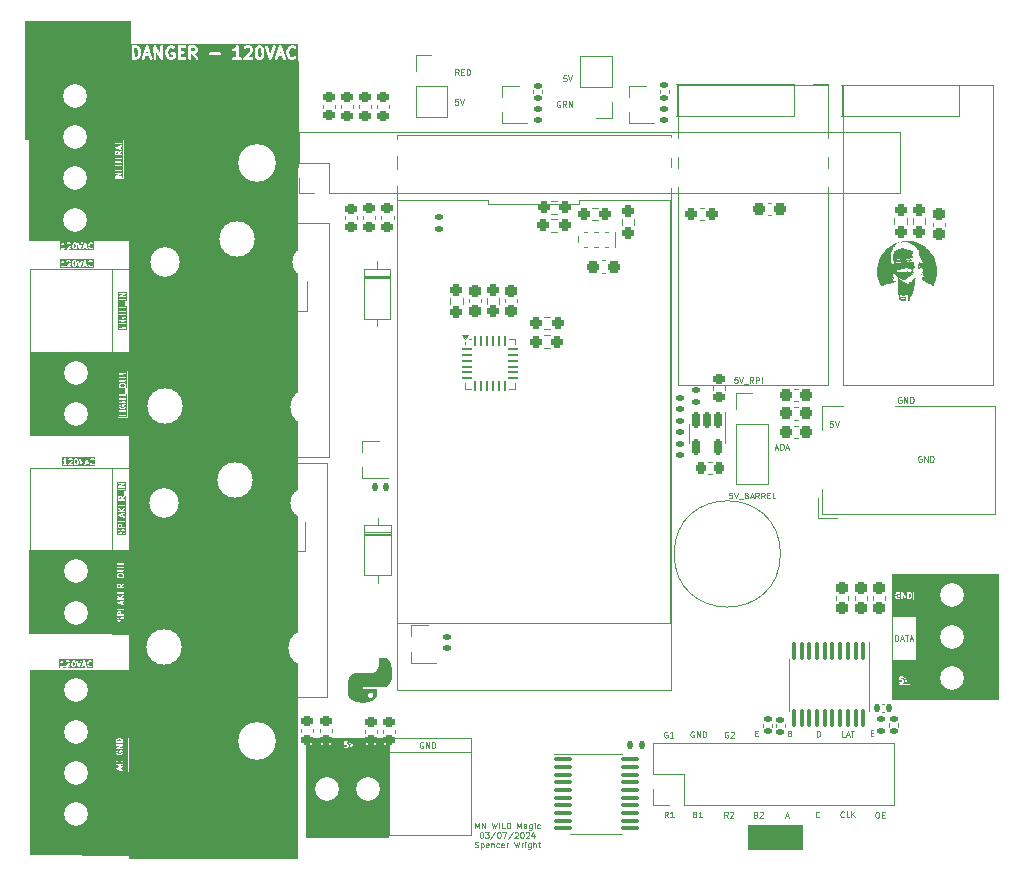
<source format=gto>
G04 #@! TF.GenerationSoftware,KiCad,Pcbnew,8.0.0*
G04 #@! TF.CreationDate,2024-03-08T00:39:00-06:00*
G04 #@! TF.ProjectId,mn_wild_siren_v2p0,6d6e5f77-696c-4645-9f73-6972656e5f76,rev?*
G04 #@! TF.SameCoordinates,Original*
G04 #@! TF.FileFunction,Legend,Top*
G04 #@! TF.FilePolarity,Positive*
%FSLAX46Y46*%
G04 Gerber Fmt 4.6, Leading zero omitted, Abs format (unit mm)*
G04 Created by KiCad (PCBNEW 8.0.0) date 2024-03-08 00:39:00*
%MOMM*%
%LPD*%
G01*
G04 APERTURE LIST*
G04 Aperture macros list*
%AMRoundRect*
0 Rectangle with rounded corners*
0 $1 Rounding radius*
0 $2 $3 $4 $5 $6 $7 $8 $9 X,Y pos of 4 corners*
0 Add a 4 corners polygon primitive as box body*
4,1,4,$2,$3,$4,$5,$6,$7,$8,$9,$2,$3,0*
0 Add four circle primitives for the rounded corners*
1,1,$1+$1,$2,$3*
1,1,$1+$1,$4,$5*
1,1,$1+$1,$6,$7*
1,1,$1+$1,$8,$9*
0 Add four rect primitives between the rounded corners*
20,1,$1+$1,$2,$3,$4,$5,0*
20,1,$1+$1,$4,$5,$6,$7,0*
20,1,$1+$1,$6,$7,$8,$9,0*
20,1,$1+$1,$8,$9,$2,$3,0*%
G04 Aperture macros list end*
%ADD10C,0.120000*%
%ADD11C,0.050000*%
%ADD12C,0.125000*%
%ADD13C,0.250000*%
%ADD14C,0.000000*%
%ADD15C,0.100000*%
%ADD16RoundRect,0.237500X0.287500X0.237500X-0.287500X0.237500X-0.287500X-0.237500X0.287500X-0.237500X0*%
%ADD17RoundRect,0.225000X-0.250000X0.225000X-0.250000X-0.225000X0.250000X-0.225000X0.250000X0.225000X0*%
%ADD18RoundRect,0.147500X-0.147500X-0.172500X0.147500X-0.172500X0.147500X0.172500X-0.147500X0.172500X0*%
%ADD19RoundRect,0.218750X0.256250X-0.218750X0.256250X0.218750X-0.256250X0.218750X-0.256250X-0.218750X0*%
%ADD20C,2.000000*%
%ADD21R,1.700000X1.700000*%
%ADD22O,1.700000X1.700000*%
%ADD23C,3.000000*%
%ADD24C,2.500000*%
%ADD25R,0.900000X0.800000*%
%ADD26RoundRect,0.147500X-0.172500X0.147500X-0.172500X-0.147500X0.172500X-0.147500X0.172500X0.147500X0*%
%ADD27RoundRect,0.147500X0.172500X-0.147500X0.172500X0.147500X-0.172500X0.147500X-0.172500X-0.147500X0*%
%ADD28RoundRect,0.100000X-0.637500X-0.100000X0.637500X-0.100000X0.637500X0.100000X-0.637500X0.100000X0*%
%ADD29C,3.200000*%
%ADD30C,1.750000*%
%ADD31RoundRect,0.150000X-0.150000X0.512500X-0.150000X-0.512500X0.150000X-0.512500X0.150000X0.512500X0*%
%ADD32RoundRect,0.237500X-0.250000X-0.237500X0.250000X-0.237500X0.250000X0.237500X-0.250000X0.237500X0*%
%ADD33RoundRect,0.237500X-0.237500X0.300000X-0.237500X-0.300000X0.237500X-0.300000X0.237500X0.300000X0*%
%ADD34RoundRect,0.225000X0.250000X-0.225000X0.250000X0.225000X-0.250000X0.225000X-0.250000X-0.225000X0*%
%ADD35RoundRect,0.237500X0.250000X0.237500X-0.250000X0.237500X-0.250000X-0.237500X0.250000X-0.237500X0*%
%ADD36RoundRect,0.135000X0.185000X-0.135000X0.185000X0.135000X-0.185000X0.135000X-0.185000X-0.135000X0*%
%ADD37R,1.600000X1.600000*%
%ADD38O,1.600000X1.600000*%
%ADD39RoundRect,0.237500X-0.300000X-0.237500X0.300000X-0.237500X0.300000X0.237500X-0.300000X0.237500X0*%
%ADD40RoundRect,0.062500X-0.375000X-0.062500X0.375000X-0.062500X0.375000X0.062500X-0.375000X0.062500X0*%
%ADD41RoundRect,0.062500X-0.062500X-0.375000X0.062500X-0.375000X0.062500X0.375000X-0.062500X0.375000X0*%
%ADD42R,2.100000X2.100000*%
%ADD43RoundRect,0.225000X0.225000X0.250000X-0.225000X0.250000X-0.225000X-0.250000X0.225000X-0.250000X0*%
%ADD44RoundRect,0.237500X-0.237500X0.250000X-0.237500X-0.250000X0.237500X-0.250000X0.237500X0.250000X0*%
%ADD45RoundRect,0.237500X0.300000X0.237500X-0.300000X0.237500X-0.300000X-0.237500X0.300000X-0.237500X0*%
%ADD46RoundRect,0.135000X-0.185000X0.135000X-0.185000X-0.135000X0.185000X-0.135000X0.185000X0.135000X0*%
%ADD47RoundRect,0.140000X-0.140000X-0.170000X0.140000X-0.170000X0.140000X0.170000X-0.140000X0.170000X0*%
%ADD48RoundRect,0.237500X0.237500X-0.300000X0.237500X0.300000X-0.237500X0.300000X-0.237500X-0.300000X0*%
%ADD49RoundRect,0.100000X-0.100000X0.637500X-0.100000X-0.637500X0.100000X-0.637500X0.100000X0.637500X0*%
%ADD50R,1.800000X4.400000*%
%ADD51O,1.800000X4.000000*%
%ADD52O,4.000000X1.800000*%
%ADD53R,3.000000X4.000000*%
%ADD54R,0.500000X0.800000*%
%ADD55RoundRect,0.237500X0.237500X-0.250000X0.237500X0.250000X-0.237500X0.250000X-0.237500X-0.250000X0*%
%ADD56C,1.500000*%
G04 APERTURE END LIST*
D10*
X162040000Y-93472000D02*
X169471800Y-93472000D01*
X169471800Y-100444000D01*
X162040000Y-100444000D01*
X162040000Y-93472000D01*
G36*
X162040000Y-93472000D02*
G01*
X169471800Y-93472000D01*
X169471800Y-100444000D01*
X162040000Y-100444000D01*
X162040000Y-93472000D01*
G37*
X162040000Y-120329999D02*
X170434000Y-120329999D01*
X170434000Y-134366000D01*
X162040000Y-134366000D01*
X162040000Y-120329999D01*
X185450000Y-126161800D02*
X188544200Y-126161800D01*
X188544200Y-127355600D01*
X185450000Y-127355600D01*
X185450000Y-126161800D01*
G36*
X185450000Y-126161800D02*
G01*
X188544200Y-126161800D01*
X188544200Y-127355600D01*
X185450000Y-127355600D01*
X185450000Y-126161800D01*
G37*
X168961999Y-69989999D02*
X170356000Y-69989999D01*
X235165900Y-121615200D02*
X237121700Y-121615200D01*
X237121700Y-122809000D01*
X235165900Y-122809000D01*
X235165900Y-121615200D01*
G36*
X235165900Y-121615200D02*
G01*
X237121700Y-121615200D01*
X237121700Y-122809000D01*
X235165900Y-122809000D01*
X235165900Y-121615200D01*
G37*
X163180000Y-78782000D02*
X170789600Y-78782000D01*
X170789600Y-83904999D01*
X163180000Y-83904999D01*
X163180000Y-78782000D01*
G36*
X163180000Y-78782000D02*
G01*
X170789600Y-78782000D01*
X170789600Y-83904999D01*
X163180000Y-83904999D01*
X163180000Y-78782000D01*
G37*
X235077000Y-112217200D02*
X244050000Y-112217200D01*
X244050000Y-115773200D01*
X235077000Y-115773200D01*
X235077000Y-112217200D01*
X170012600Y-74451300D02*
X170561000Y-74451300D01*
X170561000Y-79777499D01*
X170012600Y-79777499D01*
X170012600Y-74451300D01*
G36*
X170012600Y-74451300D02*
G01*
X170561000Y-74451300D01*
X170561000Y-79777499D01*
X170012600Y-79777499D01*
X170012600Y-74451300D01*
G37*
X161962000Y-69989999D02*
X170356000Y-69989999D01*
X170356000Y-83981999D01*
X161962000Y-83981999D01*
X161962000Y-69989999D01*
X166482000Y-129014401D02*
X170357800Y-129014401D01*
X170357800Y-136043000D01*
X166482000Y-136043000D01*
X166482000Y-129014401D01*
G36*
X166482000Y-129014401D02*
G01*
X170357800Y-129014401D01*
X170357800Y-136043000D01*
X166482000Y-136043000D01*
X166482000Y-129014401D01*
G37*
X236880400Y-112293400D02*
X243992400Y-112293400D01*
X243992400Y-115671600D01*
X236880400Y-115671600D01*
X236880400Y-112293400D01*
G36*
X236880400Y-112293400D02*
G01*
X243992400Y-112293400D01*
X243992400Y-115671600D01*
X236880400Y-115671600D01*
X236880400Y-112293400D01*
G37*
X235127800Y-113385600D02*
X235229400Y-113385600D01*
X235229400Y-114706400D01*
X235127800Y-114706400D01*
X235127800Y-113385600D01*
G36*
X235127800Y-113385600D02*
G01*
X235229400Y-113385600D01*
X235229400Y-114706400D01*
X235127800Y-114706400D01*
X235127800Y-113385600D01*
G37*
X169030000Y-111125000D02*
X169316400Y-111125000D01*
X169316400Y-117297200D01*
X169030000Y-117297200D01*
X169030000Y-111125000D01*
G36*
X169030000Y-111125000D02*
G01*
X169316400Y-111125000D01*
X169316400Y-117297200D01*
X169030000Y-117297200D01*
X169030000Y-111125000D01*
G37*
X235140500Y-119507000D02*
X237096300Y-119507000D01*
X237096300Y-120827800D01*
X235140500Y-120827800D01*
X235140500Y-119507000D01*
G36*
X235140500Y-119507000D02*
G01*
X237096300Y-119507000D01*
X237096300Y-120827800D01*
X235140500Y-120827800D01*
X235140500Y-119507000D01*
G37*
X188544200Y-126161800D02*
X189738000Y-126161800D01*
X189738000Y-126288800D01*
X188544200Y-126288800D01*
X188544200Y-126161800D01*
G36*
X188544200Y-126161800D02*
G01*
X189738000Y-126161800D01*
X189738000Y-126288800D01*
X188544200Y-126288800D01*
X188544200Y-126161800D01*
G37*
X162040000Y-93472000D02*
X170688000Y-93472000D01*
X170688000Y-100444000D01*
X162040000Y-100444000D01*
X162040000Y-93472000D01*
X169341800Y-116408200D02*
X170154600Y-116408200D01*
X170154600Y-117348000D01*
X169341800Y-117348000D01*
X169341800Y-116408200D01*
G36*
X169341800Y-116408200D02*
G01*
X170154600Y-116408200D01*
X170154600Y-117348000D01*
X169341800Y-117348000D01*
X169341800Y-116408200D01*
G37*
X165371900Y-124137601D02*
X169247700Y-124137601D01*
X169247700Y-129768600D01*
X165371900Y-129768600D01*
X165371900Y-124137601D01*
G36*
X165371900Y-124137601D02*
G01*
X169247700Y-124137601D01*
X169247700Y-129768600D01*
X165371900Y-129768600D01*
X165371900Y-124137601D01*
G37*
X192455800Y-126161800D02*
X199450000Y-126161800D01*
X199450000Y-134350000D01*
X192455800Y-134350000D01*
X192455800Y-126161800D01*
X168961999Y-83981999D02*
X168961999Y-69989999D01*
X162032000Y-103250000D02*
X170680000Y-103250000D01*
X170680000Y-110278000D01*
X162032000Y-110278000D01*
X162032000Y-103250000D01*
X235140500Y-120827800D02*
X235546900Y-120827800D01*
X235546900Y-122021600D01*
X235140500Y-122021600D01*
X235140500Y-120827800D01*
G36*
X235140500Y-120827800D02*
G01*
X235546900Y-120827800D01*
X235546900Y-122021600D01*
X235140500Y-122021600D01*
X235140500Y-120827800D01*
G37*
X235077000Y-115798600D02*
X244050000Y-115798600D01*
X244050000Y-119507000D01*
X235077000Y-119507000D01*
X235077000Y-115798600D01*
X162062400Y-70086401D02*
X169164000Y-70086401D01*
X169164000Y-83870800D01*
X162062400Y-83870800D01*
X162062400Y-70086401D01*
G36*
X162062400Y-70086401D02*
G01*
X169164000Y-70086401D01*
X169164000Y-83870800D01*
X162062400Y-83870800D01*
X162062400Y-70086401D01*
G37*
X170019200Y-68777801D02*
X184740800Y-68777801D01*
X184740800Y-77820000D01*
X170019200Y-77820000D01*
X170019200Y-68777801D01*
G36*
X170019200Y-68777801D02*
G01*
X184740800Y-68777801D01*
X184740800Y-77820000D01*
X170019200Y-77820000D01*
X170019200Y-68777801D01*
G37*
X235102400Y-114452400D02*
X237058200Y-114452400D01*
X237058200Y-115773200D01*
X235102400Y-115773200D01*
X235102400Y-114452400D01*
G36*
X235102400Y-114452400D02*
G01*
X237058200Y-114452400D01*
X237058200Y-115773200D01*
X235102400Y-115773200D01*
X235102400Y-114452400D01*
G37*
X235115100Y-112318800D02*
X237070900Y-112318800D01*
X237070900Y-113639600D01*
X235115100Y-113639600D01*
X235115100Y-112318800D01*
G36*
X235115100Y-112318800D02*
G01*
X237070900Y-112318800D01*
X237070900Y-113639600D01*
X235115100Y-113639600D01*
X235115100Y-112318800D01*
G37*
X188544200Y-127076200D02*
X189636400Y-127076200D01*
X189636400Y-127355600D01*
X188544200Y-127355600D01*
X188544200Y-127076200D01*
G36*
X188544200Y-127076200D02*
G01*
X189636400Y-127076200D01*
X189636400Y-127355600D01*
X188544200Y-127355600D01*
X188544200Y-127076200D01*
G37*
X170356000Y-83981999D02*
X168961999Y-83981999D01*
X169030000Y-110236000D02*
X170129200Y-110236000D01*
X170129200Y-111125000D01*
X169030000Y-111125000D01*
X169030000Y-110236000D01*
G36*
X169030000Y-110236000D02*
G01*
X170129200Y-110236000D01*
X170129200Y-111125000D01*
X169030000Y-111125000D01*
X169030000Y-110236000D01*
G37*
X168961999Y-69989999D02*
X168962000Y-69989999D01*
X168962000Y-83989999D01*
X168961999Y-83989999D01*
X168961999Y-69989999D01*
X185450000Y-126161800D02*
X192455800Y-126161800D01*
X192455800Y-134350000D01*
X185450000Y-134350000D01*
X185450000Y-126161800D01*
X169062400Y-99009200D02*
X170659600Y-99009200D01*
X170659600Y-100406200D01*
X169062400Y-100406200D01*
X169062400Y-99009200D01*
G36*
X169062400Y-99009200D02*
G01*
X170659600Y-99009200D01*
X170659600Y-100406200D01*
X169062400Y-100406200D01*
X169062400Y-99009200D01*
G37*
X162040000Y-86444000D02*
X170688000Y-86444000D01*
X170688000Y-93472000D01*
X162040000Y-93472000D01*
X162040000Y-86444000D01*
D11*
X222840200Y-133468600D02*
X227400200Y-133468600D01*
X227400200Y-135553400D01*
X222840200Y-135553400D01*
X222840200Y-133468600D01*
G36*
X222840200Y-133468600D02*
G01*
X227400200Y-133468600D01*
X227400200Y-135553400D01*
X222840200Y-135553400D01*
X222840200Y-133468600D01*
G37*
D10*
X169040000Y-93472000D02*
X170662600Y-93472000D01*
X170662600Y-94996000D01*
X169040000Y-94996000D01*
X169040000Y-93472000D01*
G36*
X169040000Y-93472000D02*
G01*
X170662600Y-93472000D01*
X170662600Y-94996000D01*
X169040000Y-94996000D01*
X169040000Y-93472000D01*
G37*
X162030000Y-110236000D02*
X169030000Y-110236000D01*
X169030000Y-117263999D01*
X162030000Y-117263999D01*
X162030000Y-110236000D01*
G36*
X162030000Y-110236000D02*
G01*
X169030000Y-110236000D01*
X169030000Y-117263999D01*
X162030000Y-117263999D01*
X162030000Y-110236000D01*
G37*
X170356000Y-69989999D02*
X170356000Y-83981999D01*
X162102800Y-120387201D02*
X169102800Y-120387201D01*
X169102800Y-135971800D01*
X162102800Y-135971800D01*
X162102800Y-120387201D01*
G36*
X162102800Y-120387201D02*
G01*
X169102800Y-120387201D01*
X169102800Y-135971800D01*
X162102800Y-135971800D01*
X162102800Y-120387201D01*
G37*
X170070900Y-124823401D02*
X170314500Y-124823401D01*
X170314500Y-130454400D01*
X170070900Y-130454400D01*
X170070900Y-124823401D01*
G36*
X170070900Y-124823401D02*
G01*
X170314500Y-124823401D01*
X170314500Y-130454400D01*
X170070900Y-130454400D01*
X170070900Y-124823401D01*
G37*
X235077000Y-119512200D02*
X244050000Y-119512200D01*
X244050000Y-122865000D01*
X235077000Y-122865000D01*
X235077000Y-119512200D01*
X170490200Y-71311601D02*
X184703800Y-71311601D01*
X184703800Y-136312000D01*
X170490200Y-136312000D01*
X170490200Y-71311601D01*
G36*
X170490200Y-71311601D02*
G01*
X184703800Y-71311601D01*
X184703800Y-136312000D01*
X170490200Y-136312000D01*
X170490200Y-71311601D01*
G37*
X161656000Y-65429100D02*
X170535600Y-65429100D01*
X170535600Y-75383299D01*
X161656000Y-75383299D01*
X161656000Y-65429100D01*
G36*
X161656000Y-65429100D02*
G01*
X170535600Y-65429100D01*
X170535600Y-75383299D01*
X161656000Y-75383299D01*
X161656000Y-65429100D01*
G37*
X185410000Y-127470000D02*
X192410000Y-127470000D01*
X192410000Y-134470000D01*
X185410000Y-134470000D01*
X185410000Y-127470000D01*
G36*
X185410000Y-127470000D02*
G01*
X192410000Y-127470000D01*
X192410000Y-134470000D01*
X185410000Y-134470000D01*
X185410000Y-127470000D01*
G37*
X170357800Y-95021400D02*
X170659600Y-95021400D01*
X170659600Y-99009200D01*
X170357800Y-99009200D01*
X170357800Y-95021400D01*
G36*
X170357800Y-95021400D02*
G01*
X170659600Y-95021400D01*
X170659600Y-99009200D01*
X170357800Y-99009200D01*
X170357800Y-95021400D01*
G37*
X189585600Y-126161800D02*
X192455800Y-126161800D01*
X192455800Y-127355600D01*
X189585600Y-127355600D01*
X189585600Y-126161800D01*
G36*
X189585600Y-126161800D02*
G01*
X192455800Y-126161800D01*
X192455800Y-127355600D01*
X189585600Y-127355600D01*
X189585600Y-126161800D01*
G37*
X166456600Y-120399900D02*
X170332400Y-120399900D01*
X170332400Y-126030899D01*
X166456600Y-126030899D01*
X166456600Y-120399900D01*
G36*
X166456600Y-120399900D02*
G01*
X170332400Y-120399900D01*
X170332400Y-126030899D01*
X166456600Y-126030899D01*
X166456600Y-120399900D01*
G37*
X237058200Y-115671600D02*
X243992400Y-115671600D01*
X243992400Y-122809000D01*
X237058200Y-122809000D01*
X237058200Y-115671600D01*
G36*
X237058200Y-115671600D02*
G01*
X243992400Y-115671600D01*
X243992400Y-122809000D01*
X237058200Y-122809000D01*
X237058200Y-115671600D01*
G37*
X236613700Y-120675400D02*
X238569500Y-120675400D01*
X238569500Y-121869200D01*
X236613700Y-121869200D01*
X236613700Y-120675400D01*
G36*
X236613700Y-120675400D02*
G01*
X238569500Y-120675400D01*
X238569500Y-121869200D01*
X236613700Y-121869200D01*
X236613700Y-120675400D01*
G37*
X170154600Y-110236000D02*
X170688000Y-110236000D01*
X170688000Y-117348000D01*
X170154600Y-117348000D01*
X170154600Y-110236000D01*
G36*
X170154600Y-110236000D02*
G01*
X170688000Y-110236000D01*
X170688000Y-117348000D01*
X170154600Y-117348000D01*
X170154600Y-110236000D01*
G37*
D12*
X199741904Y-133779837D02*
X199741904Y-133279837D01*
X199741904Y-133279837D02*
X199908571Y-133636980D01*
X199908571Y-133636980D02*
X200075237Y-133279837D01*
X200075237Y-133279837D02*
X200075237Y-133779837D01*
X200313333Y-133779837D02*
X200313333Y-133279837D01*
X200313333Y-133279837D02*
X200599047Y-133779837D01*
X200599047Y-133779837D02*
X200599047Y-133279837D01*
X201170476Y-133279837D02*
X201289524Y-133779837D01*
X201289524Y-133779837D02*
X201384762Y-133422694D01*
X201384762Y-133422694D02*
X201480000Y-133779837D01*
X201480000Y-133779837D02*
X201599048Y-133279837D01*
X201789524Y-133779837D02*
X201789524Y-133279837D01*
X202265714Y-133779837D02*
X202027619Y-133779837D01*
X202027619Y-133779837D02*
X202027619Y-133279837D01*
X202432381Y-133779837D02*
X202432381Y-133279837D01*
X202432381Y-133279837D02*
X202551429Y-133279837D01*
X202551429Y-133279837D02*
X202622857Y-133303647D01*
X202622857Y-133303647D02*
X202670476Y-133351266D01*
X202670476Y-133351266D02*
X202694286Y-133398885D01*
X202694286Y-133398885D02*
X202718095Y-133494123D01*
X202718095Y-133494123D02*
X202718095Y-133565551D01*
X202718095Y-133565551D02*
X202694286Y-133660789D01*
X202694286Y-133660789D02*
X202670476Y-133708408D01*
X202670476Y-133708408D02*
X202622857Y-133756028D01*
X202622857Y-133756028D02*
X202551429Y-133779837D01*
X202551429Y-133779837D02*
X202432381Y-133779837D01*
X203313333Y-133779837D02*
X203313333Y-133279837D01*
X203313333Y-133279837D02*
X203480000Y-133636980D01*
X203480000Y-133636980D02*
X203646666Y-133279837D01*
X203646666Y-133279837D02*
X203646666Y-133779837D01*
X204099048Y-133779837D02*
X204099048Y-133517932D01*
X204099048Y-133517932D02*
X204075238Y-133470313D01*
X204075238Y-133470313D02*
X204027619Y-133446504D01*
X204027619Y-133446504D02*
X203932381Y-133446504D01*
X203932381Y-133446504D02*
X203884762Y-133470313D01*
X204099048Y-133756028D02*
X204051429Y-133779837D01*
X204051429Y-133779837D02*
X203932381Y-133779837D01*
X203932381Y-133779837D02*
X203884762Y-133756028D01*
X203884762Y-133756028D02*
X203860953Y-133708408D01*
X203860953Y-133708408D02*
X203860953Y-133660789D01*
X203860953Y-133660789D02*
X203884762Y-133613170D01*
X203884762Y-133613170D02*
X203932381Y-133589361D01*
X203932381Y-133589361D02*
X204051429Y-133589361D01*
X204051429Y-133589361D02*
X204099048Y-133565551D01*
X204551429Y-133446504D02*
X204551429Y-133851266D01*
X204551429Y-133851266D02*
X204527619Y-133898885D01*
X204527619Y-133898885D02*
X204503810Y-133922694D01*
X204503810Y-133922694D02*
X204456191Y-133946504D01*
X204456191Y-133946504D02*
X204384762Y-133946504D01*
X204384762Y-133946504D02*
X204337143Y-133922694D01*
X204551429Y-133756028D02*
X204503810Y-133779837D01*
X204503810Y-133779837D02*
X204408572Y-133779837D01*
X204408572Y-133779837D02*
X204360953Y-133756028D01*
X204360953Y-133756028D02*
X204337143Y-133732218D01*
X204337143Y-133732218D02*
X204313334Y-133684599D01*
X204313334Y-133684599D02*
X204313334Y-133541742D01*
X204313334Y-133541742D02*
X204337143Y-133494123D01*
X204337143Y-133494123D02*
X204360953Y-133470313D01*
X204360953Y-133470313D02*
X204408572Y-133446504D01*
X204408572Y-133446504D02*
X204503810Y-133446504D01*
X204503810Y-133446504D02*
X204551429Y-133470313D01*
X204789524Y-133779837D02*
X204789524Y-133446504D01*
X204789524Y-133279837D02*
X204765715Y-133303647D01*
X204765715Y-133303647D02*
X204789524Y-133327456D01*
X204789524Y-133327456D02*
X204813334Y-133303647D01*
X204813334Y-133303647D02*
X204789524Y-133279837D01*
X204789524Y-133279837D02*
X204789524Y-133327456D01*
X205241905Y-133756028D02*
X205194286Y-133779837D01*
X205194286Y-133779837D02*
X205099048Y-133779837D01*
X205099048Y-133779837D02*
X205051429Y-133756028D01*
X205051429Y-133756028D02*
X205027619Y-133732218D01*
X205027619Y-133732218D02*
X205003810Y-133684599D01*
X205003810Y-133684599D02*
X205003810Y-133541742D01*
X205003810Y-133541742D02*
X205027619Y-133494123D01*
X205027619Y-133494123D02*
X205051429Y-133470313D01*
X205051429Y-133470313D02*
X205099048Y-133446504D01*
X205099048Y-133446504D02*
X205194286Y-133446504D01*
X205194286Y-133446504D02*
X205241905Y-133470313D01*
X200265715Y-134084809D02*
X200313334Y-134084809D01*
X200313334Y-134084809D02*
X200360953Y-134108619D01*
X200360953Y-134108619D02*
X200384763Y-134132428D01*
X200384763Y-134132428D02*
X200408572Y-134180047D01*
X200408572Y-134180047D02*
X200432382Y-134275285D01*
X200432382Y-134275285D02*
X200432382Y-134394333D01*
X200432382Y-134394333D02*
X200408572Y-134489571D01*
X200408572Y-134489571D02*
X200384763Y-134537190D01*
X200384763Y-134537190D02*
X200360953Y-134561000D01*
X200360953Y-134561000D02*
X200313334Y-134584809D01*
X200313334Y-134584809D02*
X200265715Y-134584809D01*
X200265715Y-134584809D02*
X200218096Y-134561000D01*
X200218096Y-134561000D02*
X200194287Y-134537190D01*
X200194287Y-134537190D02*
X200170477Y-134489571D01*
X200170477Y-134489571D02*
X200146668Y-134394333D01*
X200146668Y-134394333D02*
X200146668Y-134275285D01*
X200146668Y-134275285D02*
X200170477Y-134180047D01*
X200170477Y-134180047D02*
X200194287Y-134132428D01*
X200194287Y-134132428D02*
X200218096Y-134108619D01*
X200218096Y-134108619D02*
X200265715Y-134084809D01*
X200599048Y-134084809D02*
X200908572Y-134084809D01*
X200908572Y-134084809D02*
X200741905Y-134275285D01*
X200741905Y-134275285D02*
X200813334Y-134275285D01*
X200813334Y-134275285D02*
X200860953Y-134299095D01*
X200860953Y-134299095D02*
X200884762Y-134322904D01*
X200884762Y-134322904D02*
X200908572Y-134370523D01*
X200908572Y-134370523D02*
X200908572Y-134489571D01*
X200908572Y-134489571D02*
X200884762Y-134537190D01*
X200884762Y-134537190D02*
X200860953Y-134561000D01*
X200860953Y-134561000D02*
X200813334Y-134584809D01*
X200813334Y-134584809D02*
X200670477Y-134584809D01*
X200670477Y-134584809D02*
X200622858Y-134561000D01*
X200622858Y-134561000D02*
X200599048Y-134537190D01*
X201480000Y-134061000D02*
X201051429Y-134703857D01*
X201741905Y-134084809D02*
X201789524Y-134084809D01*
X201789524Y-134084809D02*
X201837143Y-134108619D01*
X201837143Y-134108619D02*
X201860953Y-134132428D01*
X201860953Y-134132428D02*
X201884762Y-134180047D01*
X201884762Y-134180047D02*
X201908572Y-134275285D01*
X201908572Y-134275285D02*
X201908572Y-134394333D01*
X201908572Y-134394333D02*
X201884762Y-134489571D01*
X201884762Y-134489571D02*
X201860953Y-134537190D01*
X201860953Y-134537190D02*
X201837143Y-134561000D01*
X201837143Y-134561000D02*
X201789524Y-134584809D01*
X201789524Y-134584809D02*
X201741905Y-134584809D01*
X201741905Y-134584809D02*
X201694286Y-134561000D01*
X201694286Y-134561000D02*
X201670477Y-134537190D01*
X201670477Y-134537190D02*
X201646667Y-134489571D01*
X201646667Y-134489571D02*
X201622858Y-134394333D01*
X201622858Y-134394333D02*
X201622858Y-134275285D01*
X201622858Y-134275285D02*
X201646667Y-134180047D01*
X201646667Y-134180047D02*
X201670477Y-134132428D01*
X201670477Y-134132428D02*
X201694286Y-134108619D01*
X201694286Y-134108619D02*
X201741905Y-134084809D01*
X202075238Y-134084809D02*
X202408571Y-134084809D01*
X202408571Y-134084809D02*
X202194286Y-134584809D01*
X202956190Y-134061000D02*
X202527619Y-134703857D01*
X203099048Y-134132428D02*
X203122857Y-134108619D01*
X203122857Y-134108619D02*
X203170476Y-134084809D01*
X203170476Y-134084809D02*
X203289524Y-134084809D01*
X203289524Y-134084809D02*
X203337143Y-134108619D01*
X203337143Y-134108619D02*
X203360952Y-134132428D01*
X203360952Y-134132428D02*
X203384762Y-134180047D01*
X203384762Y-134180047D02*
X203384762Y-134227666D01*
X203384762Y-134227666D02*
X203360952Y-134299095D01*
X203360952Y-134299095D02*
X203075238Y-134584809D01*
X203075238Y-134584809D02*
X203384762Y-134584809D01*
X203694285Y-134084809D02*
X203741904Y-134084809D01*
X203741904Y-134084809D02*
X203789523Y-134108619D01*
X203789523Y-134108619D02*
X203813333Y-134132428D01*
X203813333Y-134132428D02*
X203837142Y-134180047D01*
X203837142Y-134180047D02*
X203860952Y-134275285D01*
X203860952Y-134275285D02*
X203860952Y-134394333D01*
X203860952Y-134394333D02*
X203837142Y-134489571D01*
X203837142Y-134489571D02*
X203813333Y-134537190D01*
X203813333Y-134537190D02*
X203789523Y-134561000D01*
X203789523Y-134561000D02*
X203741904Y-134584809D01*
X203741904Y-134584809D02*
X203694285Y-134584809D01*
X203694285Y-134584809D02*
X203646666Y-134561000D01*
X203646666Y-134561000D02*
X203622857Y-134537190D01*
X203622857Y-134537190D02*
X203599047Y-134489571D01*
X203599047Y-134489571D02*
X203575238Y-134394333D01*
X203575238Y-134394333D02*
X203575238Y-134275285D01*
X203575238Y-134275285D02*
X203599047Y-134180047D01*
X203599047Y-134180047D02*
X203622857Y-134132428D01*
X203622857Y-134132428D02*
X203646666Y-134108619D01*
X203646666Y-134108619D02*
X203694285Y-134084809D01*
X204051428Y-134132428D02*
X204075237Y-134108619D01*
X204075237Y-134108619D02*
X204122856Y-134084809D01*
X204122856Y-134084809D02*
X204241904Y-134084809D01*
X204241904Y-134084809D02*
X204289523Y-134108619D01*
X204289523Y-134108619D02*
X204313332Y-134132428D01*
X204313332Y-134132428D02*
X204337142Y-134180047D01*
X204337142Y-134180047D02*
X204337142Y-134227666D01*
X204337142Y-134227666D02*
X204313332Y-134299095D01*
X204313332Y-134299095D02*
X204027618Y-134584809D01*
X204027618Y-134584809D02*
X204337142Y-134584809D01*
X204765713Y-134251476D02*
X204765713Y-134584809D01*
X204646665Y-134061000D02*
X204527618Y-134418142D01*
X204527618Y-134418142D02*
X204837141Y-134418142D01*
X199741906Y-135365972D02*
X199813334Y-135389781D01*
X199813334Y-135389781D02*
X199932382Y-135389781D01*
X199932382Y-135389781D02*
X199980001Y-135365972D01*
X199980001Y-135365972D02*
X200003810Y-135342162D01*
X200003810Y-135342162D02*
X200027620Y-135294543D01*
X200027620Y-135294543D02*
X200027620Y-135246924D01*
X200027620Y-135246924D02*
X200003810Y-135199305D01*
X200003810Y-135199305D02*
X199980001Y-135175495D01*
X199980001Y-135175495D02*
X199932382Y-135151686D01*
X199932382Y-135151686D02*
X199837144Y-135127876D01*
X199837144Y-135127876D02*
X199789525Y-135104067D01*
X199789525Y-135104067D02*
X199765715Y-135080257D01*
X199765715Y-135080257D02*
X199741906Y-135032638D01*
X199741906Y-135032638D02*
X199741906Y-134985019D01*
X199741906Y-134985019D02*
X199765715Y-134937400D01*
X199765715Y-134937400D02*
X199789525Y-134913591D01*
X199789525Y-134913591D02*
X199837144Y-134889781D01*
X199837144Y-134889781D02*
X199956191Y-134889781D01*
X199956191Y-134889781D02*
X200027620Y-134913591D01*
X200241905Y-135056448D02*
X200241905Y-135556448D01*
X200241905Y-135080257D02*
X200289524Y-135056448D01*
X200289524Y-135056448D02*
X200384762Y-135056448D01*
X200384762Y-135056448D02*
X200432381Y-135080257D01*
X200432381Y-135080257D02*
X200456191Y-135104067D01*
X200456191Y-135104067D02*
X200480000Y-135151686D01*
X200480000Y-135151686D02*
X200480000Y-135294543D01*
X200480000Y-135294543D02*
X200456191Y-135342162D01*
X200456191Y-135342162D02*
X200432381Y-135365972D01*
X200432381Y-135365972D02*
X200384762Y-135389781D01*
X200384762Y-135389781D02*
X200289524Y-135389781D01*
X200289524Y-135389781D02*
X200241905Y-135365972D01*
X200884762Y-135365972D02*
X200837143Y-135389781D01*
X200837143Y-135389781D02*
X200741905Y-135389781D01*
X200741905Y-135389781D02*
X200694286Y-135365972D01*
X200694286Y-135365972D02*
X200670477Y-135318352D01*
X200670477Y-135318352D02*
X200670477Y-135127876D01*
X200670477Y-135127876D02*
X200694286Y-135080257D01*
X200694286Y-135080257D02*
X200741905Y-135056448D01*
X200741905Y-135056448D02*
X200837143Y-135056448D01*
X200837143Y-135056448D02*
X200884762Y-135080257D01*
X200884762Y-135080257D02*
X200908572Y-135127876D01*
X200908572Y-135127876D02*
X200908572Y-135175495D01*
X200908572Y-135175495D02*
X200670477Y-135223114D01*
X201122857Y-135056448D02*
X201122857Y-135389781D01*
X201122857Y-135104067D02*
X201146667Y-135080257D01*
X201146667Y-135080257D02*
X201194286Y-135056448D01*
X201194286Y-135056448D02*
X201265714Y-135056448D01*
X201265714Y-135056448D02*
X201313333Y-135080257D01*
X201313333Y-135080257D02*
X201337143Y-135127876D01*
X201337143Y-135127876D02*
X201337143Y-135389781D01*
X201789524Y-135365972D02*
X201741905Y-135389781D01*
X201741905Y-135389781D02*
X201646667Y-135389781D01*
X201646667Y-135389781D02*
X201599048Y-135365972D01*
X201599048Y-135365972D02*
X201575238Y-135342162D01*
X201575238Y-135342162D02*
X201551429Y-135294543D01*
X201551429Y-135294543D02*
X201551429Y-135151686D01*
X201551429Y-135151686D02*
X201575238Y-135104067D01*
X201575238Y-135104067D02*
X201599048Y-135080257D01*
X201599048Y-135080257D02*
X201646667Y-135056448D01*
X201646667Y-135056448D02*
X201741905Y-135056448D01*
X201741905Y-135056448D02*
X201789524Y-135080257D01*
X202194285Y-135365972D02*
X202146666Y-135389781D01*
X202146666Y-135389781D02*
X202051428Y-135389781D01*
X202051428Y-135389781D02*
X202003809Y-135365972D01*
X202003809Y-135365972D02*
X201980000Y-135318352D01*
X201980000Y-135318352D02*
X201980000Y-135127876D01*
X201980000Y-135127876D02*
X202003809Y-135080257D01*
X202003809Y-135080257D02*
X202051428Y-135056448D01*
X202051428Y-135056448D02*
X202146666Y-135056448D01*
X202146666Y-135056448D02*
X202194285Y-135080257D01*
X202194285Y-135080257D02*
X202218095Y-135127876D01*
X202218095Y-135127876D02*
X202218095Y-135175495D01*
X202218095Y-135175495D02*
X201980000Y-135223114D01*
X202432380Y-135389781D02*
X202432380Y-135056448D01*
X202432380Y-135151686D02*
X202456190Y-135104067D01*
X202456190Y-135104067D02*
X202479999Y-135080257D01*
X202479999Y-135080257D02*
X202527618Y-135056448D01*
X202527618Y-135056448D02*
X202575237Y-135056448D01*
X203075237Y-134889781D02*
X203194285Y-135389781D01*
X203194285Y-135389781D02*
X203289523Y-135032638D01*
X203289523Y-135032638D02*
X203384761Y-135389781D01*
X203384761Y-135389781D02*
X203503809Y-134889781D01*
X203694285Y-135389781D02*
X203694285Y-135056448D01*
X203694285Y-135151686D02*
X203718095Y-135104067D01*
X203718095Y-135104067D02*
X203741904Y-135080257D01*
X203741904Y-135080257D02*
X203789523Y-135056448D01*
X203789523Y-135056448D02*
X203837142Y-135056448D01*
X204003809Y-135389781D02*
X204003809Y-135056448D01*
X204003809Y-134889781D02*
X203980000Y-134913591D01*
X203980000Y-134913591D02*
X204003809Y-134937400D01*
X204003809Y-134937400D02*
X204027619Y-134913591D01*
X204027619Y-134913591D02*
X204003809Y-134889781D01*
X204003809Y-134889781D02*
X204003809Y-134937400D01*
X204456190Y-135056448D02*
X204456190Y-135461210D01*
X204456190Y-135461210D02*
X204432380Y-135508829D01*
X204432380Y-135508829D02*
X204408571Y-135532638D01*
X204408571Y-135532638D02*
X204360952Y-135556448D01*
X204360952Y-135556448D02*
X204289523Y-135556448D01*
X204289523Y-135556448D02*
X204241904Y-135532638D01*
X204456190Y-135365972D02*
X204408571Y-135389781D01*
X204408571Y-135389781D02*
X204313333Y-135389781D01*
X204313333Y-135389781D02*
X204265714Y-135365972D01*
X204265714Y-135365972D02*
X204241904Y-135342162D01*
X204241904Y-135342162D02*
X204218095Y-135294543D01*
X204218095Y-135294543D02*
X204218095Y-135151686D01*
X204218095Y-135151686D02*
X204241904Y-135104067D01*
X204241904Y-135104067D02*
X204265714Y-135080257D01*
X204265714Y-135080257D02*
X204313333Y-135056448D01*
X204313333Y-135056448D02*
X204408571Y-135056448D01*
X204408571Y-135056448D02*
X204456190Y-135080257D01*
X204694285Y-135389781D02*
X204694285Y-134889781D01*
X204908571Y-135389781D02*
X204908571Y-135127876D01*
X204908571Y-135127876D02*
X204884761Y-135080257D01*
X204884761Y-135080257D02*
X204837142Y-135056448D01*
X204837142Y-135056448D02*
X204765714Y-135056448D01*
X204765714Y-135056448D02*
X204718095Y-135080257D01*
X204718095Y-135080257D02*
X204694285Y-135104067D01*
X205075238Y-135056448D02*
X205265714Y-135056448D01*
X205146666Y-134889781D02*
X205146666Y-135318352D01*
X205146666Y-135318352D02*
X205170476Y-135365972D01*
X205170476Y-135365972D02*
X205218095Y-135389781D01*
X205218095Y-135389781D02*
X205265714Y-135389781D01*
X226395714Y-125732904D02*
X226467142Y-125756714D01*
X226467142Y-125756714D02*
X226490952Y-125780523D01*
X226490952Y-125780523D02*
X226514761Y-125828142D01*
X226514761Y-125828142D02*
X226514761Y-125899571D01*
X226514761Y-125899571D02*
X226490952Y-125947190D01*
X226490952Y-125947190D02*
X226467142Y-125971000D01*
X226467142Y-125971000D02*
X226419523Y-125994809D01*
X226419523Y-125994809D02*
X226229047Y-125994809D01*
X226229047Y-125994809D02*
X226229047Y-125494809D01*
X226229047Y-125494809D02*
X226395714Y-125494809D01*
X226395714Y-125494809D02*
X226443333Y-125518619D01*
X226443333Y-125518619D02*
X226467142Y-125542428D01*
X226467142Y-125542428D02*
X226490952Y-125590047D01*
X226490952Y-125590047D02*
X226490952Y-125637666D01*
X226490952Y-125637666D02*
X226467142Y-125685285D01*
X226467142Y-125685285D02*
X226443333Y-125709095D01*
X226443333Y-125709095D02*
X226395714Y-125732904D01*
X226395714Y-125732904D02*
X226229047Y-125732904D01*
X206959047Y-72228619D02*
X206911428Y-72204809D01*
X206911428Y-72204809D02*
X206839999Y-72204809D01*
X206839999Y-72204809D02*
X206768571Y-72228619D01*
X206768571Y-72228619D02*
X206720952Y-72276238D01*
X206720952Y-72276238D02*
X206697142Y-72323857D01*
X206697142Y-72323857D02*
X206673333Y-72419095D01*
X206673333Y-72419095D02*
X206673333Y-72490523D01*
X206673333Y-72490523D02*
X206697142Y-72585761D01*
X206697142Y-72585761D02*
X206720952Y-72633380D01*
X206720952Y-72633380D02*
X206768571Y-72681000D01*
X206768571Y-72681000D02*
X206839999Y-72704809D01*
X206839999Y-72704809D02*
X206887618Y-72704809D01*
X206887618Y-72704809D02*
X206959047Y-72681000D01*
X206959047Y-72681000D02*
X206982856Y-72657190D01*
X206982856Y-72657190D02*
X206982856Y-72490523D01*
X206982856Y-72490523D02*
X206887618Y-72490523D01*
X207482856Y-72704809D02*
X207316190Y-72466714D01*
X207197142Y-72704809D02*
X207197142Y-72204809D01*
X207197142Y-72204809D02*
X207387618Y-72204809D01*
X207387618Y-72204809D02*
X207435237Y-72228619D01*
X207435237Y-72228619D02*
X207459047Y-72252428D01*
X207459047Y-72252428D02*
X207482856Y-72300047D01*
X207482856Y-72300047D02*
X207482856Y-72371476D01*
X207482856Y-72371476D02*
X207459047Y-72419095D01*
X207459047Y-72419095D02*
X207435237Y-72442904D01*
X207435237Y-72442904D02*
X207387618Y-72466714D01*
X207387618Y-72466714D02*
X207197142Y-72466714D01*
X207697142Y-72704809D02*
X207697142Y-72204809D01*
X207697142Y-72204809D02*
X207982856Y-72704809D01*
X207982856Y-72704809D02*
X207982856Y-72204809D01*
X223472857Y-125732904D02*
X223639524Y-125732904D01*
X223710952Y-125994809D02*
X223472857Y-125994809D01*
X223472857Y-125994809D02*
X223472857Y-125494809D01*
X223472857Y-125494809D02*
X223710952Y-125494809D01*
G36*
X236597204Y-121584009D02*
G01*
X235588123Y-121584009D01*
X235588123Y-121215158D01*
X235650623Y-121215158D01*
X235652716Y-121217716D01*
X235652716Y-121221021D01*
X235667585Y-121235890D01*
X235680913Y-121252180D01*
X235684204Y-121252509D01*
X235686541Y-121254846D01*
X235707578Y-121254846D01*
X235728512Y-121256939D01*
X235731070Y-121254846D01*
X235734375Y-121254846D01*
X235754652Y-121241298D01*
X235767501Y-121226134D01*
X235792526Y-121211630D01*
X235880762Y-121208694D01*
X235907294Y-121219976D01*
X235919522Y-121230338D01*
X235934026Y-121255363D01*
X235936962Y-121343599D01*
X235925680Y-121370131D01*
X235915318Y-121382359D01*
X235890292Y-121396863D01*
X235802058Y-121399799D01*
X235775522Y-121388516D01*
X235734376Y-121353648D01*
X235686542Y-121353647D01*
X235652716Y-121387472D01*
X235652715Y-121435306D01*
X235666263Y-121455583D01*
X235685680Y-121472037D01*
X235687051Y-121476150D01*
X235706317Y-121491102D01*
X235710051Y-121492689D01*
X235710349Y-121492942D01*
X235710644Y-121492942D01*
X235751554Y-121510337D01*
X235757968Y-121516751D01*
X235774259Y-121519991D01*
X235777456Y-121521351D01*
X235778814Y-121520898D01*
X235781886Y-121521509D01*
X235894583Y-121517758D01*
X235905364Y-121521352D01*
X235921793Y-121516852D01*
X235924852Y-121516751D01*
X235925865Y-121515737D01*
X235928884Y-121514911D01*
X235966792Y-121492942D01*
X235972471Y-121492942D01*
X235992748Y-121479393D01*
X235995233Y-121476459D01*
X235995768Y-121476150D01*
X235995944Y-121475620D01*
X236009200Y-121459975D01*
X236013311Y-121458606D01*
X236028263Y-121439341D01*
X236029851Y-121435604D01*
X236030105Y-121435306D01*
X236030104Y-121435009D01*
X236047499Y-121394103D01*
X236053914Y-121387689D01*
X236057154Y-121371398D01*
X236058514Y-121368202D01*
X236058060Y-121366842D01*
X236058672Y-121363771D01*
X236054921Y-121251070D01*
X236058514Y-121240292D01*
X236054015Y-121223863D01*
X236053914Y-121220805D01*
X236052900Y-121219791D01*
X236052074Y-121216772D01*
X236030104Y-121178863D01*
X236030104Y-121173187D01*
X236016556Y-121152910D01*
X236013621Y-121150423D01*
X236013311Y-121149888D01*
X236012781Y-121149711D01*
X235997139Y-121136456D01*
X235995769Y-121132346D01*
X235976504Y-121117394D01*
X235972767Y-121115805D01*
X235972470Y-121115553D01*
X235972175Y-121115553D01*
X235931266Y-121098157D01*
X235924852Y-121091743D01*
X235908561Y-121088502D01*
X235905365Y-121087143D01*
X235904005Y-121087596D01*
X235900934Y-121086985D01*
X235788233Y-121090735D01*
X235782023Y-121088665D01*
X235787594Y-121020540D01*
X235996280Y-121016751D01*
X236030104Y-120982927D01*
X236030104Y-120954578D01*
X236076687Y-120954578D01*
X236079736Y-120978773D01*
X236244616Y-121459536D01*
X236243353Y-121463440D01*
X236251639Y-121480012D01*
X236258480Y-121499959D01*
X236262656Y-121502047D01*
X236264745Y-121506224D01*
X236283540Y-121512489D01*
X236301264Y-121521351D01*
X236305695Y-121519874D01*
X236310126Y-121521351D01*
X236327850Y-121512489D01*
X236346645Y-121506224D01*
X236348733Y-121502047D01*
X236352910Y-121499959D01*
X236364988Y-121478773D01*
X236534704Y-120954578D01*
X236513312Y-120911794D01*
X236467931Y-120896667D01*
X236425147Y-120918059D01*
X236413069Y-120939245D01*
X236306449Y-121268556D01*
X236186244Y-120918059D01*
X236143460Y-120896667D01*
X236098079Y-120911794D01*
X236076687Y-120954578D01*
X236030104Y-120954578D01*
X236030104Y-120935091D01*
X235996280Y-120901267D01*
X235972362Y-120896509D01*
X235733024Y-120900855D01*
X235716213Y-120899174D01*
X235713729Y-120901205D01*
X235710349Y-120901267D01*
X235695471Y-120916144D01*
X235679191Y-120929465D01*
X235677892Y-120933723D01*
X235676525Y-120935091D01*
X235676525Y-120938206D01*
X235672077Y-120952791D01*
X235654198Y-121171438D01*
X235652716Y-121173187D01*
X235652716Y-121189562D01*
X235650623Y-121215158D01*
X235588123Y-121215158D01*
X235588123Y-120834009D01*
X236597204Y-120834009D01*
X236597204Y-121584009D01*
G37*
X198314762Y-72014809D02*
X198076667Y-72014809D01*
X198076667Y-72014809D02*
X198052858Y-72252904D01*
X198052858Y-72252904D02*
X198076667Y-72229095D01*
X198076667Y-72229095D02*
X198124286Y-72205285D01*
X198124286Y-72205285D02*
X198243334Y-72205285D01*
X198243334Y-72205285D02*
X198290953Y-72229095D01*
X198290953Y-72229095D02*
X198314762Y-72252904D01*
X198314762Y-72252904D02*
X198338572Y-72300523D01*
X198338572Y-72300523D02*
X198338572Y-72419571D01*
X198338572Y-72419571D02*
X198314762Y-72467190D01*
X198314762Y-72467190D02*
X198290953Y-72491000D01*
X198290953Y-72491000D02*
X198243334Y-72514809D01*
X198243334Y-72514809D02*
X198124286Y-72514809D01*
X198124286Y-72514809D02*
X198076667Y-72491000D01*
X198076667Y-72491000D02*
X198052858Y-72467190D01*
X198481429Y-72014809D02*
X198648095Y-72514809D01*
X198648095Y-72514809D02*
X198814762Y-72014809D01*
G36*
X236522435Y-113880902D02*
G01*
X236576676Y-113896137D01*
X236606530Y-113923033D01*
X236624321Y-113953731D01*
X236624423Y-113955815D01*
X236646943Y-114032990D01*
X236646366Y-114035895D01*
X236649084Y-114090361D01*
X236648232Y-114092165D01*
X236631682Y-114171354D01*
X236629156Y-114174610D01*
X236614706Y-114208589D01*
X236584478Y-114242143D01*
X236540553Y-114259163D01*
X236485101Y-114261009D01*
X236481661Y-113882161D01*
X236522273Y-113880810D01*
X236522435Y-113880902D01*
G37*
G36*
X236833866Y-114446609D02*
G01*
X235250533Y-114446609D01*
X235250533Y-114035895D01*
X235313033Y-114035895D01*
X235315952Y-114094392D01*
X235313714Y-114098123D01*
X235314899Y-114122481D01*
X235338365Y-114202896D01*
X235337000Y-114206992D01*
X235343441Y-114230512D01*
X235365409Y-114268418D01*
X235365409Y-114274097D01*
X235378957Y-114294374D01*
X235382084Y-114297191D01*
X235382203Y-114297396D01*
X235382375Y-114297453D01*
X235425437Y-114336248D01*
X235429821Y-114345016D01*
X235444383Y-114353317D01*
X235446853Y-114355542D01*
X235448286Y-114355542D01*
X235451007Y-114357093D01*
X235513605Y-114374675D01*
X235518281Y-114379351D01*
X235542199Y-114384109D01*
X235546234Y-114383840D01*
X235546631Y-114383952D01*
X235546948Y-114383793D01*
X235580594Y-114381555D01*
X235585386Y-114383951D01*
X235609582Y-114380902D01*
X235613553Y-114379363D01*
X235613736Y-114379351D01*
X235613831Y-114379255D01*
X235675030Y-114355542D01*
X235685165Y-114355542D01*
X235699152Y-114346195D01*
X235702197Y-114345016D01*
X235702838Y-114343732D01*
X235705442Y-114341993D01*
X235742793Y-114297912D01*
X235742798Y-114297908D01*
X235742798Y-114297906D01*
X235742799Y-114297906D01*
X235742798Y-114297902D01*
X235747556Y-114273990D01*
X235742798Y-114083405D01*
X235708974Y-114049581D01*
X235685056Y-114044823D01*
X235565900Y-114049581D01*
X235532076Y-114083405D01*
X235532076Y-114131241D01*
X235565900Y-114165065D01*
X235589818Y-114169823D01*
X235624082Y-114168454D01*
X235625981Y-114244513D01*
X235588001Y-114259229D01*
X235558064Y-114261220D01*
X235507724Y-114247081D01*
X235477869Y-114220185D01*
X235460077Y-114189485D01*
X235459976Y-114187403D01*
X235437455Y-114110227D01*
X235438033Y-114107323D01*
X235435314Y-114052856D01*
X235436167Y-114051053D01*
X235452716Y-113971863D01*
X235455243Y-113968608D01*
X235469693Y-113934626D01*
X235499918Y-113901076D01*
X235543927Y-113884022D01*
X235594999Y-113881474D01*
X235656816Y-113907761D01*
X235702196Y-113892635D01*
X235723590Y-113849850D01*
X235714176Y-113821609D01*
X235836842Y-113821609D01*
X235841600Y-114345527D01*
X235875424Y-114379351D01*
X235923260Y-114379351D01*
X235957084Y-114345527D01*
X235961842Y-114321609D01*
X235959366Y-114048991D01*
X236127240Y-114337436D01*
X236127314Y-114345527D01*
X236138403Y-114356616D01*
X236146788Y-114371023D01*
X236155068Y-114373281D01*
X236161138Y-114379351D01*
X236177324Y-114379351D01*
X236192937Y-114383609D01*
X236200389Y-114379351D01*
X236208974Y-114379351D01*
X236220421Y-114367903D01*
X236234470Y-114359876D01*
X236236728Y-114351596D01*
X236242798Y-114345527D01*
X236247556Y-114321609D01*
X236243015Y-113821609D01*
X236360652Y-113821609D01*
X236365410Y-114345527D01*
X236399234Y-114379351D01*
X236423152Y-114384109D01*
X236530912Y-114380522D01*
X236537769Y-114383951D01*
X236561964Y-114380902D01*
X236565952Y-114379356D01*
X236566118Y-114379351D01*
X236566213Y-114379255D01*
X236627410Y-114355542D01*
X236637546Y-114355542D01*
X236651539Y-114346192D01*
X236654578Y-114345015D01*
X236655218Y-114343734D01*
X236657823Y-114341994D01*
X236696199Y-114299394D01*
X236702196Y-114297396D01*
X236717148Y-114278131D01*
X236718751Y-114274361D01*
X236718989Y-114274097D01*
X236718989Y-114273801D01*
X236732839Y-114241229D01*
X236735274Y-114239769D01*
X236745691Y-114217719D01*
X236763012Y-114134836D01*
X236766608Y-114131241D01*
X236771366Y-114107323D01*
X236768446Y-114048825D01*
X236770685Y-114045095D01*
X236769500Y-114020737D01*
X236746033Y-113940321D01*
X236747399Y-113936226D01*
X236740959Y-113912706D01*
X236718989Y-113874797D01*
X236718989Y-113869121D01*
X236705441Y-113848844D01*
X236702315Y-113846028D01*
X236702196Y-113845822D01*
X236702022Y-113845764D01*
X236658963Y-113806972D01*
X236654579Y-113798204D01*
X236640011Y-113789899D01*
X236637545Y-113787677D01*
X236636114Y-113787677D01*
X236633393Y-113786126D01*
X236570793Y-113768542D01*
X236566118Y-113763867D01*
X236542200Y-113759109D01*
X236399234Y-113763867D01*
X236365410Y-113797691D01*
X236360652Y-113821609D01*
X236243015Y-113821609D01*
X236242798Y-113797691D01*
X236208974Y-113763867D01*
X236161138Y-113763867D01*
X236127314Y-113797691D01*
X236122556Y-113821609D01*
X236125031Y-114094226D01*
X235957157Y-113805782D01*
X235957084Y-113797691D01*
X235945993Y-113786600D01*
X235937609Y-113772194D01*
X235929328Y-113769935D01*
X235923260Y-113763867D01*
X235907077Y-113763867D01*
X235891461Y-113759608D01*
X235884008Y-113763867D01*
X235875424Y-113763867D01*
X235863978Y-113775312D01*
X235849927Y-113783342D01*
X235847668Y-113791622D01*
X235841600Y-113797691D01*
X235836842Y-113821609D01*
X235714176Y-113821609D01*
X235708463Y-113804470D01*
X235689198Y-113789518D01*
X235643960Y-113770281D01*
X235637546Y-113763867D01*
X235621255Y-113760626D01*
X235618059Y-113759267D01*
X235616699Y-113759720D01*
X235613628Y-113759109D01*
X235552422Y-113762163D01*
X235546630Y-113759267D01*
X235522434Y-113762316D01*
X235518453Y-113763858D01*
X235518281Y-113763867D01*
X235518185Y-113763962D01*
X235456986Y-113787677D01*
X235446854Y-113787677D01*
X235432863Y-113797024D01*
X235429820Y-113798204D01*
X235429178Y-113799486D01*
X235426577Y-113801225D01*
X235388201Y-113843822D01*
X235382203Y-113845822D01*
X235367251Y-113865087D01*
X235365647Y-113868856D01*
X235365410Y-113869121D01*
X235365410Y-113869416D01*
X235351559Y-113901988D01*
X235349125Y-113903449D01*
X235338708Y-113925499D01*
X235321386Y-114008381D01*
X235317791Y-114011977D01*
X235313033Y-114035895D01*
X235250533Y-114035895D01*
X235250533Y-113696609D01*
X236833866Y-113696609D01*
X236833866Y-114446609D01*
G37*
X216032857Y-125608619D02*
X215985238Y-125584809D01*
X215985238Y-125584809D02*
X215913809Y-125584809D01*
X215913809Y-125584809D02*
X215842381Y-125608619D01*
X215842381Y-125608619D02*
X215794762Y-125656238D01*
X215794762Y-125656238D02*
X215770952Y-125703857D01*
X215770952Y-125703857D02*
X215747143Y-125799095D01*
X215747143Y-125799095D02*
X215747143Y-125870523D01*
X215747143Y-125870523D02*
X215770952Y-125965761D01*
X215770952Y-125965761D02*
X215794762Y-126013380D01*
X215794762Y-126013380D02*
X215842381Y-126061000D01*
X215842381Y-126061000D02*
X215913809Y-126084809D01*
X215913809Y-126084809D02*
X215961428Y-126084809D01*
X215961428Y-126084809D02*
X216032857Y-126061000D01*
X216032857Y-126061000D02*
X216056666Y-126037190D01*
X216056666Y-126037190D02*
X216056666Y-125870523D01*
X216056666Y-125870523D02*
X215961428Y-125870523D01*
X216532857Y-126084809D02*
X216247143Y-126084809D01*
X216390000Y-126084809D02*
X216390000Y-125584809D01*
X216390000Y-125584809D02*
X216342381Y-125656238D01*
X216342381Y-125656238D02*
X216294762Y-125703857D01*
X216294762Y-125703857D02*
X216247143Y-125727666D01*
X235839047Y-97284619D02*
X235791428Y-97260809D01*
X235791428Y-97260809D02*
X235719999Y-97260809D01*
X235719999Y-97260809D02*
X235648571Y-97284619D01*
X235648571Y-97284619D02*
X235600952Y-97332238D01*
X235600952Y-97332238D02*
X235577142Y-97379857D01*
X235577142Y-97379857D02*
X235553333Y-97475095D01*
X235553333Y-97475095D02*
X235553333Y-97546523D01*
X235553333Y-97546523D02*
X235577142Y-97641761D01*
X235577142Y-97641761D02*
X235600952Y-97689380D01*
X235600952Y-97689380D02*
X235648571Y-97737000D01*
X235648571Y-97737000D02*
X235719999Y-97760809D01*
X235719999Y-97760809D02*
X235767618Y-97760809D01*
X235767618Y-97760809D02*
X235839047Y-97737000D01*
X235839047Y-97737000D02*
X235862856Y-97713190D01*
X235862856Y-97713190D02*
X235862856Y-97546523D01*
X235862856Y-97546523D02*
X235767618Y-97546523D01*
X236077142Y-97760809D02*
X236077142Y-97260809D01*
X236077142Y-97260809D02*
X236362856Y-97760809D01*
X236362856Y-97760809D02*
X236362856Y-97260809D01*
X236600952Y-97760809D02*
X236600952Y-97260809D01*
X236600952Y-97260809D02*
X236720000Y-97260809D01*
X236720000Y-97260809D02*
X236791428Y-97284619D01*
X236791428Y-97284619D02*
X236839047Y-97332238D01*
X236839047Y-97332238D02*
X236862857Y-97379857D01*
X236862857Y-97379857D02*
X236886666Y-97475095D01*
X236886666Y-97475095D02*
X236886666Y-97546523D01*
X236886666Y-97546523D02*
X236862857Y-97641761D01*
X236862857Y-97641761D02*
X236839047Y-97689380D01*
X236839047Y-97689380D02*
X236791428Y-97737000D01*
X236791428Y-97737000D02*
X236720000Y-97760809D01*
X236720000Y-97760809D02*
X236600952Y-97760809D01*
X221156666Y-132864809D02*
X220990000Y-132626714D01*
X220870952Y-132864809D02*
X220870952Y-132364809D01*
X220870952Y-132364809D02*
X221061428Y-132364809D01*
X221061428Y-132364809D02*
X221109047Y-132388619D01*
X221109047Y-132388619D02*
X221132857Y-132412428D01*
X221132857Y-132412428D02*
X221156666Y-132460047D01*
X221156666Y-132460047D02*
X221156666Y-132531476D01*
X221156666Y-132531476D02*
X221132857Y-132579095D01*
X221132857Y-132579095D02*
X221109047Y-132602904D01*
X221109047Y-132602904D02*
X221061428Y-132626714D01*
X221061428Y-132626714D02*
X220870952Y-132626714D01*
X221347143Y-132412428D02*
X221370952Y-132388619D01*
X221370952Y-132388619D02*
X221418571Y-132364809D01*
X221418571Y-132364809D02*
X221537619Y-132364809D01*
X221537619Y-132364809D02*
X221585238Y-132388619D01*
X221585238Y-132388619D02*
X221609047Y-132412428D01*
X221609047Y-132412428D02*
X221632857Y-132460047D01*
X221632857Y-132460047D02*
X221632857Y-132507666D01*
X221632857Y-132507666D02*
X221609047Y-132579095D01*
X221609047Y-132579095D02*
X221323333Y-132864809D01*
X221323333Y-132864809D02*
X221632857Y-132864809D01*
X231040000Y-126034809D02*
X230801905Y-126034809D01*
X230801905Y-126034809D02*
X230801905Y-125534809D01*
X231182858Y-125891952D02*
X231420953Y-125891952D01*
X231135239Y-126034809D02*
X231301905Y-125534809D01*
X231301905Y-125534809D02*
X231468572Y-126034809D01*
X231563810Y-125534809D02*
X231849524Y-125534809D01*
X231706667Y-126034809D02*
X231706667Y-125534809D01*
X231002380Y-132797190D02*
X230978571Y-132821000D01*
X230978571Y-132821000D02*
X230907142Y-132844809D01*
X230907142Y-132844809D02*
X230859523Y-132844809D01*
X230859523Y-132844809D02*
X230788095Y-132821000D01*
X230788095Y-132821000D02*
X230740476Y-132773380D01*
X230740476Y-132773380D02*
X230716666Y-132725761D01*
X230716666Y-132725761D02*
X230692857Y-132630523D01*
X230692857Y-132630523D02*
X230692857Y-132559095D01*
X230692857Y-132559095D02*
X230716666Y-132463857D01*
X230716666Y-132463857D02*
X230740476Y-132416238D01*
X230740476Y-132416238D02*
X230788095Y-132368619D01*
X230788095Y-132368619D02*
X230859523Y-132344809D01*
X230859523Y-132344809D02*
X230907142Y-132344809D01*
X230907142Y-132344809D02*
X230978571Y-132368619D01*
X230978571Y-132368619D02*
X231002380Y-132392428D01*
X231454761Y-132844809D02*
X231216666Y-132844809D01*
X231216666Y-132844809D02*
X231216666Y-132344809D01*
X231621428Y-132844809D02*
X231621428Y-132344809D01*
X231907142Y-132844809D02*
X231692857Y-132559095D01*
X231907142Y-132344809D02*
X231621428Y-132630523D01*
X237539047Y-102268619D02*
X237491428Y-102244809D01*
X237491428Y-102244809D02*
X237419999Y-102244809D01*
X237419999Y-102244809D02*
X237348571Y-102268619D01*
X237348571Y-102268619D02*
X237300952Y-102316238D01*
X237300952Y-102316238D02*
X237277142Y-102363857D01*
X237277142Y-102363857D02*
X237253333Y-102459095D01*
X237253333Y-102459095D02*
X237253333Y-102530523D01*
X237253333Y-102530523D02*
X237277142Y-102625761D01*
X237277142Y-102625761D02*
X237300952Y-102673380D01*
X237300952Y-102673380D02*
X237348571Y-102721000D01*
X237348571Y-102721000D02*
X237419999Y-102744809D01*
X237419999Y-102744809D02*
X237467618Y-102744809D01*
X237467618Y-102744809D02*
X237539047Y-102721000D01*
X237539047Y-102721000D02*
X237562856Y-102697190D01*
X237562856Y-102697190D02*
X237562856Y-102530523D01*
X237562856Y-102530523D02*
X237467618Y-102530523D01*
X237777142Y-102744809D02*
X237777142Y-102244809D01*
X237777142Y-102244809D02*
X238062856Y-102744809D01*
X238062856Y-102744809D02*
X238062856Y-102244809D01*
X238300952Y-102744809D02*
X238300952Y-102244809D01*
X238300952Y-102244809D02*
X238420000Y-102244809D01*
X238420000Y-102244809D02*
X238491428Y-102268619D01*
X238491428Y-102268619D02*
X238539047Y-102316238D01*
X238539047Y-102316238D02*
X238562857Y-102363857D01*
X238562857Y-102363857D02*
X238586666Y-102459095D01*
X238586666Y-102459095D02*
X238586666Y-102530523D01*
X238586666Y-102530523D02*
X238562857Y-102625761D01*
X238562857Y-102625761D02*
X238539047Y-102673380D01*
X238539047Y-102673380D02*
X238491428Y-102721000D01*
X238491428Y-102721000D02*
X238420000Y-102744809D01*
X238420000Y-102744809D02*
X238300952Y-102744809D01*
X195339047Y-126498619D02*
X195291428Y-126474809D01*
X195291428Y-126474809D02*
X195219999Y-126474809D01*
X195219999Y-126474809D02*
X195148571Y-126498619D01*
X195148571Y-126498619D02*
X195100952Y-126546238D01*
X195100952Y-126546238D02*
X195077142Y-126593857D01*
X195077142Y-126593857D02*
X195053333Y-126689095D01*
X195053333Y-126689095D02*
X195053333Y-126760523D01*
X195053333Y-126760523D02*
X195077142Y-126855761D01*
X195077142Y-126855761D02*
X195100952Y-126903380D01*
X195100952Y-126903380D02*
X195148571Y-126951000D01*
X195148571Y-126951000D02*
X195219999Y-126974809D01*
X195219999Y-126974809D02*
X195267618Y-126974809D01*
X195267618Y-126974809D02*
X195339047Y-126951000D01*
X195339047Y-126951000D02*
X195362856Y-126927190D01*
X195362856Y-126927190D02*
X195362856Y-126760523D01*
X195362856Y-126760523D02*
X195267618Y-126760523D01*
X195577142Y-126974809D02*
X195577142Y-126474809D01*
X195577142Y-126474809D02*
X195862856Y-126974809D01*
X195862856Y-126974809D02*
X195862856Y-126474809D01*
X196100952Y-126974809D02*
X196100952Y-126474809D01*
X196100952Y-126474809D02*
X196220000Y-126474809D01*
X196220000Y-126474809D02*
X196291428Y-126498619D01*
X196291428Y-126498619D02*
X196339047Y-126546238D01*
X196339047Y-126546238D02*
X196362857Y-126593857D01*
X196362857Y-126593857D02*
X196386666Y-126689095D01*
X196386666Y-126689095D02*
X196386666Y-126760523D01*
X196386666Y-126760523D02*
X196362857Y-126855761D01*
X196362857Y-126855761D02*
X196339047Y-126903380D01*
X196339047Y-126903380D02*
X196291428Y-126951000D01*
X196291428Y-126951000D02*
X196220000Y-126974809D01*
X196220000Y-126974809D02*
X196100952Y-126974809D01*
G36*
X173373594Y-123330969D02*
G01*
X173302699Y-123332256D01*
X173337340Y-123225261D01*
X173373594Y-123330969D01*
G37*
G36*
X174820645Y-123105300D02*
G01*
X174832874Y-123115662D01*
X174847570Y-123141021D01*
X174849657Y-123182846D01*
X174839030Y-123207839D01*
X174828672Y-123220062D01*
X174803854Y-123234445D01*
X174731378Y-123236053D01*
X174729339Y-123235694D01*
X174728741Y-123236112D01*
X174683605Y-123237114D01*
X174682324Y-123096010D01*
X174793021Y-123093553D01*
X174820645Y-123105300D01*
G37*
G36*
X172487312Y-123105300D02*
G01*
X172499541Y-123115662D01*
X172514237Y-123141021D01*
X172516324Y-123182846D01*
X172505697Y-123207839D01*
X172495339Y-123220062D01*
X172470521Y-123234445D01*
X172350272Y-123237114D01*
X172348991Y-123096010D01*
X172459688Y-123093553D01*
X172487312Y-123105300D01*
G37*
G36*
X175034523Y-123659809D02*
G01*
X171665477Y-123659809D01*
X171665477Y-123130047D01*
X171727977Y-123130047D01*
X171730889Y-123173830D01*
X171728134Y-123182096D01*
X171732498Y-123198035D01*
X171732735Y-123201584D01*
X171733748Y-123202597D01*
X171734575Y-123205616D01*
X171756544Y-123243524D01*
X171756544Y-123249202D01*
X171770092Y-123269479D01*
X171773026Y-123271965D01*
X171773336Y-123272500D01*
X171773865Y-123272676D01*
X171789509Y-123285932D01*
X171790880Y-123290045D01*
X171810146Y-123304997D01*
X171813882Y-123306585D01*
X171814179Y-123306837D01*
X171814473Y-123306837D01*
X171847045Y-123320687D01*
X171848506Y-123323121D01*
X171870556Y-123333538D01*
X171949746Y-123350088D01*
X171953003Y-123352616D01*
X171987315Y-123367205D01*
X171999541Y-123377566D01*
X172014444Y-123403281D01*
X172015714Y-123422379D01*
X172005699Y-123445931D01*
X171995337Y-123458159D01*
X171970311Y-123472663D01*
X171881830Y-123475607D01*
X171881669Y-123475516D01*
X171786046Y-123448658D01*
X171743261Y-123470050D01*
X171728135Y-123515431D01*
X171749527Y-123558216D01*
X171770713Y-123570293D01*
X171833311Y-123587875D01*
X171837987Y-123592551D01*
X171861905Y-123597309D01*
X171974602Y-123593558D01*
X171985383Y-123597152D01*
X172001812Y-123592652D01*
X172004871Y-123592551D01*
X172005884Y-123591537D01*
X172008903Y-123590711D01*
X172046811Y-123568742D01*
X172052490Y-123568742D01*
X172072767Y-123555193D01*
X172075252Y-123552259D01*
X172075787Y-123551950D01*
X172075963Y-123551420D01*
X172089219Y-123535775D01*
X172093330Y-123534406D01*
X172108282Y-123515141D01*
X172109870Y-123511404D01*
X172110124Y-123511106D01*
X172110123Y-123510809D01*
X172127518Y-123469903D01*
X172133933Y-123463489D01*
X172137173Y-123447198D01*
X172138533Y-123444002D01*
X172138079Y-123442642D01*
X172138691Y-123439571D01*
X172135778Y-123395784D01*
X172138533Y-123387521D01*
X172134169Y-123371583D01*
X172133933Y-123368034D01*
X172132919Y-123367020D01*
X172132093Y-123364001D01*
X172110123Y-123326094D01*
X172110124Y-123320417D01*
X172096576Y-123300140D01*
X172093640Y-123297652D01*
X172093330Y-123297117D01*
X172092800Y-123296940D01*
X172077157Y-123283684D01*
X172075787Y-123279573D01*
X172056522Y-123264621D01*
X172052787Y-123263032D01*
X172052490Y-123262781D01*
X172052194Y-123262780D01*
X172019620Y-123248929D01*
X172018161Y-123246497D01*
X171996112Y-123236080D01*
X171916921Y-123219529D01*
X171913665Y-123217002D01*
X171879351Y-123202411D01*
X171867127Y-123192052D01*
X171852223Y-123166335D01*
X171850953Y-123147239D01*
X171860968Y-123123684D01*
X171871329Y-123111458D01*
X171896355Y-123096954D01*
X171984836Y-123094010D01*
X171984998Y-123094102D01*
X172080622Y-123120961D01*
X172123406Y-123099569D01*
X172138534Y-123054188D01*
X172128844Y-123034809D01*
X172227976Y-123034809D01*
X172232734Y-123558727D01*
X172266558Y-123592551D01*
X172314394Y-123592551D01*
X172348218Y-123558727D01*
X172352976Y-123534809D01*
X172351369Y-123357862D01*
X172473660Y-123355148D01*
X172485383Y-123359056D01*
X172501943Y-123354520D01*
X172504870Y-123354456D01*
X172505884Y-123353441D01*
X172508903Y-123352615D01*
X172546809Y-123330646D01*
X172552487Y-123330647D01*
X172572764Y-123317099D01*
X172575251Y-123314163D01*
X172575787Y-123313853D01*
X172575963Y-123313323D01*
X172589218Y-123297681D01*
X172593331Y-123296311D01*
X172608283Y-123277045D01*
X172609870Y-123273310D01*
X172610123Y-123273013D01*
X172610123Y-123272717D01*
X172627518Y-123231807D01*
X172633932Y-123225394D01*
X172637172Y-123209102D01*
X172638532Y-123205906D01*
X172638079Y-123204547D01*
X172638690Y-123201476D01*
X172635376Y-123135082D01*
X172638532Y-123125617D01*
X172634095Y-123109415D01*
X172633932Y-123106129D01*
X172632918Y-123105115D01*
X172632092Y-123102096D01*
X172610123Y-123064187D01*
X172610123Y-123058510D01*
X172596574Y-123038233D01*
X172593641Y-123035748D01*
X172593331Y-123035212D01*
X172592799Y-123035034D01*
X172592533Y-123034809D01*
X172727976Y-123034809D01*
X172732734Y-123558727D01*
X172766558Y-123592551D01*
X172790476Y-123597309D01*
X173052489Y-123592551D01*
X173086313Y-123558727D01*
X173086313Y-123539240D01*
X173109087Y-123539240D01*
X173130479Y-123582024D01*
X173175860Y-123597151D01*
X173218644Y-123575759D01*
X173230722Y-123554573D01*
X173263398Y-123453646D01*
X173414725Y-123450898D01*
X173457547Y-123575759D01*
X173500331Y-123597151D01*
X173545712Y-123582024D01*
X173567104Y-123539240D01*
X173564055Y-123515044D01*
X173514885Y-123371674D01*
X173514885Y-123368034D01*
X173512985Y-123366134D01*
X173399354Y-123034809D01*
X173608928Y-123034809D01*
X173613686Y-123558727D01*
X173647510Y-123592551D01*
X173695346Y-123592551D01*
X173729170Y-123558727D01*
X173733928Y-123534809D01*
X173732229Y-123347736D01*
X173736531Y-123343337D01*
X173925299Y-123588588D01*
X173972653Y-123595353D01*
X174010921Y-123566652D01*
X174017686Y-123519298D01*
X174007142Y-123497309D01*
X173821646Y-123256308D01*
X174014885Y-123058726D01*
X174014885Y-123034809D01*
X174108928Y-123034809D01*
X174113686Y-123558727D01*
X174147510Y-123592551D01*
X174171428Y-123597309D01*
X174433441Y-123592551D01*
X174467265Y-123558727D01*
X174467265Y-123510891D01*
X174433441Y-123477067D01*
X174409523Y-123472309D01*
X174233389Y-123475507D01*
X174232103Y-123333889D01*
X174362013Y-123330646D01*
X174395837Y-123296822D01*
X174395837Y-123248986D01*
X174362013Y-123215162D01*
X174338095Y-123210404D01*
X174231006Y-123213077D01*
X174229945Y-123096246D01*
X174433441Y-123092551D01*
X174467265Y-123058727D01*
X174467265Y-123034809D01*
X174561309Y-123034809D01*
X174566067Y-123558727D01*
X174599891Y-123592551D01*
X174647727Y-123592551D01*
X174681551Y-123558727D01*
X174686309Y-123534809D01*
X174684702Y-123357862D01*
X174709548Y-123357311D01*
X174875935Y-123587516D01*
X174923042Y-123595829D01*
X174962230Y-123568397D01*
X174970543Y-123521291D01*
X174960725Y-123498968D01*
X174851192Y-123347424D01*
X174880142Y-123330646D01*
X174885820Y-123330647D01*
X174906097Y-123317099D01*
X174908584Y-123314163D01*
X174909120Y-123313853D01*
X174909296Y-123313323D01*
X174922551Y-123297681D01*
X174926664Y-123296311D01*
X174941616Y-123277045D01*
X174943203Y-123273310D01*
X174943456Y-123273013D01*
X174943456Y-123272717D01*
X174960851Y-123231807D01*
X174967265Y-123225394D01*
X174970505Y-123209102D01*
X174971865Y-123205906D01*
X174971412Y-123204547D01*
X174972023Y-123201476D01*
X174968709Y-123135082D01*
X174971865Y-123125617D01*
X174967428Y-123109415D01*
X174967265Y-123106129D01*
X174966251Y-123105115D01*
X174965425Y-123102096D01*
X174943456Y-123064187D01*
X174943456Y-123058510D01*
X174929907Y-123038233D01*
X174926974Y-123035748D01*
X174926664Y-123035212D01*
X174926132Y-123035034D01*
X174910490Y-123021780D01*
X174909120Y-123017670D01*
X174889855Y-123002718D01*
X174886118Y-123001129D01*
X174885820Y-123000876D01*
X174885523Y-123000876D01*
X174844617Y-122983481D01*
X174838203Y-122977067D01*
X174821912Y-122973826D01*
X174818716Y-122972467D01*
X174817356Y-122972920D01*
X174814285Y-122972309D01*
X174599891Y-122977067D01*
X174566067Y-123010891D01*
X174561309Y-123034809D01*
X174467265Y-123034809D01*
X174467265Y-123010891D01*
X174433441Y-122977067D01*
X174409523Y-122972309D01*
X174147510Y-122977067D01*
X174113686Y-123010891D01*
X174108928Y-123034809D01*
X174014885Y-123034809D01*
X174014885Y-123010892D01*
X173981059Y-122977066D01*
X173933225Y-122977066D01*
X173912948Y-122990615D01*
X173730678Y-123176983D01*
X173729170Y-123010891D01*
X173695346Y-122977067D01*
X173647510Y-122977067D01*
X173613686Y-123010891D01*
X173608928Y-123034809D01*
X173399354Y-123034809D01*
X173399173Y-123034281D01*
X173400437Y-123030378D01*
X173392150Y-123013805D01*
X173385310Y-122993859D01*
X173381133Y-122991770D01*
X173379045Y-122987594D01*
X173360250Y-122981329D01*
X173342526Y-122972467D01*
X173338095Y-122973944D01*
X173333664Y-122972467D01*
X173315940Y-122981329D01*
X173297145Y-122987594D01*
X173295056Y-122991770D01*
X173290880Y-122993859D01*
X173278802Y-123015045D01*
X173166054Y-123363285D01*
X173161306Y-123368034D01*
X173161306Y-123377952D01*
X173109087Y-123539240D01*
X173086313Y-123539240D01*
X173086313Y-123510891D01*
X173052489Y-123477067D01*
X173028571Y-123472309D01*
X172852437Y-123475507D01*
X172851151Y-123333889D01*
X172981061Y-123330646D01*
X173014885Y-123296822D01*
X173014885Y-123248986D01*
X172981061Y-123215162D01*
X172957143Y-123210404D01*
X172850054Y-123213077D01*
X172848993Y-123096246D01*
X173052489Y-123092551D01*
X173086313Y-123058727D01*
X173086313Y-123010891D01*
X173052489Y-122977067D01*
X173028571Y-122972309D01*
X172766558Y-122977067D01*
X172732734Y-123010891D01*
X172727976Y-123034809D01*
X172592533Y-123034809D01*
X172577157Y-123021780D01*
X172575787Y-123017670D01*
X172556522Y-123002718D01*
X172552785Y-123001129D01*
X172552487Y-123000876D01*
X172552190Y-123000876D01*
X172511284Y-122983481D01*
X172504870Y-122977067D01*
X172488579Y-122973826D01*
X172485383Y-122972467D01*
X172484023Y-122972920D01*
X172480952Y-122972309D01*
X172266558Y-122977067D01*
X172232734Y-123010891D01*
X172227976Y-123034809D01*
X172128844Y-123034809D01*
X172117142Y-123011404D01*
X172095956Y-122999326D01*
X172033356Y-122981743D01*
X172028680Y-122977067D01*
X172004762Y-122972309D01*
X171892062Y-122976059D01*
X171881284Y-122972467D01*
X171864855Y-122976965D01*
X171861797Y-122977067D01*
X171860783Y-122978080D01*
X171857764Y-122978907D01*
X171819857Y-123000876D01*
X171814180Y-123000876D01*
X171793903Y-123014424D01*
X171791415Y-123017359D01*
X171790880Y-123017670D01*
X171790703Y-123018199D01*
X171777447Y-123033842D01*
X171773336Y-123035213D01*
X171758384Y-123054478D01*
X171756795Y-123058212D01*
X171756544Y-123058510D01*
X171756543Y-123058805D01*
X171739147Y-123099716D01*
X171732735Y-123106129D01*
X171729494Y-123122416D01*
X171728134Y-123125617D01*
X171728587Y-123126977D01*
X171727977Y-123130047D01*
X171665477Y-123130047D01*
X171665477Y-122909809D01*
X175034523Y-122909809D01*
X175034523Y-123659809D01*
G37*
G36*
X173816433Y-82391809D02*
G01*
X171690238Y-82391809D01*
X171690238Y-81766809D01*
X171752738Y-81766809D01*
X171757496Y-82290727D01*
X171791320Y-82324551D01*
X171815238Y-82329309D01*
X172077251Y-82324551D01*
X172111075Y-82290727D01*
X172111075Y-82242891D01*
X172077251Y-82209067D01*
X172053333Y-82204309D01*
X171877199Y-82207507D01*
X171873197Y-81766809D01*
X172157500Y-81766809D01*
X172162258Y-82290727D01*
X172196082Y-82324551D01*
X172243918Y-82324551D01*
X172277742Y-82290727D01*
X172282500Y-82266809D01*
X172279905Y-81981095D01*
X172371786Y-81981095D01*
X172374705Y-82039592D01*
X172372467Y-82043323D01*
X172373652Y-82067681D01*
X172397118Y-82148096D01*
X172395753Y-82152192D01*
X172402194Y-82175712D01*
X172424162Y-82213618D01*
X172424162Y-82219297D01*
X172437710Y-82239574D01*
X172440837Y-82242391D01*
X172440956Y-82242596D01*
X172441128Y-82242653D01*
X172484190Y-82281448D01*
X172488574Y-82290216D01*
X172503136Y-82298517D01*
X172505606Y-82300742D01*
X172507039Y-82300742D01*
X172509760Y-82302293D01*
X172572358Y-82319875D01*
X172577034Y-82324551D01*
X172600952Y-82329309D01*
X172604987Y-82329040D01*
X172605384Y-82329152D01*
X172605701Y-82328993D01*
X172639347Y-82326755D01*
X172644139Y-82329151D01*
X172668335Y-82326102D01*
X172672306Y-82324563D01*
X172672489Y-82324551D01*
X172672584Y-82324455D01*
X172733783Y-82300742D01*
X172743918Y-82300742D01*
X172757905Y-82291395D01*
X172760950Y-82290216D01*
X172761591Y-82288932D01*
X172764195Y-82287193D01*
X172801546Y-82243112D01*
X172801551Y-82243108D01*
X172801551Y-82243106D01*
X172801552Y-82243106D01*
X172801551Y-82243102D01*
X172806309Y-82219190D01*
X172801551Y-82028605D01*
X172767727Y-81994781D01*
X172743809Y-81990023D01*
X172624653Y-81994781D01*
X172590829Y-82028605D01*
X172590829Y-82076441D01*
X172624653Y-82110265D01*
X172648571Y-82115023D01*
X172682835Y-82113654D01*
X172684734Y-82189713D01*
X172646754Y-82204429D01*
X172616817Y-82206420D01*
X172566477Y-82192281D01*
X172536622Y-82165385D01*
X172518830Y-82134685D01*
X172518729Y-82132603D01*
X172496208Y-82055427D01*
X172496786Y-82052523D01*
X172494067Y-81998056D01*
X172494920Y-81996253D01*
X172511469Y-81917063D01*
X172513996Y-81913808D01*
X172528446Y-81879826D01*
X172558671Y-81846276D01*
X172602680Y-81829222D01*
X172653752Y-81826674D01*
X172715569Y-81852961D01*
X172760949Y-81837835D01*
X172782343Y-81795050D01*
X172772929Y-81766809D01*
X172895595Y-81766809D01*
X172900353Y-82290727D01*
X172934177Y-82324551D01*
X172982013Y-82324551D01*
X173015837Y-82290727D01*
X173020595Y-82266809D01*
X173018775Y-82066471D01*
X173184007Y-82063932D01*
X173186067Y-82290727D01*
X173219891Y-82324551D01*
X173267727Y-82324551D01*
X173301551Y-82290727D01*
X173306309Y-82266809D01*
X173301985Y-81790727D01*
X173352735Y-81790727D01*
X173386559Y-81824551D01*
X173410477Y-81829309D01*
X173491390Y-81828065D01*
X173495592Y-82290727D01*
X173529416Y-82324551D01*
X173577252Y-82324551D01*
X173611076Y-82290727D01*
X173615834Y-82266809D01*
X173611832Y-81826214D01*
X173720109Y-81824551D01*
X173753933Y-81790727D01*
X173753933Y-81742891D01*
X173720109Y-81709067D01*
X173696191Y-81704309D01*
X173386559Y-81709067D01*
X173352735Y-81742891D01*
X173352735Y-81790727D01*
X173301985Y-81790727D01*
X173301551Y-81742891D01*
X173267727Y-81709067D01*
X173219891Y-81709067D01*
X173186067Y-81742891D01*
X173181309Y-81766809D01*
X173182912Y-81943339D01*
X173017680Y-81945878D01*
X173015837Y-81742891D01*
X172982013Y-81709067D01*
X172934177Y-81709067D01*
X172900353Y-81742891D01*
X172895595Y-81766809D01*
X172772929Y-81766809D01*
X172767216Y-81749670D01*
X172747951Y-81734718D01*
X172702713Y-81715481D01*
X172696299Y-81709067D01*
X172680008Y-81705826D01*
X172676812Y-81704467D01*
X172675452Y-81704920D01*
X172672381Y-81704309D01*
X172611175Y-81707363D01*
X172605383Y-81704467D01*
X172581187Y-81707516D01*
X172577206Y-81709058D01*
X172577034Y-81709067D01*
X172576938Y-81709162D01*
X172515739Y-81732877D01*
X172505607Y-81732877D01*
X172491616Y-81742224D01*
X172488573Y-81743404D01*
X172487931Y-81744686D01*
X172485330Y-81746425D01*
X172446954Y-81789022D01*
X172440956Y-81791022D01*
X172426004Y-81810287D01*
X172424400Y-81814056D01*
X172424163Y-81814321D01*
X172424163Y-81814616D01*
X172410312Y-81847188D01*
X172407878Y-81848649D01*
X172397461Y-81870699D01*
X172380139Y-81953581D01*
X172376544Y-81957177D01*
X172371786Y-81981095D01*
X172279905Y-81981095D01*
X172277742Y-81742891D01*
X172243918Y-81709067D01*
X172196082Y-81709067D01*
X172162258Y-81742891D01*
X172157500Y-81766809D01*
X171873197Y-81766809D01*
X171872980Y-81742891D01*
X171839156Y-81709067D01*
X171791320Y-81709067D01*
X171757496Y-81742891D01*
X171752738Y-81766809D01*
X171690238Y-81766809D01*
X171690238Y-81641809D01*
X173816433Y-81641809D01*
X173816433Y-82391809D01*
G37*
G36*
X165867788Y-85785300D02*
G01*
X165880017Y-85795662D01*
X165895930Y-85823121D01*
X165896032Y-85825206D01*
X165918553Y-85902381D01*
X165917976Y-85905285D01*
X165921328Y-86006027D01*
X165919842Y-86009174D01*
X165903291Y-86088364D01*
X165900764Y-86091621D01*
X165886173Y-86125934D01*
X165875814Y-86138158D01*
X165850097Y-86153062D01*
X165831001Y-86154332D01*
X165807445Y-86144316D01*
X165795222Y-86133958D01*
X165779306Y-86106495D01*
X165779205Y-86104413D01*
X165756684Y-86027237D01*
X165757262Y-86024333D01*
X165753909Y-85923590D01*
X165755396Y-85920443D01*
X165771945Y-85841253D01*
X165774472Y-85837998D01*
X165789062Y-85803686D01*
X165799424Y-85791458D01*
X165825138Y-85776555D01*
X165844236Y-85775285D01*
X165867788Y-85785300D01*
G37*
G36*
X166754069Y-86010969D02*
G01*
X166683174Y-86012256D01*
X166717815Y-85905261D01*
X166754069Y-86010969D01*
G37*
G36*
X167457860Y-86339809D02*
G01*
X164617539Y-86339809D01*
X164617539Y-85862096D01*
X164680039Y-85862096D01*
X164701432Y-85904882D01*
X164746812Y-85920009D01*
X164770332Y-85913568D01*
X164808241Y-85891599D01*
X164813918Y-85891599D01*
X164824281Y-85884674D01*
X164826740Y-86155403D01*
X164718464Y-86157067D01*
X164684640Y-86190891D01*
X164684640Y-86238727D01*
X164718464Y-86272551D01*
X164742382Y-86277309D01*
X165052014Y-86272551D01*
X165085838Y-86238727D01*
X165137020Y-86238727D01*
X165170844Y-86272551D01*
X165194762Y-86277309D01*
X165528204Y-86272551D01*
X165562028Y-86238727D01*
X165562028Y-86190891D01*
X165528204Y-86157067D01*
X165504286Y-86152309D01*
X165341025Y-86154638D01*
X165515693Y-85976043D01*
X165527691Y-85970045D01*
X165536258Y-85955016D01*
X165538219Y-85953012D01*
X165538219Y-85951577D01*
X165539769Y-85948859D01*
X165552008Y-85905285D01*
X165632262Y-85905285D01*
X165635761Y-86010435D01*
X165632943Y-86015133D01*
X165634128Y-86039491D01*
X165657594Y-86119906D01*
X165656229Y-86124002D01*
X165662670Y-86147522D01*
X165684638Y-86185428D01*
X165684638Y-86191106D01*
X165698186Y-86211383D01*
X165701121Y-86213870D01*
X165701432Y-86214406D01*
X165701961Y-86214582D01*
X165717603Y-86227837D01*
X165718974Y-86231950D01*
X165738240Y-86246902D01*
X165741974Y-86248489D01*
X165742272Y-86248742D01*
X165742567Y-86248742D01*
X165783477Y-86266137D01*
X165789891Y-86272551D01*
X165806182Y-86275791D01*
X165809379Y-86277151D01*
X165810737Y-86276698D01*
X165813809Y-86277309D01*
X165857592Y-86274396D01*
X165865858Y-86277152D01*
X165881797Y-86272787D01*
X165885346Y-86272551D01*
X165886359Y-86271537D01*
X165889378Y-86270711D01*
X165927287Y-86248742D01*
X165932964Y-86248742D01*
X165953241Y-86235194D01*
X165955727Y-86232259D01*
X165956262Y-86231950D01*
X165956438Y-86231420D01*
X165969694Y-86215776D01*
X165973807Y-86214406D01*
X165988759Y-86195140D01*
X165990347Y-86191403D01*
X165990599Y-86191107D01*
X165990599Y-86190812D01*
X166004449Y-86158240D01*
X166006883Y-86156780D01*
X166017300Y-86134730D01*
X166034622Y-86051846D01*
X166038218Y-86048251D01*
X166042976Y-86024333D01*
X166039476Y-85919181D01*
X166042295Y-85914484D01*
X166041110Y-85890126D01*
X166017643Y-85809711D01*
X166019008Y-85805617D01*
X166012568Y-85782096D01*
X165990599Y-85744187D01*
X165990599Y-85738510D01*
X165977050Y-85718233D01*
X165974117Y-85715748D01*
X165973807Y-85715212D01*
X165973275Y-85715034D01*
X165967780Y-85710378D01*
X166060991Y-85710378D01*
X166064040Y-85734573D01*
X166228920Y-86215336D01*
X166227657Y-86219240D01*
X166235943Y-86235812D01*
X166242784Y-86255759D01*
X166246960Y-86257847D01*
X166249049Y-86262024D01*
X166267844Y-86268289D01*
X166285568Y-86277151D01*
X166289999Y-86275674D01*
X166294430Y-86277151D01*
X166312154Y-86268289D01*
X166330949Y-86262024D01*
X166333037Y-86257847D01*
X166337214Y-86255759D01*
X166349292Y-86234573D01*
X166354256Y-86219240D01*
X166489562Y-86219240D01*
X166510954Y-86262024D01*
X166556335Y-86277151D01*
X166599119Y-86255759D01*
X166611197Y-86234573D01*
X166643873Y-86133646D01*
X166795200Y-86130898D01*
X166838022Y-86255759D01*
X166880806Y-86277151D01*
X166926187Y-86262024D01*
X166947579Y-86219240D01*
X166944530Y-86195044D01*
X166895360Y-86051674D01*
X166895360Y-86048034D01*
X166893460Y-86046134D01*
X166853320Y-85929095D01*
X166965594Y-85929095D01*
X166968513Y-85987592D01*
X166966275Y-85991323D01*
X166967460Y-86015681D01*
X166990926Y-86096096D01*
X166989561Y-86100192D01*
X166996002Y-86123712D01*
X167017970Y-86161618D01*
X167017970Y-86167297D01*
X167031518Y-86187574D01*
X167034645Y-86190391D01*
X167034764Y-86190596D01*
X167034936Y-86190653D01*
X167077998Y-86229448D01*
X167082382Y-86238216D01*
X167096944Y-86246517D01*
X167099414Y-86248742D01*
X167100847Y-86248742D01*
X167103568Y-86250293D01*
X167166166Y-86267875D01*
X167170842Y-86272551D01*
X167194760Y-86277309D01*
X167198795Y-86277040D01*
X167199192Y-86277152D01*
X167199509Y-86276993D01*
X167233155Y-86274755D01*
X167237947Y-86277151D01*
X167262143Y-86274102D01*
X167266114Y-86272563D01*
X167266297Y-86272551D01*
X167266392Y-86272455D01*
X167327591Y-86248742D01*
X167337726Y-86248742D01*
X167351713Y-86239395D01*
X167354758Y-86238216D01*
X167355399Y-86236932D01*
X167358003Y-86235193D01*
X167395360Y-86191106D01*
X167395359Y-86143271D01*
X167361533Y-86109447D01*
X167313699Y-86109448D01*
X167293422Y-86122997D01*
X167282129Y-86136323D01*
X167240562Y-86152429D01*
X167210625Y-86154420D01*
X167160285Y-86140281D01*
X167130430Y-86113385D01*
X167112638Y-86082685D01*
X167112537Y-86080603D01*
X167090016Y-86003427D01*
X167090594Y-86000523D01*
X167087875Y-85946056D01*
X167088728Y-85944253D01*
X167105277Y-85865063D01*
X167107804Y-85861808D01*
X167122254Y-85827826D01*
X167152479Y-85794276D01*
X167196577Y-85777188D01*
X167226513Y-85775197D01*
X167277540Y-85789529D01*
X167313700Y-85820170D01*
X167361534Y-85820170D01*
X167395359Y-85786345D01*
X167395359Y-85738511D01*
X167381811Y-85718234D01*
X167358148Y-85698183D01*
X167354759Y-85691404D01*
X167340668Y-85683370D01*
X167337725Y-85680877D01*
X167336294Y-85680877D01*
X167333573Y-85679326D01*
X167270973Y-85661743D01*
X167266297Y-85657067D01*
X167242379Y-85652309D01*
X167238341Y-85652577D01*
X167237948Y-85652467D01*
X167237632Y-85652624D01*
X167203982Y-85654862D01*
X167199191Y-85652467D01*
X167174995Y-85655516D01*
X167171023Y-85657054D01*
X167170842Y-85657067D01*
X167170746Y-85657162D01*
X167109547Y-85680877D01*
X167099415Y-85680877D01*
X167085424Y-85690224D01*
X167082381Y-85691404D01*
X167081739Y-85692686D01*
X167079138Y-85694425D01*
X167040762Y-85737022D01*
X167034764Y-85739022D01*
X167019812Y-85758287D01*
X167018208Y-85762056D01*
X167017971Y-85762321D01*
X167017971Y-85762616D01*
X167004120Y-85795188D01*
X167001686Y-85796649D01*
X166991269Y-85818699D01*
X166973947Y-85901581D01*
X166970352Y-85905177D01*
X166965594Y-85929095D01*
X166853320Y-85929095D01*
X166779648Y-85714281D01*
X166780912Y-85710378D01*
X166772625Y-85693805D01*
X166765785Y-85673859D01*
X166761608Y-85671770D01*
X166759520Y-85667594D01*
X166740725Y-85661329D01*
X166723001Y-85652467D01*
X166718570Y-85653944D01*
X166714139Y-85652467D01*
X166696415Y-85661329D01*
X166677620Y-85667594D01*
X166675531Y-85671770D01*
X166671355Y-85673859D01*
X166659277Y-85695045D01*
X166546529Y-86043285D01*
X166541781Y-86048034D01*
X166541781Y-86057952D01*
X166489562Y-86219240D01*
X166354256Y-86219240D01*
X166519008Y-85710378D01*
X166497616Y-85667594D01*
X166452235Y-85652467D01*
X166409451Y-85673859D01*
X166397373Y-85695045D01*
X166290753Y-86024356D01*
X166170548Y-85673859D01*
X166127764Y-85652467D01*
X166082383Y-85667594D01*
X166060991Y-85710378D01*
X165967780Y-85710378D01*
X165957633Y-85701780D01*
X165956263Y-85697670D01*
X165936998Y-85682718D01*
X165933261Y-85681129D01*
X165932963Y-85680876D01*
X165932666Y-85680876D01*
X165891760Y-85663481D01*
X165885346Y-85657067D01*
X165869055Y-85653826D01*
X165865859Y-85652467D01*
X165864499Y-85652920D01*
X165861428Y-85652309D01*
X165817641Y-85655221D01*
X165809378Y-85652467D01*
X165793440Y-85656830D01*
X165789891Y-85657067D01*
X165788877Y-85658080D01*
X165785858Y-85658907D01*
X165747950Y-85680877D01*
X165742273Y-85680877D01*
X165721996Y-85694425D01*
X165719509Y-85697359D01*
X165718974Y-85697670D01*
X165718797Y-85698199D01*
X165705542Y-85713841D01*
X165701432Y-85715212D01*
X165686480Y-85734477D01*
X165684891Y-85738213D01*
X165684639Y-85738511D01*
X165684639Y-85738806D01*
X165670788Y-85771378D01*
X165668354Y-85772839D01*
X165657937Y-85794889D01*
X165640615Y-85877771D01*
X165637020Y-85881367D01*
X165632262Y-85905285D01*
X165552008Y-85905285D01*
X165557351Y-85886260D01*
X165562028Y-85881584D01*
X165566786Y-85857666D01*
X165566517Y-85853628D01*
X165566628Y-85853235D01*
X165566470Y-85852919D01*
X165563873Y-85813879D01*
X165566628Y-85805616D01*
X165562264Y-85789678D01*
X165562028Y-85786129D01*
X165561014Y-85785115D01*
X165560188Y-85782096D01*
X165538218Y-85744187D01*
X165538218Y-85738511D01*
X165524670Y-85718234D01*
X165521735Y-85715747D01*
X165521425Y-85715212D01*
X165520895Y-85715035D01*
X165505253Y-85701780D01*
X165503883Y-85697670D01*
X165484618Y-85682718D01*
X165480881Y-85681129D01*
X165480584Y-85680877D01*
X165480289Y-85680877D01*
X165439380Y-85663481D01*
X165432966Y-85657067D01*
X165416675Y-85653826D01*
X165413479Y-85652467D01*
X165412119Y-85652920D01*
X165409048Y-85652309D01*
X165296347Y-85656059D01*
X165285569Y-85652467D01*
X165269140Y-85656965D01*
X165266082Y-85657067D01*
X165265068Y-85658080D01*
X165262049Y-85658907D01*
X165224141Y-85680877D01*
X165218464Y-85680877D01*
X165198187Y-85694425D01*
X165195700Y-85697359D01*
X165195165Y-85697670D01*
X165194988Y-85698199D01*
X165160830Y-85738511D01*
X165160830Y-85786345D01*
X165194655Y-85820170D01*
X165242489Y-85820170D01*
X165262766Y-85806622D01*
X165275615Y-85791458D01*
X165300640Y-85776954D01*
X165388876Y-85774018D01*
X165415408Y-85785300D01*
X165427636Y-85795662D01*
X165442539Y-85821376D01*
X165443897Y-85841799D01*
X165429982Y-85891342D01*
X165137064Y-86190846D01*
X165137020Y-86190891D01*
X165137020Y-86238727D01*
X165085838Y-86238727D01*
X165085838Y-86190891D01*
X165052014Y-86157067D01*
X165028096Y-86152309D01*
X164947182Y-86153552D01*
X164943356Y-85732210D01*
X164946551Y-85726937D01*
X164943154Y-85709954D01*
X164942981Y-85690891D01*
X164938430Y-85686340D01*
X164937169Y-85680032D01*
X164922027Y-85669937D01*
X164909157Y-85657067D01*
X164902722Y-85657067D01*
X164897367Y-85653497D01*
X164879517Y-85657067D01*
X164861321Y-85657067D01*
X164856772Y-85661616D01*
X164850462Y-85662878D01*
X164833236Y-85680140D01*
X164797303Y-85739453D01*
X164793426Y-85742044D01*
X164760007Y-85779138D01*
X164695166Y-85816716D01*
X164680039Y-85862096D01*
X164617539Y-85862096D01*
X164617539Y-85589809D01*
X167457860Y-85589809D01*
X167457860Y-86339809D01*
G37*
X233756190Y-132374809D02*
X233851428Y-132374809D01*
X233851428Y-132374809D02*
X233899047Y-132398619D01*
X233899047Y-132398619D02*
X233946666Y-132446238D01*
X233946666Y-132446238D02*
X233970476Y-132541476D01*
X233970476Y-132541476D02*
X233970476Y-132708142D01*
X233970476Y-132708142D02*
X233946666Y-132803380D01*
X233946666Y-132803380D02*
X233899047Y-132851000D01*
X233899047Y-132851000D02*
X233851428Y-132874809D01*
X233851428Y-132874809D02*
X233756190Y-132874809D01*
X233756190Y-132874809D02*
X233708571Y-132851000D01*
X233708571Y-132851000D02*
X233660952Y-132803380D01*
X233660952Y-132803380D02*
X233637143Y-132708142D01*
X233637143Y-132708142D02*
X233637143Y-132541476D01*
X233637143Y-132541476D02*
X233660952Y-132446238D01*
X233660952Y-132446238D02*
X233708571Y-132398619D01*
X233708571Y-132398619D02*
X233756190Y-132374809D01*
X234184762Y-132612904D02*
X234351429Y-132612904D01*
X234422857Y-132874809D02*
X234184762Y-132874809D01*
X234184762Y-132874809D02*
X234184762Y-132374809D01*
X234184762Y-132374809D02*
X234422857Y-132374809D01*
X218279047Y-125578619D02*
X218231428Y-125554809D01*
X218231428Y-125554809D02*
X218159999Y-125554809D01*
X218159999Y-125554809D02*
X218088571Y-125578619D01*
X218088571Y-125578619D02*
X218040952Y-125626238D01*
X218040952Y-125626238D02*
X218017142Y-125673857D01*
X218017142Y-125673857D02*
X217993333Y-125769095D01*
X217993333Y-125769095D02*
X217993333Y-125840523D01*
X217993333Y-125840523D02*
X218017142Y-125935761D01*
X218017142Y-125935761D02*
X218040952Y-125983380D01*
X218040952Y-125983380D02*
X218088571Y-126031000D01*
X218088571Y-126031000D02*
X218159999Y-126054809D01*
X218159999Y-126054809D02*
X218207618Y-126054809D01*
X218207618Y-126054809D02*
X218279047Y-126031000D01*
X218279047Y-126031000D02*
X218302856Y-126007190D01*
X218302856Y-126007190D02*
X218302856Y-125840523D01*
X218302856Y-125840523D02*
X218207618Y-125840523D01*
X218517142Y-126054809D02*
X218517142Y-125554809D01*
X218517142Y-125554809D02*
X218802856Y-126054809D01*
X218802856Y-126054809D02*
X218802856Y-125554809D01*
X219040952Y-126054809D02*
X219040952Y-125554809D01*
X219040952Y-125554809D02*
X219160000Y-125554809D01*
X219160000Y-125554809D02*
X219231428Y-125578619D01*
X219231428Y-125578619D02*
X219279047Y-125626238D01*
X219279047Y-125626238D02*
X219302857Y-125673857D01*
X219302857Y-125673857D02*
X219326666Y-125769095D01*
X219326666Y-125769095D02*
X219326666Y-125840523D01*
X219326666Y-125840523D02*
X219302857Y-125935761D01*
X219302857Y-125935761D02*
X219279047Y-125983380D01*
X219279047Y-125983380D02*
X219231428Y-126031000D01*
X219231428Y-126031000D02*
X219160000Y-126054809D01*
X219160000Y-126054809D02*
X219040952Y-126054809D01*
G36*
X169499838Y-76515918D02*
G01*
X169512064Y-76526279D01*
X169526445Y-76551094D01*
X169528053Y-76623571D01*
X169527694Y-76625611D01*
X169528112Y-76626208D01*
X169529114Y-76671344D01*
X169388010Y-76672625D01*
X169385553Y-76561928D01*
X169397300Y-76534304D01*
X169407662Y-76522075D01*
X169433021Y-76507379D01*
X169474846Y-76505292D01*
X169499838Y-76515918D01*
G37*
G36*
X169624256Y-76171298D02*
G01*
X169517261Y-76136657D01*
X169622969Y-76100403D01*
X169624256Y-76171298D01*
G37*
G36*
X169951809Y-78737094D02*
G01*
X169201809Y-78737094D01*
X169201809Y-78619975D01*
X169264808Y-78619975D01*
X169269067Y-78627428D01*
X169269067Y-78636012D01*
X169280512Y-78647457D01*
X169288542Y-78661509D01*
X169296822Y-78663767D01*
X169302891Y-78669836D01*
X169326809Y-78674594D01*
X169850727Y-78669836D01*
X169884551Y-78636012D01*
X169884551Y-78588176D01*
X169850727Y-78554352D01*
X169826809Y-78549594D01*
X169554191Y-78552069D01*
X169842636Y-78384195D01*
X169850727Y-78384122D01*
X169861816Y-78373032D01*
X169876223Y-78364648D01*
X169878481Y-78356367D01*
X169884551Y-78350298D01*
X169884551Y-78334111D01*
X169888809Y-78318499D01*
X169884551Y-78311047D01*
X169884551Y-78302462D01*
X169873103Y-78291014D01*
X169865076Y-78276966D01*
X169856796Y-78274707D01*
X169850727Y-78268638D01*
X169826809Y-78263880D01*
X169302891Y-78268638D01*
X169269067Y-78302462D01*
X169269067Y-78350298D01*
X169302891Y-78384122D01*
X169326809Y-78388880D01*
X169599426Y-78386404D01*
X169310982Y-78554278D01*
X169302891Y-78554352D01*
X169291800Y-78565442D01*
X169277394Y-78573827D01*
X169275135Y-78582107D01*
X169269067Y-78588176D01*
X169269067Y-78604358D01*
X169264808Y-78619975D01*
X169201809Y-78619975D01*
X169201809Y-77850189D01*
X169264309Y-77850189D01*
X169269067Y-78112202D01*
X169302891Y-78146026D01*
X169326809Y-78150784D01*
X169850727Y-78146026D01*
X169884551Y-78112202D01*
X169889309Y-78088284D01*
X169884551Y-77826271D01*
X169850727Y-77792447D01*
X169802891Y-77792447D01*
X169769067Y-77826271D01*
X169764309Y-77850189D01*
X169767507Y-78026322D01*
X169625889Y-78027608D01*
X169622646Y-77897699D01*
X169588822Y-77863875D01*
X169540986Y-77863875D01*
X169507162Y-77897699D01*
X169502404Y-77921617D01*
X169505077Y-78028705D01*
X169388246Y-78029766D01*
X169384551Y-77826271D01*
X169350727Y-77792447D01*
X169302891Y-77792447D01*
X169269067Y-77826271D01*
X169264309Y-77850189D01*
X169201809Y-77850189D01*
X169201809Y-77659821D01*
X169269067Y-77659821D01*
X169302891Y-77693645D01*
X169326809Y-77698403D01*
X169723274Y-77694002D01*
X169736002Y-77698245D01*
X169752685Y-77693676D01*
X169755489Y-77693645D01*
X169756503Y-77692630D01*
X169759522Y-77691804D01*
X169797428Y-77669835D01*
X169803106Y-77669836D01*
X169823383Y-77656288D01*
X169825870Y-77653352D01*
X169826406Y-77653042D01*
X169826582Y-77652512D01*
X169839837Y-77636870D01*
X169843950Y-77635500D01*
X169858902Y-77616234D01*
X169860489Y-77612499D01*
X169860742Y-77612202D01*
X169860742Y-77611906D01*
X169878137Y-77570996D01*
X169884551Y-77564583D01*
X169887791Y-77548291D01*
X169889151Y-77545095D01*
X169888698Y-77543736D01*
X169889309Y-77540665D01*
X169885738Y-77451235D01*
X169889151Y-77440997D01*
X169884676Y-77424655D01*
X169884551Y-77421509D01*
X169883537Y-77420495D01*
X169882711Y-77417476D01*
X169860742Y-77379567D01*
X169860742Y-77373891D01*
X169847194Y-77353614D01*
X169844261Y-77351128D01*
X169843950Y-77350592D01*
X169843418Y-77350414D01*
X169827775Y-77337159D01*
X169826405Y-77333048D01*
X169807140Y-77318096D01*
X169803403Y-77316507D01*
X169803107Y-77316256D01*
X169802813Y-77316256D01*
X169761901Y-77298859D01*
X169755489Y-77292447D01*
X169739201Y-77289206D01*
X169736001Y-77287846D01*
X169734640Y-77288299D01*
X169731571Y-77287689D01*
X169302891Y-77292447D01*
X169269067Y-77326271D01*
X169269067Y-77374107D01*
X169302891Y-77407931D01*
X169326809Y-77412689D01*
X169709157Y-77408445D01*
X169737933Y-77420680D01*
X169750159Y-77431041D01*
X169764739Y-77456198D01*
X169767331Y-77521123D01*
X169756316Y-77547028D01*
X169745958Y-77559251D01*
X169721344Y-77573516D01*
X169302891Y-77578161D01*
X169269067Y-77611985D01*
X169269067Y-77659821D01*
X169201809Y-77659821D01*
X169201809Y-76897807D01*
X169264309Y-76897807D01*
X169269067Y-77207439D01*
X169302891Y-77241263D01*
X169350727Y-77241263D01*
X169384551Y-77207439D01*
X169389309Y-77183521D01*
X169388065Y-77102607D01*
X169850727Y-77098406D01*
X169884551Y-77064582D01*
X169884551Y-77016746D01*
X169850727Y-76982922D01*
X169826809Y-76978164D01*
X169386214Y-76982165D01*
X169384551Y-76873889D01*
X169350727Y-76840065D01*
X169302891Y-76840065D01*
X169269067Y-76873889D01*
X169264309Y-76897807D01*
X169201809Y-76897807D01*
X169201809Y-76540665D01*
X169264309Y-76540665D01*
X169269067Y-76755059D01*
X169302891Y-76788883D01*
X169326809Y-76793641D01*
X169850727Y-76788883D01*
X169884551Y-76755059D01*
X169884551Y-76707223D01*
X169850727Y-76673399D01*
X169826809Y-76668641D01*
X169649862Y-76670247D01*
X169649311Y-76645401D01*
X169879516Y-76479015D01*
X169887829Y-76431908D01*
X169860397Y-76392720D01*
X169813291Y-76384407D01*
X169790968Y-76394225D01*
X169639424Y-76503756D01*
X169622646Y-76474807D01*
X169622647Y-76469130D01*
X169609099Y-76448853D01*
X169606163Y-76446365D01*
X169605853Y-76445830D01*
X169605323Y-76445653D01*
X169589680Y-76432397D01*
X169588310Y-76428286D01*
X169569045Y-76413334D01*
X169565310Y-76411745D01*
X169565013Y-76411494D01*
X169564717Y-76411493D01*
X169523806Y-76394097D01*
X169517394Y-76387685D01*
X169501106Y-76384444D01*
X169497906Y-76383084D01*
X169496545Y-76383537D01*
X169493476Y-76382927D01*
X169427082Y-76386240D01*
X169417617Y-76383085D01*
X169401415Y-76387521D01*
X169398129Y-76387685D01*
X169397115Y-76388698D01*
X169394096Y-76389525D01*
X169356187Y-76411493D01*
X169350510Y-76411494D01*
X169330233Y-76425043D01*
X169327748Y-76427975D01*
X169327212Y-76428286D01*
X169327034Y-76428817D01*
X169313780Y-76444459D01*
X169309670Y-76445830D01*
X169294718Y-76465095D01*
X169293129Y-76468831D01*
X169292876Y-76469130D01*
X169292876Y-76469426D01*
X169275481Y-76510332D01*
X169269067Y-76516747D01*
X169265826Y-76533037D01*
X169264467Y-76536234D01*
X169264920Y-76537593D01*
X169264309Y-76540665D01*
X169201809Y-76540665D01*
X169201809Y-76140334D01*
X169264467Y-76140334D01*
X169273329Y-76158058D01*
X169279594Y-76176853D01*
X169283770Y-76178941D01*
X169285859Y-76183118D01*
X169307045Y-76195196D01*
X169655285Y-76307943D01*
X169660034Y-76312692D01*
X169669952Y-76312692D01*
X169831240Y-76364911D01*
X169874024Y-76343519D01*
X169889151Y-76298138D01*
X169867759Y-76255354D01*
X169846573Y-76243276D01*
X169745646Y-76210599D01*
X169742898Y-76059272D01*
X169867759Y-76016451D01*
X169889151Y-75973667D01*
X169874024Y-75928286D01*
X169831240Y-75906894D01*
X169807044Y-75909943D01*
X169663674Y-75959113D01*
X169660034Y-75959113D01*
X169658134Y-75961013D01*
X169326281Y-76074824D01*
X169322378Y-76073561D01*
X169305805Y-76081847D01*
X169285859Y-76088688D01*
X169283770Y-76092864D01*
X169279594Y-76094953D01*
X169273329Y-76113748D01*
X169264467Y-76131472D01*
X169265944Y-76135903D01*
X169264467Y-76140334D01*
X169201809Y-76140334D01*
X169201809Y-75826488D01*
X169269067Y-75826488D01*
X169302891Y-75860312D01*
X169326809Y-75865070D01*
X169850727Y-75860312D01*
X169884551Y-75826488D01*
X169889309Y-75802570D01*
X169884551Y-75540557D01*
X169850727Y-75506733D01*
X169802891Y-75506733D01*
X169769067Y-75540557D01*
X169764309Y-75564475D01*
X169767507Y-75740608D01*
X169302891Y-75744828D01*
X169269067Y-75778652D01*
X169269067Y-75826488D01*
X169201809Y-75826488D01*
X169201809Y-75444233D01*
X169951809Y-75444233D01*
X169951809Y-78737094D01*
G37*
X228894761Y-132807190D02*
X228870952Y-132831000D01*
X228870952Y-132831000D02*
X228799523Y-132854809D01*
X228799523Y-132854809D02*
X228751904Y-132854809D01*
X228751904Y-132854809D02*
X228680476Y-132831000D01*
X228680476Y-132831000D02*
X228632857Y-132783380D01*
X228632857Y-132783380D02*
X228609047Y-132735761D01*
X228609047Y-132735761D02*
X228585238Y-132640523D01*
X228585238Y-132640523D02*
X228585238Y-132569095D01*
X228585238Y-132569095D02*
X228609047Y-132473857D01*
X228609047Y-132473857D02*
X228632857Y-132426238D01*
X228632857Y-132426238D02*
X228680476Y-132378619D01*
X228680476Y-132378619D02*
X228751904Y-132354809D01*
X228751904Y-132354809D02*
X228799523Y-132354809D01*
X228799523Y-132354809D02*
X228870952Y-132378619D01*
X228870952Y-132378619D02*
X228894761Y-132402428D01*
G36*
X169737838Y-108095729D02*
G01*
X169750064Y-108106090D01*
X169764445Y-108130905D01*
X169767114Y-108251155D01*
X169626010Y-108252436D01*
X169623553Y-108141739D01*
X169635300Y-108114115D01*
X169645662Y-108101886D01*
X169671021Y-108087190D01*
X169712846Y-108085103D01*
X169737838Y-108095729D01*
G37*
G36*
X169862256Y-107298728D02*
G01*
X169755261Y-107264087D01*
X169860969Y-107227833D01*
X169862256Y-107298728D01*
G37*
G36*
X169737838Y-105762396D02*
G01*
X169750064Y-105772757D01*
X169764445Y-105797572D01*
X169766053Y-105870049D01*
X169765694Y-105872089D01*
X169766112Y-105872686D01*
X169767114Y-105917822D01*
X169626010Y-105919103D01*
X169623553Y-105808406D01*
X169635300Y-105780782D01*
X169645662Y-105768553D01*
X169671021Y-105753857D01*
X169712846Y-105751770D01*
X169737838Y-105762396D01*
G37*
G36*
X170237428Y-108935951D02*
G01*
X169439809Y-108935951D01*
X169439809Y-108596666D01*
X169502309Y-108596666D01*
X169506059Y-108709365D01*
X169502467Y-108720144D01*
X169506965Y-108736569D01*
X169507067Y-108739631D01*
X169508081Y-108740645D01*
X169508908Y-108743664D01*
X169530876Y-108781570D01*
X169530876Y-108787248D01*
X169544424Y-108807525D01*
X169547359Y-108810012D01*
X169547670Y-108810548D01*
X169548199Y-108810724D01*
X169563841Y-108823979D01*
X169565212Y-108828092D01*
X169584478Y-108843044D01*
X169588212Y-108844631D01*
X169588510Y-108844884D01*
X169588805Y-108844884D01*
X169629715Y-108862279D01*
X169636129Y-108868693D01*
X169652420Y-108871933D01*
X169655617Y-108873293D01*
X169656975Y-108872840D01*
X169660047Y-108873451D01*
X169703830Y-108870538D01*
X169712096Y-108873294D01*
X169728035Y-108868929D01*
X169731584Y-108868693D01*
X169732597Y-108867679D01*
X169735616Y-108866853D01*
X169773525Y-108844884D01*
X169779202Y-108844884D01*
X169799479Y-108831336D01*
X169801965Y-108828401D01*
X169802500Y-108828092D01*
X169802676Y-108827562D01*
X169815932Y-108811918D01*
X169820045Y-108810548D01*
X169834997Y-108791282D01*
X169836585Y-108787545D01*
X169836837Y-108787249D01*
X169836837Y-108786954D01*
X169850687Y-108754382D01*
X169853121Y-108752922D01*
X169863538Y-108730872D01*
X169880088Y-108651681D01*
X169882616Y-108648425D01*
X169897205Y-108614112D01*
X169907566Y-108601886D01*
X169933281Y-108586983D01*
X169952379Y-108585713D01*
X169975931Y-108595728D01*
X169988160Y-108606090D01*
X170002663Y-108631115D01*
X170005607Y-108719597D01*
X170005516Y-108719759D01*
X169978658Y-108815382D01*
X170000050Y-108858167D01*
X170045431Y-108873293D01*
X170088216Y-108851901D01*
X170100293Y-108830715D01*
X170117875Y-108768116D01*
X170122551Y-108763441D01*
X170127309Y-108739523D01*
X170123558Y-108626822D01*
X170127151Y-108616045D01*
X170122652Y-108599616D01*
X170122551Y-108596557D01*
X170121537Y-108595543D01*
X170120711Y-108592524D01*
X170098742Y-108554615D01*
X170098742Y-108548938D01*
X170085193Y-108528661D01*
X170082260Y-108526176D01*
X170081950Y-108525640D01*
X170081418Y-108525462D01*
X170065776Y-108512208D01*
X170064406Y-108508098D01*
X170045141Y-108493146D01*
X170041404Y-108491557D01*
X170041106Y-108491304D01*
X170040809Y-108491304D01*
X169999903Y-108473909D01*
X169993489Y-108467495D01*
X169977198Y-108464254D01*
X169974002Y-108462895D01*
X169972642Y-108463348D01*
X169969571Y-108462737D01*
X169925784Y-108465649D01*
X169917521Y-108462895D01*
X169901583Y-108467258D01*
X169898034Y-108467495D01*
X169897020Y-108468508D01*
X169894001Y-108469335D01*
X169856094Y-108491304D01*
X169850417Y-108491304D01*
X169830140Y-108504852D01*
X169827652Y-108507787D01*
X169827117Y-108508098D01*
X169826940Y-108508627D01*
X169813684Y-108524270D01*
X169809573Y-108525641D01*
X169794621Y-108544906D01*
X169793032Y-108548640D01*
X169792781Y-108548938D01*
X169792780Y-108549233D01*
X169778929Y-108581807D01*
X169776497Y-108583267D01*
X169766080Y-108605316D01*
X169749529Y-108684506D01*
X169747002Y-108687763D01*
X169732411Y-108722076D01*
X169722052Y-108734300D01*
X169696335Y-108749204D01*
X169677239Y-108750474D01*
X169653683Y-108740458D01*
X169641460Y-108730100D01*
X169626954Y-108705071D01*
X169624010Y-108616591D01*
X169624102Y-108616430D01*
X169650961Y-108520806D01*
X169629569Y-108478022D01*
X169584188Y-108462894D01*
X169541404Y-108484286D01*
X169529326Y-108505472D01*
X169511743Y-108568071D01*
X169507067Y-108572748D01*
X169502309Y-108596666D01*
X169439809Y-108596666D01*
X169439809Y-108120476D01*
X169502309Y-108120476D01*
X169507067Y-108334870D01*
X169540891Y-108368694D01*
X169564809Y-108373452D01*
X170088727Y-108368694D01*
X170122551Y-108334870D01*
X170122551Y-108287034D01*
X170088727Y-108253210D01*
X170064809Y-108248452D01*
X169887862Y-108250058D01*
X169885148Y-108127767D01*
X169889056Y-108116045D01*
X169884520Y-108099481D01*
X169884456Y-108096558D01*
X169883442Y-108095544D01*
X169882616Y-108092525D01*
X169860646Y-108054618D01*
X169860647Y-108048941D01*
X169847099Y-108028664D01*
X169844163Y-108026176D01*
X169843853Y-108025641D01*
X169843323Y-108025464D01*
X169827680Y-108012208D01*
X169826310Y-108008097D01*
X169807045Y-107993145D01*
X169803310Y-107991556D01*
X169803013Y-107991305D01*
X169802717Y-107991304D01*
X169761806Y-107973908D01*
X169755394Y-107967496D01*
X169739106Y-107964255D01*
X169735906Y-107962895D01*
X169734545Y-107963348D01*
X169731476Y-107962738D01*
X169665082Y-107966051D01*
X169655617Y-107962896D01*
X169639415Y-107967332D01*
X169636129Y-107967496D01*
X169635115Y-107968509D01*
X169632096Y-107969336D01*
X169594187Y-107991304D01*
X169588510Y-107991305D01*
X169568233Y-108004854D01*
X169565748Y-108007786D01*
X169565212Y-108008097D01*
X169565034Y-108008628D01*
X169551780Y-108024270D01*
X169547670Y-108025641D01*
X169532718Y-108044906D01*
X169531129Y-108048642D01*
X169530876Y-108048941D01*
X169530876Y-108049237D01*
X169513481Y-108090143D01*
X169507067Y-108096558D01*
X169503826Y-108112848D01*
X169502467Y-108116045D01*
X169502920Y-108117404D01*
X169502309Y-108120476D01*
X169439809Y-108120476D01*
X169439809Y-107572857D01*
X169502309Y-107572857D01*
X169507067Y-107834870D01*
X169540891Y-107868694D01*
X169564809Y-107873452D01*
X170088727Y-107868694D01*
X170122551Y-107834870D01*
X170127309Y-107810952D01*
X170122551Y-107548939D01*
X170088727Y-107515115D01*
X170040891Y-107515115D01*
X170007067Y-107548939D01*
X170002309Y-107572857D01*
X170005507Y-107748990D01*
X169863889Y-107750276D01*
X169860646Y-107620367D01*
X169826822Y-107586543D01*
X169778986Y-107586543D01*
X169745162Y-107620367D01*
X169740404Y-107644285D01*
X169743077Y-107751373D01*
X169626246Y-107752434D01*
X169622551Y-107548939D01*
X169588727Y-107515115D01*
X169540891Y-107515115D01*
X169507067Y-107548939D01*
X169502309Y-107572857D01*
X169439809Y-107572857D01*
X169439809Y-107267764D01*
X169502467Y-107267764D01*
X169511329Y-107285488D01*
X169517594Y-107304283D01*
X169521770Y-107306371D01*
X169523859Y-107310548D01*
X169545045Y-107322626D01*
X169893285Y-107435373D01*
X169898034Y-107440122D01*
X169907952Y-107440122D01*
X170069240Y-107492341D01*
X170112024Y-107470949D01*
X170127151Y-107425568D01*
X170105759Y-107382784D01*
X170084573Y-107370706D01*
X169983646Y-107338029D01*
X169980898Y-107186702D01*
X170105759Y-107143881D01*
X170127151Y-107101097D01*
X170112024Y-107055716D01*
X170069240Y-107034324D01*
X170045044Y-107037373D01*
X169901674Y-107086543D01*
X169898034Y-107086543D01*
X169896134Y-107088443D01*
X169564281Y-107202254D01*
X169560378Y-107200991D01*
X169543805Y-107209277D01*
X169523859Y-107216118D01*
X169521770Y-107220294D01*
X169517594Y-107222383D01*
X169511329Y-107241178D01*
X169502467Y-107258902D01*
X169503944Y-107263333D01*
X169502467Y-107267764D01*
X169439809Y-107267764D01*
X169439809Y-106953918D01*
X169507067Y-106953918D01*
X169540891Y-106987742D01*
X169564809Y-106992500D01*
X170088727Y-106987742D01*
X170122551Y-106953918D01*
X170122551Y-106906082D01*
X170088727Y-106872258D01*
X170064809Y-106867500D01*
X169877736Y-106869198D01*
X169873337Y-106864896D01*
X170118588Y-106676129D01*
X170125353Y-106628775D01*
X170096652Y-106590507D01*
X170049298Y-106583742D01*
X170027309Y-106594286D01*
X169786308Y-106779781D01*
X169588726Y-106586544D01*
X169540892Y-106586544D01*
X169507067Y-106620369D01*
X169507067Y-106668203D01*
X169520615Y-106688480D01*
X169706982Y-106870749D01*
X169540891Y-106872258D01*
X169507067Y-106906082D01*
X169507067Y-106953918D01*
X169439809Y-106953918D01*
X169439809Y-106191905D01*
X169502309Y-106191905D01*
X169507067Y-106453918D01*
X169540891Y-106487742D01*
X169564809Y-106492500D01*
X170088727Y-106487742D01*
X170122551Y-106453918D01*
X170127309Y-106430000D01*
X170122551Y-106167987D01*
X170088727Y-106134163D01*
X170040891Y-106134163D01*
X170007067Y-106167987D01*
X170002309Y-106191905D01*
X170005507Y-106368038D01*
X169863889Y-106369324D01*
X169860646Y-106239415D01*
X169826822Y-106205591D01*
X169778986Y-106205591D01*
X169745162Y-106239415D01*
X169740404Y-106263333D01*
X169743077Y-106370421D01*
X169626246Y-106371482D01*
X169622551Y-106167987D01*
X169588727Y-106134163D01*
X169540891Y-106134163D01*
X169507067Y-106167987D01*
X169502309Y-106191905D01*
X169439809Y-106191905D01*
X169439809Y-105787143D01*
X169502309Y-105787143D01*
X169507067Y-106001537D01*
X169540891Y-106035361D01*
X169564809Y-106040119D01*
X170088727Y-106035361D01*
X170122551Y-106001537D01*
X170122551Y-105953701D01*
X170088727Y-105919877D01*
X170064809Y-105915119D01*
X169887862Y-105916725D01*
X169887311Y-105891879D01*
X170117516Y-105725493D01*
X170125829Y-105678386D01*
X170109045Y-105654409D01*
X170136346Y-105654409D01*
X170170170Y-105620585D01*
X170174928Y-105596667D01*
X170170170Y-105191796D01*
X170136346Y-105157972D01*
X170088510Y-105157972D01*
X170054686Y-105191796D01*
X170049928Y-105215714D01*
X170054686Y-105620585D01*
X170067920Y-105633819D01*
X170051291Y-105630885D01*
X170028968Y-105640703D01*
X169877424Y-105750234D01*
X169860646Y-105721285D01*
X169860647Y-105715608D01*
X169847099Y-105695331D01*
X169844163Y-105692843D01*
X169843853Y-105692308D01*
X169843323Y-105692131D01*
X169827680Y-105678875D01*
X169826310Y-105674764D01*
X169807045Y-105659812D01*
X169803310Y-105658223D01*
X169803013Y-105657972D01*
X169802717Y-105657971D01*
X169761806Y-105640575D01*
X169755394Y-105634163D01*
X169739106Y-105630922D01*
X169735906Y-105629562D01*
X169734545Y-105630015D01*
X169731476Y-105629405D01*
X169665082Y-105632718D01*
X169655617Y-105629563D01*
X169639415Y-105633999D01*
X169636129Y-105634163D01*
X169635115Y-105635176D01*
X169632096Y-105636003D01*
X169594187Y-105657971D01*
X169588510Y-105657972D01*
X169568233Y-105671521D01*
X169565748Y-105674453D01*
X169565212Y-105674764D01*
X169565034Y-105675295D01*
X169551780Y-105690937D01*
X169547670Y-105692308D01*
X169532718Y-105711573D01*
X169531129Y-105715309D01*
X169530876Y-105715608D01*
X169530876Y-105715904D01*
X169513481Y-105756810D01*
X169507067Y-105763225D01*
X169503826Y-105779515D01*
X169502467Y-105782712D01*
X169502920Y-105784071D01*
X169502309Y-105787143D01*
X169439809Y-105787143D01*
X169439809Y-105120585D01*
X169507067Y-105120585D01*
X169540891Y-105154409D01*
X169564809Y-105159167D01*
X170088727Y-105154409D01*
X170122551Y-105120585D01*
X170122551Y-105072749D01*
X170088727Y-105038925D01*
X170064809Y-105034167D01*
X169540891Y-105038925D01*
X169507067Y-105072749D01*
X169507067Y-105120585D01*
X169439809Y-105120585D01*
X169439809Y-104866453D01*
X169502808Y-104866453D01*
X169507067Y-104873906D01*
X169507067Y-104882490D01*
X169518512Y-104893935D01*
X169526542Y-104907987D01*
X169534822Y-104910245D01*
X169540891Y-104916314D01*
X169564809Y-104921072D01*
X170088727Y-104916314D01*
X170122551Y-104882490D01*
X170122551Y-104834654D01*
X170088727Y-104800830D01*
X170064809Y-104796072D01*
X169792191Y-104798547D01*
X170080636Y-104630673D01*
X170088727Y-104630600D01*
X170099816Y-104619510D01*
X170114223Y-104611126D01*
X170116481Y-104602845D01*
X170122551Y-104596776D01*
X170122551Y-104580589D01*
X170126809Y-104564977D01*
X170122551Y-104557525D01*
X170122551Y-104548940D01*
X170111103Y-104537492D01*
X170103076Y-104523444D01*
X170094796Y-104521185D01*
X170088727Y-104515116D01*
X170064809Y-104510358D01*
X169540891Y-104515116D01*
X169507067Y-104548940D01*
X169507067Y-104596776D01*
X169540891Y-104630600D01*
X169564809Y-104635358D01*
X169837426Y-104632882D01*
X169548982Y-104800756D01*
X169540891Y-104800830D01*
X169529800Y-104811920D01*
X169515394Y-104820305D01*
X169513135Y-104828585D01*
X169507067Y-104834654D01*
X169507067Y-104850836D01*
X169502808Y-104866453D01*
X169439809Y-104866453D01*
X169439809Y-104447858D01*
X170237428Y-104447858D01*
X170237428Y-108935951D01*
G37*
X228679047Y-126014809D02*
X228679047Y-125514809D01*
X228679047Y-125514809D02*
X228798095Y-125514809D01*
X228798095Y-125514809D02*
X228869523Y-125538619D01*
X228869523Y-125538619D02*
X228917142Y-125586238D01*
X228917142Y-125586238D02*
X228940952Y-125633857D01*
X228940952Y-125633857D02*
X228964761Y-125729095D01*
X228964761Y-125729095D02*
X228964761Y-125800523D01*
X228964761Y-125800523D02*
X228940952Y-125895761D01*
X228940952Y-125895761D02*
X228917142Y-125943380D01*
X228917142Y-125943380D02*
X228869523Y-125991000D01*
X228869523Y-125991000D02*
X228798095Y-126014809D01*
X228798095Y-126014809D02*
X228679047Y-126014809D01*
X230028762Y-99292809D02*
X229790667Y-99292809D01*
X229790667Y-99292809D02*
X229766858Y-99530904D01*
X229766858Y-99530904D02*
X229790667Y-99507095D01*
X229790667Y-99507095D02*
X229838286Y-99483285D01*
X229838286Y-99483285D02*
X229957334Y-99483285D01*
X229957334Y-99483285D02*
X230004953Y-99507095D01*
X230004953Y-99507095D02*
X230028762Y-99530904D01*
X230028762Y-99530904D02*
X230052572Y-99578523D01*
X230052572Y-99578523D02*
X230052572Y-99697571D01*
X230052572Y-99697571D02*
X230028762Y-99745190D01*
X230028762Y-99745190D02*
X230004953Y-99769000D01*
X230004953Y-99769000D02*
X229957334Y-99792809D01*
X229957334Y-99792809D02*
X229838286Y-99792809D01*
X229838286Y-99792809D02*
X229790667Y-99769000D01*
X229790667Y-99769000D02*
X229766858Y-99745190D01*
X230195429Y-99292809D02*
X230362095Y-99792809D01*
X230362095Y-99792809D02*
X230528762Y-99292809D01*
X221172857Y-125608619D02*
X221125238Y-125584809D01*
X221125238Y-125584809D02*
X221053809Y-125584809D01*
X221053809Y-125584809D02*
X220982381Y-125608619D01*
X220982381Y-125608619D02*
X220934762Y-125656238D01*
X220934762Y-125656238D02*
X220910952Y-125703857D01*
X220910952Y-125703857D02*
X220887143Y-125799095D01*
X220887143Y-125799095D02*
X220887143Y-125870523D01*
X220887143Y-125870523D02*
X220910952Y-125965761D01*
X220910952Y-125965761D02*
X220934762Y-126013380D01*
X220934762Y-126013380D02*
X220982381Y-126061000D01*
X220982381Y-126061000D02*
X221053809Y-126084809D01*
X221053809Y-126084809D02*
X221101428Y-126084809D01*
X221101428Y-126084809D02*
X221172857Y-126061000D01*
X221172857Y-126061000D02*
X221196666Y-126037190D01*
X221196666Y-126037190D02*
X221196666Y-125870523D01*
X221196666Y-125870523D02*
X221101428Y-125870523D01*
X221387143Y-125632428D02*
X221410952Y-125608619D01*
X221410952Y-125608619D02*
X221458571Y-125584809D01*
X221458571Y-125584809D02*
X221577619Y-125584809D01*
X221577619Y-125584809D02*
X221625238Y-125608619D01*
X221625238Y-125608619D02*
X221649047Y-125632428D01*
X221649047Y-125632428D02*
X221672857Y-125680047D01*
X221672857Y-125680047D02*
X221672857Y-125727666D01*
X221672857Y-125727666D02*
X221649047Y-125799095D01*
X221649047Y-125799095D02*
X221363333Y-126084809D01*
X221363333Y-126084809D02*
X221672857Y-126084809D01*
X226050953Y-132731952D02*
X226289048Y-132731952D01*
X226003334Y-132874809D02*
X226170000Y-132374809D01*
X226170000Y-132374809D02*
X226336667Y-132874809D01*
X235300000Y-117903009D02*
X235300000Y-117403009D01*
X235300000Y-117403009D02*
X235419048Y-117403009D01*
X235419048Y-117403009D02*
X235490476Y-117426819D01*
X235490476Y-117426819D02*
X235538095Y-117474438D01*
X235538095Y-117474438D02*
X235561905Y-117522057D01*
X235561905Y-117522057D02*
X235585714Y-117617295D01*
X235585714Y-117617295D02*
X235585714Y-117688723D01*
X235585714Y-117688723D02*
X235561905Y-117783961D01*
X235561905Y-117783961D02*
X235538095Y-117831580D01*
X235538095Y-117831580D02*
X235490476Y-117879200D01*
X235490476Y-117879200D02*
X235419048Y-117903009D01*
X235419048Y-117903009D02*
X235300000Y-117903009D01*
X235776191Y-117760152D02*
X236014286Y-117760152D01*
X235728572Y-117903009D02*
X235895238Y-117403009D01*
X235895238Y-117403009D02*
X236061905Y-117903009D01*
X236157143Y-117403009D02*
X236442857Y-117403009D01*
X236300000Y-117903009D02*
X236300000Y-117403009D01*
X236585714Y-117760152D02*
X236823809Y-117760152D01*
X236538095Y-117903009D02*
X236704761Y-117403009D01*
X236704761Y-117403009D02*
X236871428Y-117903009D01*
X233242857Y-125712904D02*
X233409524Y-125712904D01*
X233480952Y-125974809D02*
X233242857Y-125974809D01*
X233242857Y-125974809D02*
X233242857Y-125474809D01*
X233242857Y-125474809D02*
X233480952Y-125474809D01*
X221965238Y-95564809D02*
X221727143Y-95564809D01*
X221727143Y-95564809D02*
X221703334Y-95802904D01*
X221703334Y-95802904D02*
X221727143Y-95779095D01*
X221727143Y-95779095D02*
X221774762Y-95755285D01*
X221774762Y-95755285D02*
X221893810Y-95755285D01*
X221893810Y-95755285D02*
X221941429Y-95779095D01*
X221941429Y-95779095D02*
X221965238Y-95802904D01*
X221965238Y-95802904D02*
X221989048Y-95850523D01*
X221989048Y-95850523D02*
X221989048Y-95969571D01*
X221989048Y-95969571D02*
X221965238Y-96017190D01*
X221965238Y-96017190D02*
X221941429Y-96041000D01*
X221941429Y-96041000D02*
X221893810Y-96064809D01*
X221893810Y-96064809D02*
X221774762Y-96064809D01*
X221774762Y-96064809D02*
X221727143Y-96041000D01*
X221727143Y-96041000D02*
X221703334Y-96017190D01*
X222131905Y-95564809D02*
X222298571Y-96064809D01*
X222298571Y-96064809D02*
X222465238Y-95564809D01*
X222512857Y-96112428D02*
X222893809Y-96112428D01*
X223298570Y-96064809D02*
X223131904Y-95826714D01*
X223012856Y-96064809D02*
X223012856Y-95564809D01*
X223012856Y-95564809D02*
X223203332Y-95564809D01*
X223203332Y-95564809D02*
X223250951Y-95588619D01*
X223250951Y-95588619D02*
X223274761Y-95612428D01*
X223274761Y-95612428D02*
X223298570Y-95660047D01*
X223298570Y-95660047D02*
X223298570Y-95731476D01*
X223298570Y-95731476D02*
X223274761Y-95779095D01*
X223274761Y-95779095D02*
X223250951Y-95802904D01*
X223250951Y-95802904D02*
X223203332Y-95826714D01*
X223203332Y-95826714D02*
X223012856Y-95826714D01*
X223512856Y-96064809D02*
X223512856Y-95564809D01*
X223512856Y-95564809D02*
X223703332Y-95564809D01*
X223703332Y-95564809D02*
X223750951Y-95588619D01*
X223750951Y-95588619D02*
X223774761Y-95612428D01*
X223774761Y-95612428D02*
X223798570Y-95660047D01*
X223798570Y-95660047D02*
X223798570Y-95731476D01*
X223798570Y-95731476D02*
X223774761Y-95779095D01*
X223774761Y-95779095D02*
X223750951Y-95802904D01*
X223750951Y-95802904D02*
X223703332Y-95826714D01*
X223703332Y-95826714D02*
X223512856Y-95826714D01*
X224012856Y-96064809D02*
X224012856Y-95564809D01*
G36*
X169667838Y-115509062D02*
G01*
X169680064Y-115519423D01*
X169694445Y-115544238D01*
X169697114Y-115664488D01*
X169556010Y-115665769D01*
X169553553Y-115555072D01*
X169565300Y-115527448D01*
X169575662Y-115515219D01*
X169601021Y-115500523D01*
X169642846Y-115498436D01*
X169667838Y-115509062D01*
G37*
G36*
X169792256Y-114712061D02*
G01*
X169685261Y-114677420D01*
X169790969Y-114641166D01*
X169792256Y-114712061D01*
G37*
G36*
X169667838Y-113175729D02*
G01*
X169680064Y-113186090D01*
X169694445Y-113210905D01*
X169696053Y-113283382D01*
X169695694Y-113285422D01*
X169696112Y-113286019D01*
X169697114Y-113331155D01*
X169556010Y-113332436D01*
X169553553Y-113221739D01*
X169565300Y-113194115D01*
X169575662Y-113181886D01*
X169601021Y-113167190D01*
X169642846Y-113165103D01*
X169667838Y-113175729D01*
G37*
G36*
X169812983Y-112261110D02*
G01*
X169888530Y-112276899D01*
X169916283Y-112301901D01*
X169932739Y-112330295D01*
X169935331Y-112395220D01*
X169924457Y-112420792D01*
X169895325Y-112453129D01*
X169831046Y-112471886D01*
X169828142Y-112471309D01*
X169680487Y-112474995D01*
X169676634Y-112473175D01*
X169601086Y-112457386D01*
X169573337Y-112432387D01*
X169556878Y-112403989D01*
X169554286Y-112339064D01*
X169565160Y-112313493D01*
X169594292Y-112281156D01*
X169658572Y-112262398D01*
X169661476Y-112262976D01*
X169809130Y-112259289D01*
X169812983Y-112261110D01*
G37*
G36*
X170119809Y-116349284D02*
G01*
X169369809Y-116349284D01*
X169369809Y-116009999D01*
X169432309Y-116009999D01*
X169436059Y-116122698D01*
X169432467Y-116133477D01*
X169436965Y-116149902D01*
X169437067Y-116152964D01*
X169438081Y-116153978D01*
X169438908Y-116156997D01*
X169460876Y-116194903D01*
X169460876Y-116200581D01*
X169474424Y-116220858D01*
X169477359Y-116223345D01*
X169477670Y-116223881D01*
X169478199Y-116224057D01*
X169493841Y-116237312D01*
X169495212Y-116241425D01*
X169514478Y-116256377D01*
X169518212Y-116257964D01*
X169518510Y-116258217D01*
X169518805Y-116258217D01*
X169559715Y-116275612D01*
X169566129Y-116282026D01*
X169582420Y-116285266D01*
X169585617Y-116286626D01*
X169586975Y-116286173D01*
X169590047Y-116286784D01*
X169633830Y-116283871D01*
X169642096Y-116286627D01*
X169658035Y-116282262D01*
X169661584Y-116282026D01*
X169662597Y-116281012D01*
X169665616Y-116280186D01*
X169703525Y-116258217D01*
X169709202Y-116258217D01*
X169729479Y-116244669D01*
X169731965Y-116241734D01*
X169732500Y-116241425D01*
X169732676Y-116240895D01*
X169745932Y-116225251D01*
X169750045Y-116223881D01*
X169764997Y-116204615D01*
X169766585Y-116200878D01*
X169766837Y-116200582D01*
X169766837Y-116200287D01*
X169780687Y-116167715D01*
X169783121Y-116166255D01*
X169793538Y-116144205D01*
X169810088Y-116065014D01*
X169812616Y-116061758D01*
X169827205Y-116027445D01*
X169837566Y-116015219D01*
X169863281Y-116000316D01*
X169882379Y-115999046D01*
X169905931Y-116009061D01*
X169918160Y-116019423D01*
X169932663Y-116044448D01*
X169935607Y-116132930D01*
X169935516Y-116133092D01*
X169908658Y-116228715D01*
X169930050Y-116271500D01*
X169975431Y-116286626D01*
X170018216Y-116265234D01*
X170030293Y-116244048D01*
X170047875Y-116181449D01*
X170052551Y-116176774D01*
X170057309Y-116152856D01*
X170053558Y-116040155D01*
X170057151Y-116029378D01*
X170052652Y-116012949D01*
X170052551Y-116009890D01*
X170051537Y-116008876D01*
X170050711Y-116005857D01*
X170028742Y-115967948D01*
X170028742Y-115962271D01*
X170015193Y-115941994D01*
X170012260Y-115939509D01*
X170011950Y-115938973D01*
X170011418Y-115938795D01*
X169995776Y-115925541D01*
X169994406Y-115921431D01*
X169975141Y-115906479D01*
X169971404Y-115904890D01*
X169971106Y-115904637D01*
X169970809Y-115904637D01*
X169929903Y-115887242D01*
X169923489Y-115880828D01*
X169907198Y-115877587D01*
X169904002Y-115876228D01*
X169902642Y-115876681D01*
X169899571Y-115876070D01*
X169855784Y-115878982D01*
X169847521Y-115876228D01*
X169831583Y-115880591D01*
X169828034Y-115880828D01*
X169827020Y-115881841D01*
X169824001Y-115882668D01*
X169786094Y-115904637D01*
X169780417Y-115904637D01*
X169760140Y-115918185D01*
X169757652Y-115921120D01*
X169757117Y-115921431D01*
X169756940Y-115921960D01*
X169743684Y-115937603D01*
X169739573Y-115938974D01*
X169724621Y-115958239D01*
X169723032Y-115961973D01*
X169722781Y-115962271D01*
X169722780Y-115962566D01*
X169708929Y-115995140D01*
X169706497Y-115996600D01*
X169696080Y-116018649D01*
X169679529Y-116097839D01*
X169677002Y-116101096D01*
X169662411Y-116135409D01*
X169652052Y-116147633D01*
X169626335Y-116162537D01*
X169607239Y-116163807D01*
X169583683Y-116153791D01*
X169571460Y-116143433D01*
X169556954Y-116118404D01*
X169554010Y-116029924D01*
X169554102Y-116029763D01*
X169580961Y-115934139D01*
X169559569Y-115891355D01*
X169514188Y-115876227D01*
X169471404Y-115897619D01*
X169459326Y-115918805D01*
X169441743Y-115981404D01*
X169437067Y-115986081D01*
X169432309Y-116009999D01*
X169369809Y-116009999D01*
X169369809Y-115533809D01*
X169432309Y-115533809D01*
X169437067Y-115748203D01*
X169470891Y-115782027D01*
X169494809Y-115786785D01*
X170018727Y-115782027D01*
X170052551Y-115748203D01*
X170052551Y-115700367D01*
X170018727Y-115666543D01*
X169994809Y-115661785D01*
X169817862Y-115663391D01*
X169815148Y-115541100D01*
X169819056Y-115529378D01*
X169814520Y-115512814D01*
X169814456Y-115509891D01*
X169813442Y-115508877D01*
X169812616Y-115505858D01*
X169790646Y-115467951D01*
X169790647Y-115462274D01*
X169777099Y-115441997D01*
X169774163Y-115439509D01*
X169773853Y-115438974D01*
X169773323Y-115438797D01*
X169757680Y-115425541D01*
X169756310Y-115421430D01*
X169737045Y-115406478D01*
X169733310Y-115404889D01*
X169733013Y-115404638D01*
X169732717Y-115404637D01*
X169691806Y-115387241D01*
X169685394Y-115380829D01*
X169669106Y-115377588D01*
X169665906Y-115376228D01*
X169664545Y-115376681D01*
X169661476Y-115376071D01*
X169595082Y-115379384D01*
X169585617Y-115376229D01*
X169569415Y-115380665D01*
X169566129Y-115380829D01*
X169565115Y-115381842D01*
X169562096Y-115382669D01*
X169524187Y-115404637D01*
X169518510Y-115404638D01*
X169498233Y-115418187D01*
X169495748Y-115421119D01*
X169495212Y-115421430D01*
X169495034Y-115421961D01*
X169481780Y-115437603D01*
X169477670Y-115438974D01*
X169462718Y-115458239D01*
X169461129Y-115461975D01*
X169460876Y-115462274D01*
X169460876Y-115462570D01*
X169443481Y-115503476D01*
X169437067Y-115509891D01*
X169433826Y-115526181D01*
X169432467Y-115529378D01*
X169432920Y-115530737D01*
X169432309Y-115533809D01*
X169369809Y-115533809D01*
X169369809Y-114986190D01*
X169432309Y-114986190D01*
X169437067Y-115248203D01*
X169470891Y-115282027D01*
X169494809Y-115286785D01*
X170018727Y-115282027D01*
X170052551Y-115248203D01*
X170057309Y-115224285D01*
X170052551Y-114962272D01*
X170018727Y-114928448D01*
X169970891Y-114928448D01*
X169937067Y-114962272D01*
X169932309Y-114986190D01*
X169935507Y-115162323D01*
X169793889Y-115163609D01*
X169790646Y-115033700D01*
X169756822Y-114999876D01*
X169708986Y-114999876D01*
X169675162Y-115033700D01*
X169670404Y-115057618D01*
X169673077Y-115164706D01*
X169556246Y-115165767D01*
X169552551Y-114962272D01*
X169518727Y-114928448D01*
X169470891Y-114928448D01*
X169437067Y-114962272D01*
X169432309Y-114986190D01*
X169369809Y-114986190D01*
X169369809Y-114681097D01*
X169432467Y-114681097D01*
X169441329Y-114698821D01*
X169447594Y-114717616D01*
X169451770Y-114719704D01*
X169453859Y-114723881D01*
X169475045Y-114735959D01*
X169823285Y-114848706D01*
X169828034Y-114853455D01*
X169837952Y-114853455D01*
X169999240Y-114905674D01*
X170042024Y-114884282D01*
X170057151Y-114838901D01*
X170035759Y-114796117D01*
X170014573Y-114784039D01*
X169913646Y-114751362D01*
X169910898Y-114600035D01*
X170035759Y-114557214D01*
X170057151Y-114514430D01*
X170042024Y-114469049D01*
X169999240Y-114447657D01*
X169975044Y-114450706D01*
X169831674Y-114499876D01*
X169828034Y-114499876D01*
X169826134Y-114501776D01*
X169494281Y-114615587D01*
X169490378Y-114614324D01*
X169473805Y-114622610D01*
X169453859Y-114629451D01*
X169451770Y-114633627D01*
X169447594Y-114635716D01*
X169441329Y-114654511D01*
X169432467Y-114672235D01*
X169433944Y-114676666D01*
X169432467Y-114681097D01*
X169369809Y-114681097D01*
X169369809Y-114367251D01*
X169437067Y-114367251D01*
X169470891Y-114401075D01*
X169494809Y-114405833D01*
X170018727Y-114401075D01*
X170052551Y-114367251D01*
X170052551Y-114319415D01*
X170018727Y-114285591D01*
X169994809Y-114280833D01*
X169807736Y-114282531D01*
X169803337Y-114278229D01*
X170048588Y-114089462D01*
X170055353Y-114042108D01*
X170026652Y-114003840D01*
X169979298Y-113997075D01*
X169957309Y-114007619D01*
X169716308Y-114193114D01*
X169518726Y-113999877D01*
X169470892Y-113999877D01*
X169437067Y-114033702D01*
X169437067Y-114081536D01*
X169450615Y-114101813D01*
X169636982Y-114284082D01*
X169470891Y-114285591D01*
X169437067Y-114319415D01*
X169437067Y-114367251D01*
X169369809Y-114367251D01*
X169369809Y-113605238D01*
X169432309Y-113605238D01*
X169437067Y-113867251D01*
X169470891Y-113901075D01*
X169494809Y-113905833D01*
X170018727Y-113901075D01*
X170052551Y-113867251D01*
X170057309Y-113843333D01*
X170052551Y-113581320D01*
X170018727Y-113547496D01*
X169970891Y-113547496D01*
X169937067Y-113581320D01*
X169932309Y-113605238D01*
X169935507Y-113781371D01*
X169793889Y-113782657D01*
X169790646Y-113652748D01*
X169756822Y-113618924D01*
X169708986Y-113618924D01*
X169675162Y-113652748D01*
X169670404Y-113676666D01*
X169673077Y-113783754D01*
X169556246Y-113784815D01*
X169552551Y-113581320D01*
X169518727Y-113547496D01*
X169470891Y-113547496D01*
X169437067Y-113581320D01*
X169432309Y-113605238D01*
X169369809Y-113605238D01*
X169369809Y-113200476D01*
X169432309Y-113200476D01*
X169437067Y-113414870D01*
X169470891Y-113448694D01*
X169494809Y-113453452D01*
X170018727Y-113448694D01*
X170052551Y-113414870D01*
X170052551Y-113367034D01*
X170018727Y-113333210D01*
X169994809Y-113328452D01*
X169817862Y-113330058D01*
X169817311Y-113305212D01*
X170047516Y-113138826D01*
X170055829Y-113091719D01*
X170028397Y-113052531D01*
X169981291Y-113044218D01*
X169958968Y-113054036D01*
X169807424Y-113163567D01*
X169790646Y-113134618D01*
X169790647Y-113128941D01*
X169777099Y-113108664D01*
X169774163Y-113106176D01*
X169773853Y-113105641D01*
X169773323Y-113105464D01*
X169757680Y-113092208D01*
X169756310Y-113088097D01*
X169737045Y-113073145D01*
X169733310Y-113071556D01*
X169733013Y-113071305D01*
X169732717Y-113071304D01*
X169691806Y-113053908D01*
X169685394Y-113047496D01*
X169669106Y-113044255D01*
X169665906Y-113042895D01*
X169664545Y-113043348D01*
X169661476Y-113042738D01*
X169595082Y-113046051D01*
X169585617Y-113042896D01*
X169569415Y-113047332D01*
X169566129Y-113047496D01*
X169565115Y-113048509D01*
X169562096Y-113049336D01*
X169524187Y-113071304D01*
X169518510Y-113071305D01*
X169498233Y-113084854D01*
X169495748Y-113087786D01*
X169495212Y-113088097D01*
X169495034Y-113088628D01*
X169481780Y-113104270D01*
X169477670Y-113105641D01*
X169462718Y-113124906D01*
X169461129Y-113128642D01*
X169460876Y-113128941D01*
X169460876Y-113129237D01*
X169443481Y-113170143D01*
X169437067Y-113176558D01*
X169433826Y-113192848D01*
X169432467Y-113196045D01*
X169432920Y-113197404D01*
X169432309Y-113200476D01*
X169369809Y-113200476D01*
X169369809Y-112319524D01*
X169432309Y-112319524D01*
X169435879Y-112408953D01*
X169432467Y-112419193D01*
X169436941Y-112435531D01*
X169437067Y-112438680D01*
X169438081Y-112439694D01*
X169438908Y-112442713D01*
X169460877Y-112480620D01*
X169460877Y-112486298D01*
X169474425Y-112506575D01*
X169477550Y-112509390D01*
X169477670Y-112509597D01*
X169477843Y-112509654D01*
X169523220Y-112550534D01*
X169529030Y-112560217D01*
X169539412Y-112565122D01*
X169542321Y-112567742D01*
X169544958Y-112567742D01*
X169551080Y-112570634D01*
X169633962Y-112587955D01*
X169637558Y-112591551D01*
X169661476Y-112596309D01*
X169813741Y-112592507D01*
X169818942Y-112595628D01*
X169843300Y-112594443D01*
X169934798Y-112567742D01*
X169947297Y-112567743D01*
X169956989Y-112561267D01*
X169960588Y-112560217D01*
X169961944Y-112557956D01*
X169967574Y-112554195D01*
X170005951Y-112511596D01*
X170011950Y-112509597D01*
X170026902Y-112490331D01*
X170028504Y-112486562D01*
X170028742Y-112486299D01*
X170028742Y-112486003D01*
X170046137Y-112445093D01*
X170052551Y-112438680D01*
X170055791Y-112422388D01*
X170057151Y-112419192D01*
X170056698Y-112417833D01*
X170057309Y-112414762D01*
X170053738Y-112325332D01*
X170057151Y-112315094D01*
X170052676Y-112298752D01*
X170052551Y-112295606D01*
X170051537Y-112294592D01*
X170050711Y-112291573D01*
X170028742Y-112253664D01*
X170028742Y-112247987D01*
X170015194Y-112227710D01*
X170012069Y-112224895D01*
X170011950Y-112224689D01*
X170011776Y-112224631D01*
X169966395Y-112183748D01*
X169960588Y-112174069D01*
X169950206Y-112169164D01*
X169947297Y-112166543D01*
X169944658Y-112166543D01*
X169938539Y-112163652D01*
X169855655Y-112146329D01*
X169852060Y-112142734D01*
X169828142Y-112137976D01*
X169675875Y-112141777D01*
X169670675Y-112138657D01*
X169646317Y-112139842D01*
X169554815Y-112166544D01*
X169542321Y-112166544D01*
X169532632Y-112173017D01*
X169529029Y-112174069D01*
X169527671Y-112176332D01*
X169522044Y-112180092D01*
X169483668Y-112222689D01*
X169477670Y-112224689D01*
X169462718Y-112243954D01*
X169461114Y-112247723D01*
X169460877Y-112247988D01*
X169460877Y-112248283D01*
X169443481Y-112289191D01*
X169437067Y-112295606D01*
X169433826Y-112311896D01*
X169432467Y-112315093D01*
X169432920Y-112316452D01*
X169432309Y-112319524D01*
X169369809Y-112319524D01*
X169369809Y-112010108D01*
X169437067Y-112010108D01*
X169470891Y-112043932D01*
X169494809Y-112048690D01*
X169891274Y-112044289D01*
X169904002Y-112048532D01*
X169920685Y-112043963D01*
X169923489Y-112043932D01*
X169924503Y-112042917D01*
X169927522Y-112042091D01*
X169965428Y-112020122D01*
X169971106Y-112020123D01*
X169991383Y-112006575D01*
X169993870Y-112003639D01*
X169994406Y-112003329D01*
X169994582Y-112002799D01*
X170007837Y-111987157D01*
X170011950Y-111985787D01*
X170026902Y-111966521D01*
X170028489Y-111962786D01*
X170028742Y-111962489D01*
X170028742Y-111962193D01*
X170046137Y-111921283D01*
X170052551Y-111914870D01*
X170055791Y-111898578D01*
X170057151Y-111895382D01*
X170056698Y-111894023D01*
X170057309Y-111890952D01*
X170053738Y-111801522D01*
X170057151Y-111791284D01*
X170052676Y-111774942D01*
X170052551Y-111771796D01*
X170051537Y-111770782D01*
X170050711Y-111767763D01*
X170028742Y-111729854D01*
X170028742Y-111724178D01*
X170015194Y-111703901D01*
X170012261Y-111701415D01*
X170011950Y-111700879D01*
X170011418Y-111700701D01*
X169995775Y-111687446D01*
X169994405Y-111683335D01*
X169975140Y-111668383D01*
X169971403Y-111666794D01*
X169971107Y-111666543D01*
X169970813Y-111666543D01*
X169929901Y-111649146D01*
X169923489Y-111642734D01*
X169907201Y-111639493D01*
X169904001Y-111638133D01*
X169902640Y-111638586D01*
X169899571Y-111637976D01*
X169470891Y-111642734D01*
X169437067Y-111676558D01*
X169437067Y-111724394D01*
X169470891Y-111758218D01*
X169494809Y-111762976D01*
X169877157Y-111758732D01*
X169905933Y-111770967D01*
X169918159Y-111781328D01*
X169932739Y-111806485D01*
X169935331Y-111871410D01*
X169924316Y-111897315D01*
X169913958Y-111909538D01*
X169889344Y-111923803D01*
X169470891Y-111928448D01*
X169437067Y-111962272D01*
X169437067Y-112010108D01*
X169369809Y-112010108D01*
X169369809Y-111248094D01*
X169432309Y-111248094D01*
X169437067Y-111557726D01*
X169470891Y-111591550D01*
X169518727Y-111591550D01*
X169552551Y-111557726D01*
X169557309Y-111533808D01*
X169556065Y-111452894D01*
X170018727Y-111448693D01*
X170052551Y-111414869D01*
X170052551Y-111367033D01*
X170018727Y-111333209D01*
X169994809Y-111328451D01*
X169554214Y-111332452D01*
X169552551Y-111224176D01*
X169518727Y-111190352D01*
X169470891Y-111190352D01*
X169437067Y-111224176D01*
X169432309Y-111248094D01*
X169369809Y-111248094D01*
X169369809Y-111127852D01*
X170119809Y-111127852D01*
X170119809Y-116349284D01*
G37*
X225156667Y-101571952D02*
X225394762Y-101571952D01*
X225109048Y-101714809D02*
X225275714Y-101214809D01*
X225275714Y-101214809D02*
X225442381Y-101714809D01*
X225609047Y-101714809D02*
X225609047Y-101214809D01*
X225609047Y-101214809D02*
X225728095Y-101214809D01*
X225728095Y-101214809D02*
X225799523Y-101238619D01*
X225799523Y-101238619D02*
X225847142Y-101286238D01*
X225847142Y-101286238D02*
X225870952Y-101333857D01*
X225870952Y-101333857D02*
X225894761Y-101429095D01*
X225894761Y-101429095D02*
X225894761Y-101500523D01*
X225894761Y-101500523D02*
X225870952Y-101595761D01*
X225870952Y-101595761D02*
X225847142Y-101643380D01*
X225847142Y-101643380D02*
X225799523Y-101691000D01*
X225799523Y-101691000D02*
X225728095Y-101714809D01*
X225728095Y-101714809D02*
X225609047Y-101714809D01*
X226085238Y-101571952D02*
X226323333Y-101571952D01*
X226037619Y-101714809D02*
X226204285Y-101214809D01*
X226204285Y-101214809D02*
X226370952Y-101714809D01*
X223537619Y-132602904D02*
X223609047Y-132626714D01*
X223609047Y-132626714D02*
X223632857Y-132650523D01*
X223632857Y-132650523D02*
X223656666Y-132698142D01*
X223656666Y-132698142D02*
X223656666Y-132769571D01*
X223656666Y-132769571D02*
X223632857Y-132817190D01*
X223632857Y-132817190D02*
X223609047Y-132841000D01*
X223609047Y-132841000D02*
X223561428Y-132864809D01*
X223561428Y-132864809D02*
X223370952Y-132864809D01*
X223370952Y-132864809D02*
X223370952Y-132364809D01*
X223370952Y-132364809D02*
X223537619Y-132364809D01*
X223537619Y-132364809D02*
X223585238Y-132388619D01*
X223585238Y-132388619D02*
X223609047Y-132412428D01*
X223609047Y-132412428D02*
X223632857Y-132460047D01*
X223632857Y-132460047D02*
X223632857Y-132507666D01*
X223632857Y-132507666D02*
X223609047Y-132555285D01*
X223609047Y-132555285D02*
X223585238Y-132579095D01*
X223585238Y-132579095D02*
X223537619Y-132602904D01*
X223537619Y-132602904D02*
X223370952Y-132602904D01*
X223847143Y-132412428D02*
X223870952Y-132388619D01*
X223870952Y-132388619D02*
X223918571Y-132364809D01*
X223918571Y-132364809D02*
X224037619Y-132364809D01*
X224037619Y-132364809D02*
X224085238Y-132388619D01*
X224085238Y-132388619D02*
X224109047Y-132412428D01*
X224109047Y-132412428D02*
X224132857Y-132460047D01*
X224132857Y-132460047D02*
X224132857Y-132507666D01*
X224132857Y-132507666D02*
X224109047Y-132579095D01*
X224109047Y-132579095D02*
X223823333Y-132864809D01*
X223823333Y-132864809D02*
X224132857Y-132864809D01*
G36*
X166017788Y-102555300D02*
G01*
X166030017Y-102565662D01*
X166045930Y-102593121D01*
X166046032Y-102595206D01*
X166068553Y-102672381D01*
X166067976Y-102675285D01*
X166071328Y-102776027D01*
X166069842Y-102779174D01*
X166053291Y-102858364D01*
X166050764Y-102861621D01*
X166036173Y-102895934D01*
X166025814Y-102908158D01*
X166000097Y-102923062D01*
X165981001Y-102924332D01*
X165957445Y-102914316D01*
X165945222Y-102903958D01*
X165929306Y-102876495D01*
X165929205Y-102874413D01*
X165906684Y-102797237D01*
X165907262Y-102794333D01*
X165903909Y-102693590D01*
X165905396Y-102690443D01*
X165921945Y-102611253D01*
X165924472Y-102607998D01*
X165939062Y-102573686D01*
X165949424Y-102561458D01*
X165975138Y-102546555D01*
X165994236Y-102545285D01*
X166017788Y-102555300D01*
G37*
G36*
X166904069Y-102780969D02*
G01*
X166833174Y-102782256D01*
X166867815Y-102675261D01*
X166904069Y-102780969D01*
G37*
G36*
X167607860Y-103109809D02*
G01*
X164767539Y-103109809D01*
X164767539Y-102632096D01*
X164830039Y-102632096D01*
X164851432Y-102674882D01*
X164896812Y-102690009D01*
X164920332Y-102683568D01*
X164958241Y-102661599D01*
X164963918Y-102661599D01*
X164974281Y-102654674D01*
X164976740Y-102925403D01*
X164868464Y-102927067D01*
X164834640Y-102960891D01*
X164834640Y-103008727D01*
X164868464Y-103042551D01*
X164892382Y-103047309D01*
X165202014Y-103042551D01*
X165235838Y-103008727D01*
X165287020Y-103008727D01*
X165320844Y-103042551D01*
X165344762Y-103047309D01*
X165678204Y-103042551D01*
X165712028Y-103008727D01*
X165712028Y-102960891D01*
X165678204Y-102927067D01*
X165654286Y-102922309D01*
X165491025Y-102924638D01*
X165665693Y-102746043D01*
X165677691Y-102740045D01*
X165686258Y-102725016D01*
X165688219Y-102723012D01*
X165688219Y-102721577D01*
X165689769Y-102718859D01*
X165702008Y-102675285D01*
X165782262Y-102675285D01*
X165785761Y-102780435D01*
X165782943Y-102785133D01*
X165784128Y-102809491D01*
X165807594Y-102889906D01*
X165806229Y-102894002D01*
X165812670Y-102917522D01*
X165834638Y-102955428D01*
X165834638Y-102961106D01*
X165848186Y-102981383D01*
X165851121Y-102983870D01*
X165851432Y-102984406D01*
X165851961Y-102984582D01*
X165867603Y-102997837D01*
X165868974Y-103001950D01*
X165888240Y-103016902D01*
X165891974Y-103018489D01*
X165892272Y-103018742D01*
X165892567Y-103018742D01*
X165933477Y-103036137D01*
X165939891Y-103042551D01*
X165956182Y-103045791D01*
X165959379Y-103047151D01*
X165960737Y-103046698D01*
X165963809Y-103047309D01*
X166007592Y-103044396D01*
X166015858Y-103047152D01*
X166031797Y-103042787D01*
X166035346Y-103042551D01*
X166036359Y-103041537D01*
X166039378Y-103040711D01*
X166077287Y-103018742D01*
X166082964Y-103018742D01*
X166103241Y-103005194D01*
X166105727Y-103002259D01*
X166106262Y-103001950D01*
X166106438Y-103001420D01*
X166119694Y-102985776D01*
X166123807Y-102984406D01*
X166138759Y-102965140D01*
X166140347Y-102961403D01*
X166140599Y-102961107D01*
X166140599Y-102960812D01*
X166154449Y-102928240D01*
X166156883Y-102926780D01*
X166167300Y-102904730D01*
X166184622Y-102821846D01*
X166188218Y-102818251D01*
X166192976Y-102794333D01*
X166189476Y-102689181D01*
X166192295Y-102684484D01*
X166191110Y-102660126D01*
X166167643Y-102579711D01*
X166169008Y-102575617D01*
X166162568Y-102552096D01*
X166140599Y-102514187D01*
X166140599Y-102508510D01*
X166127050Y-102488233D01*
X166124117Y-102485748D01*
X166123807Y-102485212D01*
X166123275Y-102485034D01*
X166117780Y-102480378D01*
X166210991Y-102480378D01*
X166214040Y-102504573D01*
X166378920Y-102985336D01*
X166377657Y-102989240D01*
X166385943Y-103005812D01*
X166392784Y-103025759D01*
X166396960Y-103027847D01*
X166399049Y-103032024D01*
X166417844Y-103038289D01*
X166435568Y-103047151D01*
X166439999Y-103045674D01*
X166444430Y-103047151D01*
X166462154Y-103038289D01*
X166480949Y-103032024D01*
X166483037Y-103027847D01*
X166487214Y-103025759D01*
X166499292Y-103004573D01*
X166504256Y-102989240D01*
X166639562Y-102989240D01*
X166660954Y-103032024D01*
X166706335Y-103047151D01*
X166749119Y-103025759D01*
X166761197Y-103004573D01*
X166793873Y-102903646D01*
X166945200Y-102900898D01*
X166988022Y-103025759D01*
X167030806Y-103047151D01*
X167076187Y-103032024D01*
X167097579Y-102989240D01*
X167094530Y-102965044D01*
X167045360Y-102821674D01*
X167045360Y-102818034D01*
X167043460Y-102816134D01*
X167003320Y-102699095D01*
X167115594Y-102699095D01*
X167118513Y-102757592D01*
X167116275Y-102761323D01*
X167117460Y-102785681D01*
X167140926Y-102866096D01*
X167139561Y-102870192D01*
X167146002Y-102893712D01*
X167167970Y-102931618D01*
X167167970Y-102937297D01*
X167181518Y-102957574D01*
X167184645Y-102960391D01*
X167184764Y-102960596D01*
X167184936Y-102960653D01*
X167227998Y-102999448D01*
X167232382Y-103008216D01*
X167246944Y-103016517D01*
X167249414Y-103018742D01*
X167250847Y-103018742D01*
X167253568Y-103020293D01*
X167316166Y-103037875D01*
X167320842Y-103042551D01*
X167344760Y-103047309D01*
X167348795Y-103047040D01*
X167349192Y-103047152D01*
X167349509Y-103046993D01*
X167383155Y-103044755D01*
X167387947Y-103047151D01*
X167412143Y-103044102D01*
X167416114Y-103042563D01*
X167416297Y-103042551D01*
X167416392Y-103042455D01*
X167477591Y-103018742D01*
X167487726Y-103018742D01*
X167501713Y-103009395D01*
X167504758Y-103008216D01*
X167505399Y-103006932D01*
X167508003Y-103005193D01*
X167545360Y-102961106D01*
X167545359Y-102913271D01*
X167511533Y-102879447D01*
X167463699Y-102879448D01*
X167443422Y-102892997D01*
X167432129Y-102906323D01*
X167390562Y-102922429D01*
X167360625Y-102924420D01*
X167310285Y-102910281D01*
X167280430Y-102883385D01*
X167262638Y-102852685D01*
X167262537Y-102850603D01*
X167240016Y-102773427D01*
X167240594Y-102770523D01*
X167237875Y-102716056D01*
X167238728Y-102714253D01*
X167255277Y-102635063D01*
X167257804Y-102631808D01*
X167272254Y-102597826D01*
X167302479Y-102564276D01*
X167346577Y-102547188D01*
X167376513Y-102545197D01*
X167427540Y-102559529D01*
X167463700Y-102590170D01*
X167511534Y-102590170D01*
X167545359Y-102556345D01*
X167545359Y-102508511D01*
X167531811Y-102488234D01*
X167508148Y-102468183D01*
X167504759Y-102461404D01*
X167490668Y-102453370D01*
X167487725Y-102450877D01*
X167486294Y-102450877D01*
X167483573Y-102449326D01*
X167420973Y-102431743D01*
X167416297Y-102427067D01*
X167392379Y-102422309D01*
X167388341Y-102422577D01*
X167387948Y-102422467D01*
X167387632Y-102422624D01*
X167353982Y-102424862D01*
X167349191Y-102422467D01*
X167324995Y-102425516D01*
X167321023Y-102427054D01*
X167320842Y-102427067D01*
X167320746Y-102427162D01*
X167259547Y-102450877D01*
X167249415Y-102450877D01*
X167235424Y-102460224D01*
X167232381Y-102461404D01*
X167231739Y-102462686D01*
X167229138Y-102464425D01*
X167190762Y-102507022D01*
X167184764Y-102509022D01*
X167169812Y-102528287D01*
X167168208Y-102532056D01*
X167167971Y-102532321D01*
X167167971Y-102532616D01*
X167154120Y-102565188D01*
X167151686Y-102566649D01*
X167141269Y-102588699D01*
X167123947Y-102671581D01*
X167120352Y-102675177D01*
X167115594Y-102699095D01*
X167003320Y-102699095D01*
X166929648Y-102484281D01*
X166930912Y-102480378D01*
X166922625Y-102463805D01*
X166915785Y-102443859D01*
X166911608Y-102441770D01*
X166909520Y-102437594D01*
X166890725Y-102431329D01*
X166873001Y-102422467D01*
X166868570Y-102423944D01*
X166864139Y-102422467D01*
X166846415Y-102431329D01*
X166827620Y-102437594D01*
X166825531Y-102441770D01*
X166821355Y-102443859D01*
X166809277Y-102465045D01*
X166696529Y-102813285D01*
X166691781Y-102818034D01*
X166691781Y-102827952D01*
X166639562Y-102989240D01*
X166504256Y-102989240D01*
X166669008Y-102480378D01*
X166647616Y-102437594D01*
X166602235Y-102422467D01*
X166559451Y-102443859D01*
X166547373Y-102465045D01*
X166440753Y-102794356D01*
X166320548Y-102443859D01*
X166277764Y-102422467D01*
X166232383Y-102437594D01*
X166210991Y-102480378D01*
X166117780Y-102480378D01*
X166107633Y-102471780D01*
X166106263Y-102467670D01*
X166086998Y-102452718D01*
X166083261Y-102451129D01*
X166082963Y-102450876D01*
X166082666Y-102450876D01*
X166041760Y-102433481D01*
X166035346Y-102427067D01*
X166019055Y-102423826D01*
X166015859Y-102422467D01*
X166014499Y-102422920D01*
X166011428Y-102422309D01*
X165967641Y-102425221D01*
X165959378Y-102422467D01*
X165943440Y-102426830D01*
X165939891Y-102427067D01*
X165938877Y-102428080D01*
X165935858Y-102428907D01*
X165897950Y-102450877D01*
X165892273Y-102450877D01*
X165871996Y-102464425D01*
X165869509Y-102467359D01*
X165868974Y-102467670D01*
X165868797Y-102468199D01*
X165855542Y-102483841D01*
X165851432Y-102485212D01*
X165836480Y-102504477D01*
X165834891Y-102508213D01*
X165834639Y-102508511D01*
X165834639Y-102508806D01*
X165820788Y-102541378D01*
X165818354Y-102542839D01*
X165807937Y-102564889D01*
X165790615Y-102647771D01*
X165787020Y-102651367D01*
X165782262Y-102675285D01*
X165702008Y-102675285D01*
X165707351Y-102656260D01*
X165712028Y-102651584D01*
X165716786Y-102627666D01*
X165716517Y-102623628D01*
X165716628Y-102623235D01*
X165716470Y-102622919D01*
X165713873Y-102583879D01*
X165716628Y-102575616D01*
X165712264Y-102559678D01*
X165712028Y-102556129D01*
X165711014Y-102555115D01*
X165710188Y-102552096D01*
X165688218Y-102514187D01*
X165688218Y-102508511D01*
X165674670Y-102488234D01*
X165671735Y-102485747D01*
X165671425Y-102485212D01*
X165670895Y-102485035D01*
X165655253Y-102471780D01*
X165653883Y-102467670D01*
X165634618Y-102452718D01*
X165630881Y-102451129D01*
X165630584Y-102450877D01*
X165630289Y-102450877D01*
X165589380Y-102433481D01*
X165582966Y-102427067D01*
X165566675Y-102423826D01*
X165563479Y-102422467D01*
X165562119Y-102422920D01*
X165559048Y-102422309D01*
X165446347Y-102426059D01*
X165435569Y-102422467D01*
X165419140Y-102426965D01*
X165416082Y-102427067D01*
X165415068Y-102428080D01*
X165412049Y-102428907D01*
X165374141Y-102450877D01*
X165368464Y-102450877D01*
X165348187Y-102464425D01*
X165345700Y-102467359D01*
X165345165Y-102467670D01*
X165344988Y-102468199D01*
X165310830Y-102508511D01*
X165310830Y-102556345D01*
X165344655Y-102590170D01*
X165392489Y-102590170D01*
X165412766Y-102576622D01*
X165425615Y-102561458D01*
X165450640Y-102546954D01*
X165538876Y-102544018D01*
X165565408Y-102555300D01*
X165577636Y-102565662D01*
X165592539Y-102591376D01*
X165593897Y-102611799D01*
X165579982Y-102661342D01*
X165287064Y-102960846D01*
X165287020Y-102960891D01*
X165287020Y-103008727D01*
X165235838Y-103008727D01*
X165235838Y-102960891D01*
X165202014Y-102927067D01*
X165178096Y-102922309D01*
X165097182Y-102923552D01*
X165093356Y-102502210D01*
X165096551Y-102496937D01*
X165093154Y-102479954D01*
X165092981Y-102460891D01*
X165088430Y-102456340D01*
X165087169Y-102450032D01*
X165072027Y-102439937D01*
X165059157Y-102427067D01*
X165052722Y-102427067D01*
X165047367Y-102423497D01*
X165029517Y-102427067D01*
X165011321Y-102427067D01*
X165006772Y-102431616D01*
X165000462Y-102432878D01*
X164983236Y-102450140D01*
X164947303Y-102509453D01*
X164943426Y-102512044D01*
X164910007Y-102549138D01*
X164845166Y-102586716D01*
X164830039Y-102632096D01*
X164767539Y-102632096D01*
X164767539Y-102359809D01*
X167607860Y-102359809D01*
X167607860Y-103109809D01*
G37*
G36*
X169694256Y-128745775D02*
G01*
X169587261Y-128711134D01*
X169692969Y-128674880D01*
X169694256Y-128745775D01*
G37*
G36*
X169667365Y-126247205D02*
G01*
X169746554Y-126263754D01*
X169749810Y-126266281D01*
X169783789Y-126280730D01*
X169817343Y-126310958D01*
X169834363Y-126354882D01*
X169836209Y-126410335D01*
X169457361Y-126413775D01*
X169456010Y-126373163D01*
X169456102Y-126373002D01*
X169471337Y-126318760D01*
X169498233Y-126288906D01*
X169528931Y-126271115D01*
X169531015Y-126271014D01*
X169608190Y-126248493D01*
X169611095Y-126249071D01*
X169665561Y-126246352D01*
X169667365Y-126247205D01*
G37*
G36*
X170021809Y-129001888D02*
G01*
X169271809Y-129001888D01*
X169271809Y-128714811D01*
X169334467Y-128714811D01*
X169343329Y-128732535D01*
X169349594Y-128751330D01*
X169353770Y-128753418D01*
X169355859Y-128757595D01*
X169377045Y-128769673D01*
X169725285Y-128882420D01*
X169730034Y-128887169D01*
X169739952Y-128887169D01*
X169901240Y-128939388D01*
X169944024Y-128917996D01*
X169959151Y-128872615D01*
X169937759Y-128829831D01*
X169916573Y-128817753D01*
X169815646Y-128785076D01*
X169812898Y-128633749D01*
X169937759Y-128590928D01*
X169959151Y-128548144D01*
X169944024Y-128502763D01*
X169901240Y-128481371D01*
X169877044Y-128484420D01*
X169733674Y-128533590D01*
X169730034Y-128533590D01*
X169728134Y-128535490D01*
X169396281Y-128649301D01*
X169392378Y-128648038D01*
X169375805Y-128656324D01*
X169355859Y-128663165D01*
X169353770Y-128667341D01*
X169349594Y-128669430D01*
X169343329Y-128688225D01*
X169334467Y-128705949D01*
X169335944Y-128710380D01*
X169334467Y-128714811D01*
X169271809Y-128714811D01*
X169271809Y-128186571D01*
X169334309Y-128186571D01*
X169334577Y-128190608D01*
X169334467Y-128191002D01*
X169334624Y-128191317D01*
X169336862Y-128224968D01*
X169334467Y-128229760D01*
X169337516Y-128253955D01*
X169339054Y-128257926D01*
X169339067Y-128258108D01*
X169339162Y-128258203D01*
X169362877Y-128319402D01*
X169362877Y-128329535D01*
X169372224Y-128343525D01*
X169373404Y-128346569D01*
X169374686Y-128347210D01*
X169376425Y-128349812D01*
X169419022Y-128388187D01*
X169421022Y-128394186D01*
X169440287Y-128409138D01*
X169444056Y-128410741D01*
X169444321Y-128410979D01*
X169444616Y-128410979D01*
X169477188Y-128424829D01*
X169478649Y-128427264D01*
X169500699Y-128437681D01*
X169583581Y-128455002D01*
X169587177Y-128458598D01*
X169611095Y-128463356D01*
X169669592Y-128460436D01*
X169673323Y-128462675D01*
X169697681Y-128461490D01*
X169778096Y-128438023D01*
X169782192Y-128439389D01*
X169805712Y-128432948D01*
X169843618Y-128410979D01*
X169849297Y-128410980D01*
X169869574Y-128397432D01*
X169872391Y-128394304D01*
X169872596Y-128394186D01*
X169872653Y-128394013D01*
X169911448Y-128350951D01*
X169920216Y-128346568D01*
X169928517Y-128332005D01*
X169930742Y-128329536D01*
X169930742Y-128328102D01*
X169932293Y-128325382D01*
X169949875Y-128262783D01*
X169954551Y-128258108D01*
X169959309Y-128234190D01*
X169959040Y-128230154D01*
X169959152Y-128229758D01*
X169958993Y-128229440D01*
X169956755Y-128195796D01*
X169959152Y-128191003D01*
X169956102Y-128166808D01*
X169954563Y-128162836D01*
X169954551Y-128162653D01*
X169954454Y-128162556D01*
X169930742Y-128101358D01*
X169930742Y-128091224D01*
X169921395Y-128077236D01*
X169920216Y-128074192D01*
X169918932Y-128073550D01*
X169917193Y-128070947D01*
X169873106Y-128033590D01*
X169825272Y-128033591D01*
X169791447Y-128067417D01*
X169791448Y-128115251D01*
X169804997Y-128135528D01*
X169818323Y-128146820D01*
X169834429Y-128188387D01*
X169836420Y-128218324D01*
X169822281Y-128268664D01*
X169795385Y-128298519D01*
X169764685Y-128316311D01*
X169762603Y-128316413D01*
X169685427Y-128338933D01*
X169682523Y-128338356D01*
X169628056Y-128341074D01*
X169626253Y-128340222D01*
X169547063Y-128323672D01*
X169543808Y-128321146D01*
X169509826Y-128306695D01*
X169476276Y-128276470D01*
X169459188Y-128232372D01*
X169457197Y-128202436D01*
X169471529Y-128151409D01*
X169502170Y-128115250D01*
X169502170Y-128067416D01*
X169468345Y-128033591D01*
X169420511Y-128033591D01*
X169400234Y-128047139D01*
X169380183Y-128070801D01*
X169373404Y-128074191D01*
X169365370Y-128088281D01*
X169362877Y-128091225D01*
X169362877Y-128092656D01*
X169361326Y-128095377D01*
X169343743Y-128157976D01*
X169339067Y-128162653D01*
X169334309Y-128186571D01*
X169271809Y-128186571D01*
X169271809Y-127281809D01*
X169334309Y-127281809D01*
X169337363Y-127343014D01*
X169334467Y-127348808D01*
X169337516Y-127373003D01*
X169339058Y-127376983D01*
X169339067Y-127377156D01*
X169339162Y-127377251D01*
X169362877Y-127438450D01*
X169362877Y-127448583D01*
X169372224Y-127462573D01*
X169373404Y-127465617D01*
X169374686Y-127466258D01*
X169376425Y-127468860D01*
X169419022Y-127507235D01*
X169421022Y-127513234D01*
X169440287Y-127528186D01*
X169444056Y-127529789D01*
X169444321Y-127530027D01*
X169444616Y-127530027D01*
X169477188Y-127543877D01*
X169478649Y-127546312D01*
X169500699Y-127556729D01*
X169583581Y-127574050D01*
X169587177Y-127577646D01*
X169611095Y-127582404D01*
X169669592Y-127579484D01*
X169673323Y-127581723D01*
X169697681Y-127580538D01*
X169778096Y-127557071D01*
X169782192Y-127558437D01*
X169805712Y-127551996D01*
X169843618Y-127530027D01*
X169849297Y-127530028D01*
X169869574Y-127516480D01*
X169872391Y-127513352D01*
X169872596Y-127513234D01*
X169872653Y-127513061D01*
X169911448Y-127469999D01*
X169920216Y-127465616D01*
X169928517Y-127451053D01*
X169930742Y-127448584D01*
X169930742Y-127447150D01*
X169932293Y-127444430D01*
X169949875Y-127381831D01*
X169954551Y-127377156D01*
X169959309Y-127353238D01*
X169959040Y-127349202D01*
X169959152Y-127348806D01*
X169958993Y-127348488D01*
X169956755Y-127314844D01*
X169959152Y-127310051D01*
X169956102Y-127285856D01*
X169954563Y-127281884D01*
X169954551Y-127281701D01*
X169954454Y-127281604D01*
X169930742Y-127220406D01*
X169930742Y-127210272D01*
X169921395Y-127196284D01*
X169920216Y-127193240D01*
X169918932Y-127192598D01*
X169917193Y-127189995D01*
X169873112Y-127152643D01*
X169873108Y-127152639D01*
X169873106Y-127152638D01*
X169873102Y-127152638D01*
X169849190Y-127147881D01*
X169658605Y-127152639D01*
X169624781Y-127186463D01*
X169620023Y-127210381D01*
X169624781Y-127329537D01*
X169658605Y-127363361D01*
X169706441Y-127363361D01*
X169740265Y-127329537D01*
X169745023Y-127305619D01*
X169743654Y-127271354D01*
X169819713Y-127269456D01*
X169834429Y-127307435D01*
X169836420Y-127337372D01*
X169822281Y-127387712D01*
X169795385Y-127417567D01*
X169764685Y-127435359D01*
X169762603Y-127435461D01*
X169685427Y-127457981D01*
X169682523Y-127457404D01*
X169628056Y-127460122D01*
X169626253Y-127459270D01*
X169547063Y-127442720D01*
X169543808Y-127440194D01*
X169509826Y-127425743D01*
X169476276Y-127395518D01*
X169459222Y-127351509D01*
X169456674Y-127300437D01*
X169482961Y-127238621D01*
X169467835Y-127193241D01*
X169425050Y-127171847D01*
X169379670Y-127186974D01*
X169364718Y-127206239D01*
X169345481Y-127251476D01*
X169339067Y-127257891D01*
X169335826Y-127274181D01*
X169334467Y-127277378D01*
X169334920Y-127278737D01*
X169334309Y-127281809D01*
X169271809Y-127281809D01*
X169271809Y-127003976D01*
X169334808Y-127003976D01*
X169339067Y-127011429D01*
X169339067Y-127020013D01*
X169350512Y-127031458D01*
X169358542Y-127045510D01*
X169366822Y-127047768D01*
X169372891Y-127053837D01*
X169396809Y-127058595D01*
X169920727Y-127053837D01*
X169954551Y-127020013D01*
X169954551Y-126972177D01*
X169920727Y-126938353D01*
X169896809Y-126933595D01*
X169624191Y-126936070D01*
X169912636Y-126768196D01*
X169920727Y-126768123D01*
X169931816Y-126757033D01*
X169946223Y-126748649D01*
X169948481Y-126740368D01*
X169954551Y-126734299D01*
X169954551Y-126718112D01*
X169958809Y-126702500D01*
X169954551Y-126695048D01*
X169954551Y-126686463D01*
X169943103Y-126675015D01*
X169935076Y-126660967D01*
X169926796Y-126658708D01*
X169920727Y-126652639D01*
X169896809Y-126647881D01*
X169372891Y-126652639D01*
X169339067Y-126686463D01*
X169339067Y-126734299D01*
X169372891Y-126768123D01*
X169396809Y-126772881D01*
X169669426Y-126770405D01*
X169380982Y-126938279D01*
X169372891Y-126938353D01*
X169361800Y-126949443D01*
X169347394Y-126957828D01*
X169345135Y-126966108D01*
X169339067Y-126972177D01*
X169339067Y-126988359D01*
X169334808Y-127003976D01*
X169271809Y-127003976D01*
X169271809Y-126353237D01*
X169334309Y-126353237D01*
X169339067Y-126496203D01*
X169372891Y-126530027D01*
X169396809Y-126534785D01*
X169920727Y-126530027D01*
X169954551Y-126496203D01*
X169959309Y-126472285D01*
X169955722Y-126364527D01*
X169959152Y-126357669D01*
X169956102Y-126333473D01*
X169954556Y-126329484D01*
X169954551Y-126329319D01*
X169954455Y-126329223D01*
X169930742Y-126268024D01*
X169930742Y-126257891D01*
X169921394Y-126243901D01*
X169920216Y-126240859D01*
X169918933Y-126240217D01*
X169917194Y-126237614D01*
X169874594Y-126199237D01*
X169872596Y-126193241D01*
X169853331Y-126178289D01*
X169849563Y-126176686D01*
X169849297Y-126176447D01*
X169848999Y-126176447D01*
X169816429Y-126162597D01*
X169814969Y-126160163D01*
X169792919Y-126149746D01*
X169710036Y-126132424D01*
X169706441Y-126128829D01*
X169682523Y-126124071D01*
X169624025Y-126126990D01*
X169620295Y-126124752D01*
X169595937Y-126125937D01*
X169515521Y-126149403D01*
X169511426Y-126148038D01*
X169487906Y-126154478D01*
X169449998Y-126176448D01*
X169444321Y-126176448D01*
X169424044Y-126189996D01*
X169421228Y-126193121D01*
X169421022Y-126193241D01*
X169420964Y-126193414D01*
X169382172Y-126236473D01*
X169373404Y-126240858D01*
X169365099Y-126255425D01*
X169362877Y-126257892D01*
X169362877Y-126259323D01*
X169361326Y-126262044D01*
X169343742Y-126324643D01*
X169339067Y-126329319D01*
X169334309Y-126353237D01*
X169271809Y-126353237D01*
X169271809Y-126061571D01*
X170021809Y-126061571D01*
X170021809Y-129001888D01*
G37*
D13*
G36*
X171108373Y-67734199D02*
G01*
X171168420Y-67792460D01*
X171200921Y-67854586D01*
X171243209Y-68016239D01*
X171244830Y-68129097D01*
X171206339Y-68290506D01*
X171173160Y-68360026D01*
X171112808Y-68422229D01*
X171019509Y-68454758D01*
X170921375Y-68455656D01*
X170919611Y-67703493D01*
X171009280Y-67702673D01*
X171108373Y-67734199D01*
G37*
G36*
X181577601Y-67727184D02*
G01*
X181597766Y-67746321D01*
X181629493Y-67806967D01*
X181671738Y-67968454D01*
X181673635Y-68175741D01*
X181634911Y-68338125D01*
X181601480Y-68408173D01*
X181582344Y-68428338D01*
X181531054Y-68455171D01*
X181494289Y-68455909D01*
X181444304Y-68432053D01*
X181424137Y-68412915D01*
X181392410Y-68352269D01*
X181350165Y-68190782D01*
X181348268Y-67983495D01*
X181386992Y-67821108D01*
X181420422Y-67751064D01*
X181439559Y-67730899D01*
X181490849Y-67704066D01*
X181527615Y-67703328D01*
X181577601Y-67727184D01*
G37*
G36*
X176006172Y-67727184D02*
G01*
X176026337Y-67746321D01*
X176053008Y-67797302D01*
X176054215Y-67881352D01*
X176030052Y-67931981D01*
X176010915Y-67952147D01*
X175960378Y-67978586D01*
X175846145Y-67979263D01*
X175841575Y-67978457D01*
X175837709Y-67979313D01*
X175729783Y-67979953D01*
X175729136Y-67703890D01*
X175954565Y-67702554D01*
X176006172Y-67727184D01*
G37*
G36*
X172053447Y-68169728D02*
G01*
X171920878Y-68170364D01*
X171986776Y-67971191D01*
X172053447Y-68169728D01*
G37*
G36*
X183339162Y-68169728D02*
G01*
X183206593Y-68170364D01*
X183272491Y-67971191D01*
X183339162Y-68169728D01*
G37*
G36*
X184758550Y-68829619D02*
G01*
X170546666Y-68829619D01*
X170546666Y-67579619D01*
X170671666Y-67579619D01*
X170674068Y-68604005D01*
X170692732Y-68649065D01*
X170727220Y-68683553D01*
X170772280Y-68702217D01*
X170796666Y-68704619D01*
X171033690Y-68702449D01*
X171050395Y-68703637D01*
X171056534Y-68702240D01*
X171059147Y-68702217D01*
X171062198Y-68700953D01*
X171074289Y-68698204D01*
X171199358Y-68654598D01*
X171202005Y-68654598D01*
X171216079Y-68648768D01*
X171239521Y-68640595D01*
X171242913Y-68637652D01*
X171247065Y-68635933D01*
X171266007Y-68620388D01*
X171320731Y-68563985D01*
X171529791Y-68563985D01*
X171533248Y-68612634D01*
X171555060Y-68656259D01*
X171591906Y-68688214D01*
X171638175Y-68703637D01*
X171686824Y-68700180D01*
X171730449Y-68678368D01*
X171762404Y-68641522D01*
X171772394Y-68619147D01*
X171838789Y-68418473D01*
X172136498Y-68417044D01*
X172211880Y-68641522D01*
X172243835Y-68678368D01*
X172287459Y-68700180D01*
X172336109Y-68703637D01*
X172382378Y-68688214D01*
X172419224Y-68656258D01*
X172441036Y-68612634D01*
X172444493Y-68563984D01*
X172439060Y-68540090D01*
X172116524Y-67579619D01*
X172528809Y-67579619D01*
X172531211Y-68604005D01*
X172549875Y-68649065D01*
X172584363Y-68683553D01*
X172629423Y-68702217D01*
X172678195Y-68702217D01*
X172723255Y-68683553D01*
X172757743Y-68649065D01*
X172776407Y-68604005D01*
X172778809Y-68579619D01*
X172777558Y-68046205D01*
X173115137Y-68634178D01*
X173121303Y-68649065D01*
X173126893Y-68654655D01*
X173130891Y-68661618D01*
X173144035Y-68671797D01*
X173155791Y-68683553D01*
X173163151Y-68686601D01*
X173169452Y-68691481D01*
X173185493Y-68695855D01*
X173200851Y-68702217D01*
X173208818Y-68702217D01*
X173216507Y-68704314D01*
X173233002Y-68702217D01*
X173249623Y-68702217D01*
X173256983Y-68699168D01*
X173264890Y-68698163D01*
X173279324Y-68689914D01*
X173294683Y-68683553D01*
X173300317Y-68677918D01*
X173307236Y-68673965D01*
X173317415Y-68660820D01*
X173329171Y-68649065D01*
X173332219Y-68641704D01*
X173337099Y-68635404D01*
X173341474Y-68619361D01*
X173347835Y-68604005D01*
X173349063Y-68591535D01*
X173349932Y-68588350D01*
X173349619Y-68585890D01*
X173350237Y-68579619D01*
X173348897Y-68008190D01*
X173528809Y-68008190D01*
X173530772Y-68144919D01*
X173528957Y-68157123D01*
X173531162Y-68172038D01*
X173531211Y-68175433D01*
X173531915Y-68177134D01*
X173532541Y-68181364D01*
X173580043Y-68362950D01*
X173580867Y-68374539D01*
X173587844Y-68392772D01*
X173588405Y-68394915D01*
X173588941Y-68395639D01*
X173589625Y-68397425D01*
X173639707Y-68493156D01*
X173645113Y-68506207D01*
X173649035Y-68510986D01*
X173650298Y-68513400D01*
X173652789Y-68515560D01*
X173660658Y-68525149D01*
X173744431Y-68606430D01*
X173745536Y-68608640D01*
X173756579Y-68618217D01*
X173774838Y-68635933D01*
X173778989Y-68637652D01*
X173782382Y-68640595D01*
X173804757Y-68650585D01*
X173948553Y-68696334D01*
X173962756Y-68702217D01*
X173968966Y-68702828D01*
X173971507Y-68703637D01*
X173974798Y-68703403D01*
X173987142Y-68704619D01*
X174084361Y-68702666D01*
X174098014Y-68703637D01*
X174104016Y-68702272D01*
X174106766Y-68702217D01*
X174109817Y-68700953D01*
X174121908Y-68698204D01*
X174246977Y-68654598D01*
X174249625Y-68654598D01*
X174263702Y-68648766D01*
X174287140Y-68640595D01*
X174290532Y-68637652D01*
X174294684Y-68635933D01*
X174313626Y-68620387D01*
X174376771Y-68553844D01*
X174376790Y-68553826D01*
X174395454Y-68508766D01*
X174397856Y-68484380D01*
X174395454Y-68126661D01*
X174376790Y-68081601D01*
X174342302Y-68047113D01*
X174297242Y-68028449D01*
X174272856Y-68026047D01*
X174057994Y-68028449D01*
X174012934Y-68047113D01*
X173978446Y-68081601D01*
X173959782Y-68126661D01*
X173959782Y-68175433D01*
X173978446Y-68220493D01*
X174012934Y-68254981D01*
X174057994Y-68273645D01*
X174082380Y-68276047D01*
X174148690Y-68275305D01*
X174149702Y-68425968D01*
X174066621Y-68454935D01*
X174011013Y-68456052D01*
X173913531Y-68425038D01*
X173853482Y-68366775D01*
X173820981Y-68304650D01*
X173778693Y-68142997D01*
X173777072Y-68030139D01*
X173815563Y-67868727D01*
X173848743Y-67799209D01*
X173909092Y-67737009D01*
X174002630Y-67704396D01*
X174098399Y-67703021D01*
X174192221Y-67747799D01*
X174240870Y-67751256D01*
X174287141Y-67735833D01*
X174323986Y-67703877D01*
X174345797Y-67660254D01*
X174349255Y-67611604D01*
X174338594Y-67579619D01*
X174576428Y-67579619D01*
X174578830Y-68604005D01*
X174597494Y-68649065D01*
X174631982Y-68683553D01*
X174677042Y-68702217D01*
X174701428Y-68704619D01*
X175202004Y-68702217D01*
X175247064Y-68683553D01*
X175281552Y-68649065D01*
X175300216Y-68604005D01*
X175300216Y-68555233D01*
X175281552Y-68510173D01*
X175247064Y-68475685D01*
X175202004Y-68457021D01*
X175177618Y-68454619D01*
X174826138Y-68456305D01*
X174825490Y-68179975D01*
X175059147Y-68178407D01*
X175104207Y-68159743D01*
X175138695Y-68125255D01*
X175157359Y-68080195D01*
X175157359Y-68031423D01*
X175138695Y-67986363D01*
X175104207Y-67951875D01*
X175059147Y-67933211D01*
X175034761Y-67930809D01*
X174824909Y-67932218D01*
X174824374Y-67704029D01*
X175202004Y-67702217D01*
X175247064Y-67683553D01*
X175281552Y-67649065D01*
X175300216Y-67604005D01*
X175300216Y-67579619D01*
X175481190Y-67579619D01*
X175483592Y-68604005D01*
X175502256Y-68649065D01*
X175536744Y-68683553D01*
X175581804Y-68702217D01*
X175630576Y-68702217D01*
X175675636Y-68683553D01*
X175710124Y-68649065D01*
X175728788Y-68604005D01*
X175731190Y-68579619D01*
X175730364Y-68227692D01*
X175778796Y-68227405D01*
X176091166Y-68669902D01*
X176132297Y-68696114D01*
X176180328Y-68704590D01*
X176227946Y-68694040D01*
X176267901Y-68666071D01*
X176294113Y-68624941D01*
X176302589Y-68576909D01*
X176292039Y-68529292D01*
X176280022Y-68507936D01*
X176078915Y-68223052D01*
X177245497Y-68223052D01*
X177264161Y-68268112D01*
X177298649Y-68302600D01*
X177343709Y-68321264D01*
X177368095Y-68323666D01*
X178154386Y-68321264D01*
X178199446Y-68302600D01*
X178233934Y-68268112D01*
X178252598Y-68223052D01*
X178252598Y-68174280D01*
X178233934Y-68129220D01*
X178199446Y-68094732D01*
X178154386Y-68076068D01*
X178130000Y-68073666D01*
X177343709Y-68076068D01*
X177298649Y-68094732D01*
X177264161Y-68129220D01*
X177245497Y-68174280D01*
X177245497Y-68223052D01*
X176078915Y-68223052D01*
X176065208Y-68203635D01*
X176138780Y-68165145D01*
X176151826Y-68159742D01*
X176156602Y-68155822D01*
X176159019Y-68154558D01*
X176161182Y-68152063D01*
X176170768Y-68144197D01*
X176219473Y-68092872D01*
X176228748Y-68084829D01*
X176231981Y-68079692D01*
X176233932Y-68077637D01*
X176235195Y-68074586D01*
X176241802Y-68064092D01*
X176280098Y-67983851D01*
X176281552Y-67982398D01*
X176286543Y-67970348D01*
X176298179Y-67945968D01*
X176298497Y-67941487D01*
X176300216Y-67937338D01*
X176302618Y-67912952D01*
X176301709Y-67849699D01*
X179196457Y-67849699D01*
X179199915Y-67898349D01*
X179221727Y-67941972D01*
X179258572Y-67973928D01*
X179304842Y-67989352D01*
X179353492Y-67985894D01*
X179376378Y-67977136D01*
X179472114Y-67927050D01*
X179481995Y-67922958D01*
X179483245Y-68456266D01*
X179296090Y-68457021D01*
X179251030Y-68475685D01*
X179216542Y-68510173D01*
X179197878Y-68555233D01*
X179197878Y-68604005D01*
X179216542Y-68649065D01*
X179251030Y-68683553D01*
X179296090Y-68702217D01*
X179320476Y-68704619D01*
X179916290Y-68702217D01*
X179961350Y-68683553D01*
X179995838Y-68649065D01*
X180014502Y-68604006D01*
X180102640Y-68604006D01*
X180108106Y-68617203D01*
X180121304Y-68649065D01*
X180155792Y-68683553D01*
X180186118Y-68696114D01*
X180200851Y-68702217D01*
X180200852Y-68702217D01*
X180225238Y-68704619D01*
X180868671Y-68702217D01*
X180913731Y-68683553D01*
X180948219Y-68649065D01*
X180966883Y-68604005D01*
X180966883Y-68555233D01*
X180948219Y-68510173D01*
X180913731Y-68475685D01*
X180868671Y-68457021D01*
X180844285Y-68454619D01*
X180524599Y-68455812D01*
X180869644Y-68108769D01*
X180873306Y-68106939D01*
X180885881Y-68092438D01*
X180900599Y-68077636D01*
X180902317Y-68073486D01*
X180905261Y-68070093D01*
X180915251Y-68047718D01*
X180942977Y-67960571D01*
X181100238Y-67960571D01*
X181102351Y-68191532D01*
X181100386Y-68204742D01*
X181102610Y-68219785D01*
X181102640Y-68223052D01*
X181103344Y-68224753D01*
X181103970Y-68228983D01*
X181151472Y-68410569D01*
X181152296Y-68422158D01*
X181159273Y-68440391D01*
X181159834Y-68442534D01*
X181160370Y-68443258D01*
X181161054Y-68445044D01*
X181211138Y-68540778D01*
X181216542Y-68553825D01*
X181220462Y-68558602D01*
X181221727Y-68561019D01*
X181224221Y-68563182D01*
X181232087Y-68572767D01*
X181283414Y-68621477D01*
X181291456Y-68630749D01*
X181296589Y-68633980D01*
X181298647Y-68635933D01*
X181301700Y-68637197D01*
X181312193Y-68643803D01*
X181392433Y-68682099D01*
X181393887Y-68683553D01*
X181405936Y-68688544D01*
X181430317Y-68700180D01*
X181434797Y-68700498D01*
X181438947Y-68702217D01*
X181463333Y-68704619D01*
X181541190Y-68703055D01*
X181542937Y-68703638D01*
X181555043Y-68702777D01*
X181582957Y-68702217D01*
X181587105Y-68700498D01*
X181591587Y-68700180D01*
X181614473Y-68691422D01*
X181710205Y-68641338D01*
X181723256Y-68635933D01*
X181728033Y-68632012D01*
X181730448Y-68630749D01*
X181732610Y-68628255D01*
X181742198Y-68620387D01*
X181790899Y-68569065D01*
X181800177Y-68561019D01*
X181803412Y-68555879D01*
X181805362Y-68553825D01*
X181806624Y-68550776D01*
X181813231Y-68540282D01*
X181855924Y-68450828D01*
X181862070Y-68442534D01*
X181868583Y-68424303D01*
X181869608Y-68422158D01*
X181869671Y-68421258D01*
X181870315Y-68419459D01*
X181914285Y-68235070D01*
X181919264Y-68223052D01*
X181920750Y-68207962D01*
X181921518Y-68204743D01*
X181921246Y-68202920D01*
X181921666Y-68198666D01*
X181919552Y-67967704D01*
X181921518Y-67954494D01*
X181919293Y-67939451D01*
X181919264Y-67936185D01*
X181918559Y-67934483D01*
X181917934Y-67930254D01*
X181870431Y-67748665D01*
X181869608Y-67737079D01*
X181862630Y-67718845D01*
X181862070Y-67716703D01*
X181861533Y-67715978D01*
X181860850Y-67714193D01*
X181810766Y-67618459D01*
X181805361Y-67605410D01*
X181801439Y-67600632D01*
X181800177Y-67598218D01*
X181797685Y-67596056D01*
X181797026Y-67595253D01*
X181958363Y-67595253D01*
X181963796Y-67619147D01*
X182294545Y-68604078D01*
X182295153Y-68612634D01*
X182302051Y-68626430D01*
X182307119Y-68641522D01*
X182312969Y-68648268D01*
X182316965Y-68656259D01*
X182328805Y-68666527D01*
X182339074Y-68678368D01*
X182347065Y-68682363D01*
X182353811Y-68688214D01*
X182368676Y-68693169D01*
X182382698Y-68700180D01*
X182391608Y-68700813D01*
X182400080Y-68703637D01*
X182415713Y-68702526D01*
X182431348Y-68703637D01*
X182439819Y-68700813D01*
X182448729Y-68700180D01*
X182462749Y-68693169D01*
X182477617Y-68688214D01*
X182484362Y-68682363D01*
X182492354Y-68678368D01*
X182502625Y-68666524D01*
X182514463Y-68656258D01*
X182518457Y-68648269D01*
X182524309Y-68641522D01*
X182534299Y-68619147D01*
X182552550Y-68563985D01*
X182815506Y-68563985D01*
X182818963Y-68612634D01*
X182840775Y-68656259D01*
X182877621Y-68688214D01*
X182923890Y-68703637D01*
X182972539Y-68700180D01*
X183016164Y-68678368D01*
X183048119Y-68641522D01*
X183058109Y-68619147D01*
X183124504Y-68418473D01*
X183422213Y-68417044D01*
X183497595Y-68641522D01*
X183529550Y-68678368D01*
X183573174Y-68700180D01*
X183621824Y-68703637D01*
X183668093Y-68688214D01*
X183704939Y-68656258D01*
X183726751Y-68612634D01*
X183730208Y-68563984D01*
X183724775Y-68540090D01*
X183546157Y-68008190D01*
X183766905Y-68008190D01*
X183768868Y-68144919D01*
X183767053Y-68157123D01*
X183769258Y-68172038D01*
X183769307Y-68175433D01*
X183770011Y-68177134D01*
X183770637Y-68181364D01*
X183818139Y-68362950D01*
X183818963Y-68374539D01*
X183825940Y-68392772D01*
X183826501Y-68394915D01*
X183827037Y-68395639D01*
X183827721Y-68397425D01*
X183877803Y-68493156D01*
X183883209Y-68506207D01*
X183887131Y-68510986D01*
X183888394Y-68513400D01*
X183890885Y-68515560D01*
X183898754Y-68525149D01*
X183982527Y-68606430D01*
X183983632Y-68608640D01*
X183994675Y-68618217D01*
X184012934Y-68635933D01*
X184017085Y-68637652D01*
X184020478Y-68640595D01*
X184042853Y-68650585D01*
X184186649Y-68696334D01*
X184200852Y-68702217D01*
X184207062Y-68702828D01*
X184209603Y-68703637D01*
X184212894Y-68703403D01*
X184225238Y-68704619D01*
X184322457Y-68702666D01*
X184336110Y-68703637D01*
X184342112Y-68702272D01*
X184344862Y-68702217D01*
X184347913Y-68700953D01*
X184360004Y-68698204D01*
X184485073Y-68654598D01*
X184487721Y-68654598D01*
X184501798Y-68648766D01*
X184525236Y-68640595D01*
X184528628Y-68637652D01*
X184532780Y-68635933D01*
X184551722Y-68620387D01*
X184614886Y-68553825D01*
X184633550Y-68508766D01*
X184633550Y-68459992D01*
X184614885Y-68414933D01*
X184580397Y-68380446D01*
X184535337Y-68361782D01*
X184486564Y-68361782D01*
X184441504Y-68380447D01*
X184422563Y-68395993D01*
X184397242Y-68422675D01*
X184304717Y-68454935D01*
X184249109Y-68456052D01*
X184151627Y-68425038D01*
X184091578Y-68366775D01*
X184059077Y-68304650D01*
X184016789Y-68142997D01*
X184015168Y-68030139D01*
X184053659Y-67868727D01*
X184086839Y-67799209D01*
X184147188Y-67737009D01*
X184240996Y-67704302D01*
X184296606Y-67703185D01*
X184394734Y-67734405D01*
X184441505Y-67778790D01*
X184486565Y-67797455D01*
X184535338Y-67797455D01*
X184580398Y-67778790D01*
X184614885Y-67744303D01*
X184633550Y-67699243D01*
X184633550Y-67650470D01*
X184614885Y-67605410D01*
X184599340Y-67586468D01*
X184562571Y-67551576D01*
X184562082Y-67550598D01*
X184555789Y-67545140D01*
X184532779Y-67523305D01*
X184528629Y-67521586D01*
X184525236Y-67518643D01*
X184502861Y-67508652D01*
X184359065Y-67462904D01*
X184344862Y-67457021D01*
X184338650Y-67456409D01*
X184336110Y-67455601D01*
X184332819Y-67455834D01*
X184320476Y-67454619D01*
X184223255Y-67456571D01*
X184209603Y-67455601D01*
X184203600Y-67456965D01*
X184200852Y-67457021D01*
X184197802Y-67458284D01*
X184185709Y-67461034D01*
X184060641Y-67504640D01*
X184057994Y-67504640D01*
X184043922Y-67510468D01*
X184020478Y-67518643D01*
X184017084Y-67521586D01*
X184012935Y-67523305D01*
X183993993Y-67538850D01*
X183899719Y-67636014D01*
X183888394Y-67645837D01*
X183885077Y-67651105D01*
X183883210Y-67653030D01*
X183881948Y-67656076D01*
X183875339Y-67666575D01*
X183832646Y-67756027D01*
X183826501Y-67764322D01*
X183819987Y-67782552D01*
X183818963Y-67784698D01*
X183818899Y-67785597D01*
X183818256Y-67787397D01*
X183774285Y-67971784D01*
X183769307Y-67983804D01*
X183767820Y-67998895D01*
X183767053Y-68002114D01*
X183767324Y-68003935D01*
X183766905Y-68008190D01*
X183546157Y-68008190D01*
X183394025Y-67555159D01*
X183393418Y-67546604D01*
X183386520Y-67532808D01*
X183381452Y-67517716D01*
X183375600Y-67510968D01*
X183371606Y-67502980D01*
X183359768Y-67492713D01*
X183349497Y-67480870D01*
X183341505Y-67476874D01*
X183334760Y-67471024D01*
X183319892Y-67466068D01*
X183305872Y-67459058D01*
X183296962Y-67458424D01*
X183288491Y-67455601D01*
X183272856Y-67456711D01*
X183257223Y-67455601D01*
X183248751Y-67458424D01*
X183239841Y-67459058D01*
X183225819Y-67466069D01*
X183210954Y-67471024D01*
X183204208Y-67476874D01*
X183196217Y-67480870D01*
X183185948Y-67492710D01*
X183174108Y-67502979D01*
X183170112Y-67510969D01*
X183164262Y-67517716D01*
X183154271Y-67540091D01*
X182915986Y-68260288D01*
X182912164Y-68269518D01*
X182912164Y-68271842D01*
X182815506Y-68563985D01*
X182552550Y-68563985D01*
X182873065Y-67595254D01*
X182869608Y-67546604D01*
X182847796Y-67502980D01*
X182810950Y-67471024D01*
X182764681Y-67455601D01*
X182716031Y-67459058D01*
X182672407Y-67480870D01*
X182640452Y-67517716D01*
X182630461Y-67540091D01*
X182416079Y-68188045D01*
X182190976Y-67517716D01*
X182159021Y-67480870D01*
X182115396Y-67459058D01*
X182066747Y-67455601D01*
X182020478Y-67471024D01*
X181983632Y-67502979D01*
X181961820Y-67546604D01*
X181958363Y-67595253D01*
X181797026Y-67595253D01*
X181789816Y-67586468D01*
X181738494Y-67537766D01*
X181730448Y-67528489D01*
X181725308Y-67525253D01*
X181723255Y-67523305D01*
X181720208Y-67522043D01*
X181709710Y-67515434D01*
X181629470Y-67477138D01*
X181628017Y-67475685D01*
X181615968Y-67470694D01*
X181591587Y-67459058D01*
X181587105Y-67458739D01*
X181582957Y-67457021D01*
X181558571Y-67454619D01*
X181480710Y-67456182D01*
X181478966Y-67455601D01*
X181466874Y-67456460D01*
X181438947Y-67457021D01*
X181434797Y-67458739D01*
X181430317Y-67459058D01*
X181407431Y-67467816D01*
X181311697Y-67517899D01*
X181298648Y-67523305D01*
X181293870Y-67527226D01*
X181291456Y-67528489D01*
X181289294Y-67530980D01*
X181279706Y-67538850D01*
X181231004Y-67590171D01*
X181221727Y-67598218D01*
X181218491Y-67603357D01*
X181216543Y-67605411D01*
X181215281Y-67608457D01*
X181208672Y-67618956D01*
X181165979Y-67708408D01*
X181159834Y-67716703D01*
X181153320Y-67734933D01*
X181152296Y-67737079D01*
X181152232Y-67737978D01*
X181151589Y-67739778D01*
X181107618Y-67924165D01*
X181102640Y-67936185D01*
X181101153Y-67951276D01*
X181100386Y-67954495D01*
X181100657Y-67956316D01*
X181100238Y-67960571D01*
X180942977Y-67960571D01*
X180961000Y-67903921D01*
X180966883Y-67889719D01*
X180967494Y-67883508D01*
X180968303Y-67880968D01*
X180968069Y-67877676D01*
X180969285Y-67865333D01*
X180967721Y-67787472D01*
X180968303Y-67785728D01*
X180967443Y-67773636D01*
X180966883Y-67745709D01*
X180965164Y-67741559D01*
X180964846Y-67737079D01*
X180956088Y-67714193D01*
X180906004Y-67618459D01*
X180900599Y-67605410D01*
X180896677Y-67600632D01*
X180895415Y-67598218D01*
X180892923Y-67596056D01*
X180885054Y-67586468D01*
X180833732Y-67537766D01*
X180825686Y-67528489D01*
X180820546Y-67525253D01*
X180818493Y-67523305D01*
X180815446Y-67522043D01*
X180804948Y-67515434D01*
X180724708Y-67477138D01*
X180723255Y-67475685D01*
X180711206Y-67470694D01*
X180686825Y-67459058D01*
X180682343Y-67458739D01*
X180678195Y-67457021D01*
X180653809Y-67454619D01*
X180434424Y-67456626D01*
X180431347Y-67455601D01*
X180414325Y-67456810D01*
X180391328Y-67457021D01*
X180387178Y-67458739D01*
X180382698Y-67459058D01*
X180359812Y-67467816D01*
X180264078Y-67517899D01*
X180251029Y-67523305D01*
X180246251Y-67527226D01*
X180243837Y-67528489D01*
X180241675Y-67530980D01*
X180232087Y-67538850D01*
X180168924Y-67605411D01*
X180150259Y-67650470D01*
X180150259Y-67699244D01*
X180168924Y-67744303D01*
X180203411Y-67778790D01*
X180248470Y-67797455D01*
X180297244Y-67797455D01*
X180342303Y-67778790D01*
X180361245Y-67763245D01*
X180391940Y-67730899D01*
X180442645Y-67704372D01*
X180621610Y-67702734D01*
X180672839Y-67727184D01*
X180693004Y-67746321D01*
X180719837Y-67797611D01*
X180720718Y-67841461D01*
X180689920Y-67938266D01*
X180121477Y-68509999D01*
X180121304Y-68510173D01*
X180108963Y-68539967D01*
X180102640Y-68555232D01*
X180102640Y-68604006D01*
X180014502Y-68604006D01*
X180014502Y-68604005D01*
X180014502Y-68555233D01*
X179995838Y-68510173D01*
X179961350Y-68475685D01*
X179916290Y-68457021D01*
X179891904Y-68454619D01*
X179730898Y-68455268D01*
X179728872Y-67591203D01*
X179731190Y-67579488D01*
X179728817Y-67567623D01*
X179728788Y-67555233D01*
X179724052Y-67543800D01*
X179721625Y-67531662D01*
X179714809Y-67521485D01*
X179710124Y-67510173D01*
X179701373Y-67501422D01*
X179694486Y-67491138D01*
X179684295Y-67484344D01*
X179675636Y-67475685D01*
X179664203Y-67470949D01*
X179653905Y-67464084D01*
X179641889Y-67461706D01*
X179630576Y-67457021D01*
X179618202Y-67457021D01*
X179606060Y-67454619D01*
X179594050Y-67457021D01*
X179581804Y-67457021D01*
X179570370Y-67461756D01*
X179558234Y-67464184D01*
X179548058Y-67470998D01*
X179536744Y-67475685D01*
X179527993Y-67484435D01*
X179517709Y-67491323D01*
X179502346Y-67510082D01*
X179502256Y-67510173D01*
X179502239Y-67510213D01*
X179502184Y-67510281D01*
X179420311Y-67636409D01*
X179345729Y-67713278D01*
X179243837Y-67766584D01*
X179211881Y-67803429D01*
X179196457Y-67849699D01*
X176301709Y-67849699D01*
X176300825Y-67788159D01*
X176301636Y-67785728D01*
X176300576Y-67770820D01*
X176300216Y-67745709D01*
X176298497Y-67741559D01*
X176298179Y-67737079D01*
X176289421Y-67714193D01*
X176239337Y-67618459D01*
X176233932Y-67605410D01*
X176230010Y-67600632D01*
X176228748Y-67598218D01*
X176226256Y-67596056D01*
X176218387Y-67586468D01*
X176167065Y-67537766D01*
X176159019Y-67528489D01*
X176153879Y-67525253D01*
X176151826Y-67523305D01*
X176148779Y-67522043D01*
X176138281Y-67515434D01*
X176058041Y-67477138D01*
X176056588Y-67475685D01*
X176044539Y-67470694D01*
X176020158Y-67459058D01*
X176015676Y-67458739D01*
X176011528Y-67457021D01*
X175987142Y-67454619D01*
X175581804Y-67457021D01*
X175536744Y-67475685D01*
X175502256Y-67510173D01*
X175483592Y-67555233D01*
X175481190Y-67579619D01*
X175300216Y-67579619D01*
X175300216Y-67555233D01*
X175281552Y-67510173D01*
X175247064Y-67475685D01*
X175202004Y-67457021D01*
X175177618Y-67454619D01*
X174677042Y-67457021D01*
X174631982Y-67475685D01*
X174597494Y-67510173D01*
X174578830Y-67555233D01*
X174576428Y-67579619D01*
X174338594Y-67579619D01*
X174333832Y-67565334D01*
X174301876Y-67528489D01*
X174281138Y-67515434D01*
X174200898Y-67477138D01*
X174199445Y-67475685D01*
X174187396Y-67470694D01*
X174163015Y-67459058D01*
X174158533Y-67458739D01*
X174154385Y-67457021D01*
X174129999Y-67454619D01*
X173986659Y-67456677D01*
X173971507Y-67455601D01*
X173965430Y-67456982D01*
X173962756Y-67457021D01*
X173959706Y-67458284D01*
X173947613Y-67461034D01*
X173822545Y-67504640D01*
X173819898Y-67504640D01*
X173805826Y-67510468D01*
X173782382Y-67518643D01*
X173778988Y-67521586D01*
X173774839Y-67523305D01*
X173755897Y-67538850D01*
X173661623Y-67636014D01*
X173650298Y-67645837D01*
X173646981Y-67651105D01*
X173645114Y-67653030D01*
X173643852Y-67656076D01*
X173637243Y-67666575D01*
X173594550Y-67756027D01*
X173588405Y-67764322D01*
X173581891Y-67782552D01*
X173580867Y-67784698D01*
X173580803Y-67785597D01*
X173580160Y-67787397D01*
X173536189Y-67971784D01*
X173531211Y-67983804D01*
X173529724Y-67998895D01*
X173528957Y-68002114D01*
X173529228Y-68003935D01*
X173528809Y-68008190D01*
X173348897Y-68008190D01*
X173347835Y-67555233D01*
X173329171Y-67510173D01*
X173294683Y-67475685D01*
X173249623Y-67457021D01*
X173200851Y-67457021D01*
X173155791Y-67475685D01*
X173121303Y-67510173D01*
X173102639Y-67555233D01*
X173100237Y-67579619D01*
X173101487Y-68113031D01*
X172763908Y-67525058D01*
X172757743Y-67510173D01*
X172752152Y-67504582D01*
X172748155Y-67497620D01*
X172735010Y-67487440D01*
X172723255Y-67475685D01*
X172715894Y-67472636D01*
X172709594Y-67467757D01*
X172693552Y-67463382D01*
X172678195Y-67457021D01*
X172670228Y-67457021D01*
X172662539Y-67454924D01*
X172646044Y-67457021D01*
X172629423Y-67457021D01*
X172622062Y-67460069D01*
X172614156Y-67461075D01*
X172599721Y-67469323D01*
X172584363Y-67475685D01*
X172578728Y-67481319D01*
X172571810Y-67485273D01*
X172561630Y-67498417D01*
X172549875Y-67510173D01*
X172546826Y-67517533D01*
X172541947Y-67523834D01*
X172537572Y-67539875D01*
X172531211Y-67555233D01*
X172529982Y-67567704D01*
X172529114Y-67570889D01*
X172529426Y-67573348D01*
X172528809Y-67579619D01*
X172116524Y-67579619D01*
X172108310Y-67555159D01*
X172107703Y-67546604D01*
X172100805Y-67532808D01*
X172095737Y-67517716D01*
X172089885Y-67510968D01*
X172085891Y-67502980D01*
X172074053Y-67492713D01*
X172063782Y-67480870D01*
X172055790Y-67476874D01*
X172049045Y-67471024D01*
X172034177Y-67466068D01*
X172020157Y-67459058D01*
X172011247Y-67458424D01*
X172002776Y-67455601D01*
X171987141Y-67456711D01*
X171971508Y-67455601D01*
X171963036Y-67458424D01*
X171954126Y-67459058D01*
X171940104Y-67466069D01*
X171925239Y-67471024D01*
X171918493Y-67476874D01*
X171910502Y-67480870D01*
X171900233Y-67492710D01*
X171888393Y-67502979D01*
X171884397Y-67510969D01*
X171878547Y-67517716D01*
X171868556Y-67540091D01*
X171630271Y-68260288D01*
X171626449Y-68269518D01*
X171626449Y-68271842D01*
X171529791Y-68563985D01*
X171320731Y-68563985D01*
X171360286Y-68523216D01*
X171371605Y-68513400D01*
X171374919Y-68508135D01*
X171376790Y-68506207D01*
X171378054Y-68503155D01*
X171384659Y-68492663D01*
X171427352Y-68403209D01*
X171433498Y-68394915D01*
X171440011Y-68376684D01*
X171441036Y-68374539D01*
X171441099Y-68373639D01*
X171441743Y-68371840D01*
X171485713Y-68187451D01*
X171490692Y-68175433D01*
X171492178Y-68160343D01*
X171492946Y-68157124D01*
X171492674Y-68155301D01*
X171493094Y-68151047D01*
X171491130Y-68014316D01*
X171492946Y-68002113D01*
X171490740Y-67987197D01*
X171490692Y-67983804D01*
X171489987Y-67982102D01*
X171489362Y-67977873D01*
X171441859Y-67796284D01*
X171441036Y-67784698D01*
X171434058Y-67766464D01*
X171433498Y-67764322D01*
X171432961Y-67763597D01*
X171432278Y-67761812D01*
X171382192Y-67666075D01*
X171376789Y-67653030D01*
X171372869Y-67648253D01*
X171371605Y-67645837D01*
X171369110Y-67643673D01*
X171361244Y-67634088D01*
X171277472Y-67552808D01*
X171276367Y-67550598D01*
X171265315Y-67541013D01*
X171247064Y-67523305D01*
X171242914Y-67521586D01*
X171239521Y-67518643D01*
X171217146Y-67508652D01*
X171073350Y-67462904D01*
X171059147Y-67457021D01*
X171052935Y-67456409D01*
X171050395Y-67455601D01*
X171047104Y-67455834D01*
X171034761Y-67454619D01*
X170772280Y-67457021D01*
X170727220Y-67475685D01*
X170692732Y-67510173D01*
X170674068Y-67555233D01*
X170671666Y-67579619D01*
X170546666Y-67579619D01*
X170546666Y-67329619D01*
X184758550Y-67329619D01*
X184758550Y-68829619D01*
G37*
D12*
G36*
X170323428Y-91555190D02*
G01*
X169525809Y-91555190D01*
X169525809Y-91454108D01*
X169593067Y-91454108D01*
X169626891Y-91487932D01*
X169650809Y-91492690D01*
X170174727Y-91487932D01*
X170208551Y-91454108D01*
X170213309Y-91430190D01*
X170208551Y-91168177D01*
X170174727Y-91134353D01*
X170126891Y-91134353D01*
X170093067Y-91168177D01*
X170088309Y-91192095D01*
X170091507Y-91368228D01*
X169626891Y-91372448D01*
X169593067Y-91406272D01*
X169593067Y-91454108D01*
X169525809Y-91454108D01*
X169525809Y-91049346D01*
X169593067Y-91049346D01*
X169626891Y-91083170D01*
X169650809Y-91087928D01*
X170174727Y-91083170D01*
X170208551Y-91049346D01*
X170208551Y-91001510D01*
X170174727Y-90967686D01*
X170150809Y-90962928D01*
X169626891Y-90967686D01*
X169593067Y-91001510D01*
X169593067Y-91049346D01*
X169525809Y-91049346D01*
X169525809Y-90573047D01*
X169588309Y-90573047D01*
X169591363Y-90634252D01*
X169588467Y-90640046D01*
X169591516Y-90664241D01*
X169593058Y-90668221D01*
X169593067Y-90668394D01*
X169593162Y-90668489D01*
X169616877Y-90729688D01*
X169616877Y-90739821D01*
X169626224Y-90753811D01*
X169627404Y-90756855D01*
X169628686Y-90757496D01*
X169630425Y-90760098D01*
X169673022Y-90798473D01*
X169675022Y-90804472D01*
X169694287Y-90819424D01*
X169698056Y-90821027D01*
X169698321Y-90821265D01*
X169698616Y-90821265D01*
X169731188Y-90835115D01*
X169732649Y-90837550D01*
X169754699Y-90847967D01*
X169837581Y-90865288D01*
X169841177Y-90868884D01*
X169865095Y-90873642D01*
X169923592Y-90870722D01*
X169927323Y-90872961D01*
X169951681Y-90871776D01*
X170032096Y-90848309D01*
X170036192Y-90849675D01*
X170059712Y-90843234D01*
X170097618Y-90821265D01*
X170103297Y-90821266D01*
X170123574Y-90807718D01*
X170126391Y-90804590D01*
X170126596Y-90804472D01*
X170126653Y-90804299D01*
X170165448Y-90761237D01*
X170174216Y-90756854D01*
X170182517Y-90742291D01*
X170184742Y-90739822D01*
X170184742Y-90738388D01*
X170186293Y-90735668D01*
X170203875Y-90673069D01*
X170208551Y-90668394D01*
X170213309Y-90644476D01*
X170213040Y-90640440D01*
X170213152Y-90640044D01*
X170212993Y-90639726D01*
X170210755Y-90606082D01*
X170213152Y-90601289D01*
X170210102Y-90577094D01*
X170208563Y-90573122D01*
X170208551Y-90572939D01*
X170208454Y-90572842D01*
X170184742Y-90511644D01*
X170184742Y-90501510D01*
X170175395Y-90487522D01*
X170174216Y-90484478D01*
X170172932Y-90483836D01*
X170171193Y-90481233D01*
X170127112Y-90443881D01*
X170127108Y-90443877D01*
X170127106Y-90443876D01*
X170127102Y-90443876D01*
X170103190Y-90439119D01*
X169912605Y-90443877D01*
X169878781Y-90477701D01*
X169874023Y-90501619D01*
X169878781Y-90620775D01*
X169912605Y-90654599D01*
X169960441Y-90654599D01*
X169994265Y-90620775D01*
X169999023Y-90596857D01*
X169997654Y-90562592D01*
X170073713Y-90560694D01*
X170088429Y-90598673D01*
X170090420Y-90628610D01*
X170076281Y-90678950D01*
X170049385Y-90708805D01*
X170018685Y-90726597D01*
X170016603Y-90726699D01*
X169939427Y-90749219D01*
X169936523Y-90748642D01*
X169882056Y-90751360D01*
X169880253Y-90750508D01*
X169801063Y-90733958D01*
X169797808Y-90731432D01*
X169763826Y-90716981D01*
X169730276Y-90686756D01*
X169713222Y-90642747D01*
X169710674Y-90591675D01*
X169736961Y-90529859D01*
X169721835Y-90484479D01*
X169679050Y-90463085D01*
X169633670Y-90478212D01*
X169618718Y-90497477D01*
X169599481Y-90542714D01*
X169593067Y-90549129D01*
X169589826Y-90565419D01*
X169588467Y-90568616D01*
X169588920Y-90569975D01*
X169588309Y-90573047D01*
X169525809Y-90573047D01*
X169525809Y-90311251D01*
X169593067Y-90311251D01*
X169626891Y-90345075D01*
X169650809Y-90349833D01*
X170174727Y-90345075D01*
X170208551Y-90311251D01*
X170208551Y-90263415D01*
X170174727Y-90229591D01*
X170150809Y-90224833D01*
X169950471Y-90226652D01*
X169947932Y-90061420D01*
X170174727Y-90059361D01*
X170208551Y-90025537D01*
X170208551Y-89977701D01*
X170174727Y-89943877D01*
X170150809Y-89939119D01*
X169626891Y-89943877D01*
X169593067Y-89977701D01*
X169593067Y-90025537D01*
X169626891Y-90059361D01*
X169650809Y-90064119D01*
X169827339Y-90062515D01*
X169829878Y-90227747D01*
X169626891Y-90229591D01*
X169593067Y-90263415D01*
X169593067Y-90311251D01*
X169525809Y-90311251D01*
X169525809Y-89549237D01*
X169588309Y-89549237D01*
X169593067Y-89858869D01*
X169626891Y-89892693D01*
X169674727Y-89892693D01*
X169708551Y-89858869D01*
X169713309Y-89834951D01*
X169712065Y-89754037D01*
X170174727Y-89749836D01*
X170208551Y-89716012D01*
X170208551Y-89668176D01*
X170174727Y-89634352D01*
X170150809Y-89629594D01*
X169710214Y-89633595D01*
X169708551Y-89525319D01*
X169674727Y-89491495D01*
X169626891Y-89491495D01*
X169593067Y-89525319D01*
X169588309Y-89549237D01*
X169525809Y-89549237D01*
X169525809Y-89120666D01*
X170135928Y-89120666D01*
X170140686Y-89525537D01*
X170174510Y-89559361D01*
X170222346Y-89559361D01*
X170256170Y-89525537D01*
X170260928Y-89501619D01*
X170256170Y-89096748D01*
X170222346Y-89062924D01*
X170174510Y-89062924D01*
X170140686Y-89096748D01*
X170135928Y-89120666D01*
X169525809Y-89120666D01*
X169525809Y-89025537D01*
X169593067Y-89025537D01*
X169626891Y-89059361D01*
X169650809Y-89064119D01*
X170174727Y-89059361D01*
X170208551Y-89025537D01*
X170208551Y-88977701D01*
X170174727Y-88943877D01*
X170150809Y-88939119D01*
X169626891Y-88943877D01*
X169593067Y-88977701D01*
X169593067Y-89025537D01*
X169525809Y-89025537D01*
X169525809Y-88771405D01*
X169588808Y-88771405D01*
X169593067Y-88778858D01*
X169593067Y-88787442D01*
X169604512Y-88798887D01*
X169612542Y-88812939D01*
X169620822Y-88815197D01*
X169626891Y-88821266D01*
X169650809Y-88826024D01*
X170174727Y-88821266D01*
X170208551Y-88787442D01*
X170208551Y-88739606D01*
X170174727Y-88705782D01*
X170150809Y-88701024D01*
X169878191Y-88703499D01*
X170166636Y-88535625D01*
X170174727Y-88535552D01*
X170185816Y-88524462D01*
X170200223Y-88516078D01*
X170202481Y-88507797D01*
X170208551Y-88501728D01*
X170208551Y-88485541D01*
X170212809Y-88469929D01*
X170208551Y-88462477D01*
X170208551Y-88453892D01*
X170197103Y-88442444D01*
X170189076Y-88428396D01*
X170180796Y-88426137D01*
X170174727Y-88420068D01*
X170150809Y-88415310D01*
X169626891Y-88420068D01*
X169593067Y-88453892D01*
X169593067Y-88501728D01*
X169626891Y-88535552D01*
X169650809Y-88540310D01*
X169923426Y-88537834D01*
X169634982Y-88705708D01*
X169626891Y-88705782D01*
X169615800Y-88716872D01*
X169601394Y-88725257D01*
X169599135Y-88733537D01*
X169593067Y-88739606D01*
X169593067Y-88755788D01*
X169588808Y-88771405D01*
X169525809Y-88771405D01*
X169525809Y-88352810D01*
X170323428Y-88352810D01*
X170323428Y-91555190D01*
G37*
X207494762Y-70014809D02*
X207256667Y-70014809D01*
X207256667Y-70014809D02*
X207232858Y-70252904D01*
X207232858Y-70252904D02*
X207256667Y-70229095D01*
X207256667Y-70229095D02*
X207304286Y-70205285D01*
X207304286Y-70205285D02*
X207423334Y-70205285D01*
X207423334Y-70205285D02*
X207470953Y-70229095D01*
X207470953Y-70229095D02*
X207494762Y-70252904D01*
X207494762Y-70252904D02*
X207518572Y-70300523D01*
X207518572Y-70300523D02*
X207518572Y-70419571D01*
X207518572Y-70419571D02*
X207494762Y-70467190D01*
X207494762Y-70467190D02*
X207470953Y-70491000D01*
X207470953Y-70491000D02*
X207423334Y-70514809D01*
X207423334Y-70514809D02*
X207304286Y-70514809D01*
X207304286Y-70514809D02*
X207256667Y-70491000D01*
X207256667Y-70491000D02*
X207232858Y-70467190D01*
X207661429Y-70014809D02*
X207828095Y-70514809D01*
X207828095Y-70514809D02*
X207994762Y-70014809D01*
X198368571Y-69984809D02*
X198201905Y-69746714D01*
X198082857Y-69984809D02*
X198082857Y-69484809D01*
X198082857Y-69484809D02*
X198273333Y-69484809D01*
X198273333Y-69484809D02*
X198320952Y-69508619D01*
X198320952Y-69508619D02*
X198344762Y-69532428D01*
X198344762Y-69532428D02*
X198368571Y-69580047D01*
X198368571Y-69580047D02*
X198368571Y-69651476D01*
X198368571Y-69651476D02*
X198344762Y-69699095D01*
X198344762Y-69699095D02*
X198320952Y-69722904D01*
X198320952Y-69722904D02*
X198273333Y-69746714D01*
X198273333Y-69746714D02*
X198082857Y-69746714D01*
X198582857Y-69722904D02*
X198749524Y-69722904D01*
X198820952Y-69984809D02*
X198582857Y-69984809D01*
X198582857Y-69984809D02*
X198582857Y-69484809D01*
X198582857Y-69484809D02*
X198820952Y-69484809D01*
X199035238Y-69984809D02*
X199035238Y-69484809D01*
X199035238Y-69484809D02*
X199154286Y-69484809D01*
X199154286Y-69484809D02*
X199225714Y-69508619D01*
X199225714Y-69508619D02*
X199273333Y-69556238D01*
X199273333Y-69556238D02*
X199297143Y-69603857D01*
X199297143Y-69603857D02*
X199320952Y-69699095D01*
X199320952Y-69699095D02*
X199320952Y-69770523D01*
X199320952Y-69770523D02*
X199297143Y-69865761D01*
X199297143Y-69865761D02*
X199273333Y-69913380D01*
X199273333Y-69913380D02*
X199225714Y-69961000D01*
X199225714Y-69961000D02*
X199154286Y-69984809D01*
X199154286Y-69984809D02*
X199035238Y-69984809D01*
G36*
X165797788Y-119665300D02*
G01*
X165810017Y-119675662D01*
X165825930Y-119703121D01*
X165826032Y-119705206D01*
X165848553Y-119782381D01*
X165847976Y-119785285D01*
X165851328Y-119886027D01*
X165849842Y-119889174D01*
X165833291Y-119968364D01*
X165830764Y-119971621D01*
X165816173Y-120005934D01*
X165805814Y-120018158D01*
X165780097Y-120033062D01*
X165761001Y-120034332D01*
X165737445Y-120024316D01*
X165725222Y-120013958D01*
X165709306Y-119986495D01*
X165709205Y-119984413D01*
X165686684Y-119907237D01*
X165687262Y-119904333D01*
X165683909Y-119803590D01*
X165685396Y-119800443D01*
X165701945Y-119721253D01*
X165704472Y-119717998D01*
X165719062Y-119683686D01*
X165729424Y-119671458D01*
X165755138Y-119656555D01*
X165774236Y-119655285D01*
X165797788Y-119665300D01*
G37*
G36*
X166684069Y-119890969D02*
G01*
X166613174Y-119892256D01*
X166647815Y-119785261D01*
X166684069Y-119890969D01*
G37*
G36*
X167387860Y-120219809D02*
G01*
X164547539Y-120219809D01*
X164547539Y-119742096D01*
X164610039Y-119742096D01*
X164631432Y-119784882D01*
X164676812Y-119800009D01*
X164700332Y-119793568D01*
X164738241Y-119771599D01*
X164743918Y-119771599D01*
X164754281Y-119764674D01*
X164756740Y-120035403D01*
X164648464Y-120037067D01*
X164614640Y-120070891D01*
X164614640Y-120118727D01*
X164648464Y-120152551D01*
X164672382Y-120157309D01*
X164982014Y-120152551D01*
X165015838Y-120118727D01*
X165067020Y-120118727D01*
X165100844Y-120152551D01*
X165124762Y-120157309D01*
X165458204Y-120152551D01*
X165492028Y-120118727D01*
X165492028Y-120070891D01*
X165458204Y-120037067D01*
X165434286Y-120032309D01*
X165271025Y-120034638D01*
X165445693Y-119856043D01*
X165457691Y-119850045D01*
X165466258Y-119835016D01*
X165468219Y-119833012D01*
X165468219Y-119831577D01*
X165469769Y-119828859D01*
X165482008Y-119785285D01*
X165562262Y-119785285D01*
X165565761Y-119890435D01*
X165562943Y-119895133D01*
X165564128Y-119919491D01*
X165587594Y-119999906D01*
X165586229Y-120004002D01*
X165592670Y-120027522D01*
X165614638Y-120065428D01*
X165614638Y-120071106D01*
X165628186Y-120091383D01*
X165631121Y-120093870D01*
X165631432Y-120094406D01*
X165631961Y-120094582D01*
X165647603Y-120107837D01*
X165648974Y-120111950D01*
X165668240Y-120126902D01*
X165671974Y-120128489D01*
X165672272Y-120128742D01*
X165672567Y-120128742D01*
X165713477Y-120146137D01*
X165719891Y-120152551D01*
X165736182Y-120155791D01*
X165739379Y-120157151D01*
X165740737Y-120156698D01*
X165743809Y-120157309D01*
X165787592Y-120154396D01*
X165795858Y-120157152D01*
X165811797Y-120152787D01*
X165815346Y-120152551D01*
X165816359Y-120151537D01*
X165819378Y-120150711D01*
X165857287Y-120128742D01*
X165862964Y-120128742D01*
X165883241Y-120115194D01*
X165885727Y-120112259D01*
X165886262Y-120111950D01*
X165886438Y-120111420D01*
X165899694Y-120095776D01*
X165903807Y-120094406D01*
X165918759Y-120075140D01*
X165920347Y-120071403D01*
X165920599Y-120071107D01*
X165920599Y-120070812D01*
X165934449Y-120038240D01*
X165936883Y-120036780D01*
X165947300Y-120014730D01*
X165964622Y-119931846D01*
X165968218Y-119928251D01*
X165972976Y-119904333D01*
X165969476Y-119799181D01*
X165972295Y-119794484D01*
X165971110Y-119770126D01*
X165947643Y-119689711D01*
X165949008Y-119685617D01*
X165942568Y-119662096D01*
X165920599Y-119624187D01*
X165920599Y-119618510D01*
X165907050Y-119598233D01*
X165904117Y-119595748D01*
X165903807Y-119595212D01*
X165903275Y-119595034D01*
X165897780Y-119590378D01*
X165990991Y-119590378D01*
X165994040Y-119614573D01*
X166158920Y-120095336D01*
X166157657Y-120099240D01*
X166165943Y-120115812D01*
X166172784Y-120135759D01*
X166176960Y-120137847D01*
X166179049Y-120142024D01*
X166197844Y-120148289D01*
X166215568Y-120157151D01*
X166219999Y-120155674D01*
X166224430Y-120157151D01*
X166242154Y-120148289D01*
X166260949Y-120142024D01*
X166263037Y-120137847D01*
X166267214Y-120135759D01*
X166279292Y-120114573D01*
X166284256Y-120099240D01*
X166419562Y-120099240D01*
X166440954Y-120142024D01*
X166486335Y-120157151D01*
X166529119Y-120135759D01*
X166541197Y-120114573D01*
X166573873Y-120013646D01*
X166725200Y-120010898D01*
X166768022Y-120135759D01*
X166810806Y-120157151D01*
X166856187Y-120142024D01*
X166877579Y-120099240D01*
X166874530Y-120075044D01*
X166825360Y-119931674D01*
X166825360Y-119928034D01*
X166823460Y-119926134D01*
X166783320Y-119809095D01*
X166895594Y-119809095D01*
X166898513Y-119867592D01*
X166896275Y-119871323D01*
X166897460Y-119895681D01*
X166920926Y-119976096D01*
X166919561Y-119980192D01*
X166926002Y-120003712D01*
X166947970Y-120041618D01*
X166947970Y-120047297D01*
X166961518Y-120067574D01*
X166964645Y-120070391D01*
X166964764Y-120070596D01*
X166964936Y-120070653D01*
X167007998Y-120109448D01*
X167012382Y-120118216D01*
X167026944Y-120126517D01*
X167029414Y-120128742D01*
X167030847Y-120128742D01*
X167033568Y-120130293D01*
X167096166Y-120147875D01*
X167100842Y-120152551D01*
X167124760Y-120157309D01*
X167128795Y-120157040D01*
X167129192Y-120157152D01*
X167129509Y-120156993D01*
X167163155Y-120154755D01*
X167167947Y-120157151D01*
X167192143Y-120154102D01*
X167196114Y-120152563D01*
X167196297Y-120152551D01*
X167196392Y-120152455D01*
X167257591Y-120128742D01*
X167267726Y-120128742D01*
X167281713Y-120119395D01*
X167284758Y-120118216D01*
X167285399Y-120116932D01*
X167288003Y-120115193D01*
X167325360Y-120071106D01*
X167325359Y-120023271D01*
X167291533Y-119989447D01*
X167243699Y-119989448D01*
X167223422Y-120002997D01*
X167212129Y-120016323D01*
X167170562Y-120032429D01*
X167140625Y-120034420D01*
X167090285Y-120020281D01*
X167060430Y-119993385D01*
X167042638Y-119962685D01*
X167042537Y-119960603D01*
X167020016Y-119883427D01*
X167020594Y-119880523D01*
X167017875Y-119826056D01*
X167018728Y-119824253D01*
X167035277Y-119745063D01*
X167037804Y-119741808D01*
X167052254Y-119707826D01*
X167082479Y-119674276D01*
X167126577Y-119657188D01*
X167156513Y-119655197D01*
X167207540Y-119669529D01*
X167243700Y-119700170D01*
X167291534Y-119700170D01*
X167325359Y-119666345D01*
X167325359Y-119618511D01*
X167311811Y-119598234D01*
X167288148Y-119578183D01*
X167284759Y-119571404D01*
X167270668Y-119563370D01*
X167267725Y-119560877D01*
X167266294Y-119560877D01*
X167263573Y-119559326D01*
X167200973Y-119541743D01*
X167196297Y-119537067D01*
X167172379Y-119532309D01*
X167168341Y-119532577D01*
X167167948Y-119532467D01*
X167167632Y-119532624D01*
X167133982Y-119534862D01*
X167129191Y-119532467D01*
X167104995Y-119535516D01*
X167101023Y-119537054D01*
X167100842Y-119537067D01*
X167100746Y-119537162D01*
X167039547Y-119560877D01*
X167029415Y-119560877D01*
X167015424Y-119570224D01*
X167012381Y-119571404D01*
X167011739Y-119572686D01*
X167009138Y-119574425D01*
X166970762Y-119617022D01*
X166964764Y-119619022D01*
X166949812Y-119638287D01*
X166948208Y-119642056D01*
X166947971Y-119642321D01*
X166947971Y-119642616D01*
X166934120Y-119675188D01*
X166931686Y-119676649D01*
X166921269Y-119698699D01*
X166903947Y-119781581D01*
X166900352Y-119785177D01*
X166895594Y-119809095D01*
X166783320Y-119809095D01*
X166709648Y-119594281D01*
X166710912Y-119590378D01*
X166702625Y-119573805D01*
X166695785Y-119553859D01*
X166691608Y-119551770D01*
X166689520Y-119547594D01*
X166670725Y-119541329D01*
X166653001Y-119532467D01*
X166648570Y-119533944D01*
X166644139Y-119532467D01*
X166626415Y-119541329D01*
X166607620Y-119547594D01*
X166605531Y-119551770D01*
X166601355Y-119553859D01*
X166589277Y-119575045D01*
X166476529Y-119923285D01*
X166471781Y-119928034D01*
X166471781Y-119937952D01*
X166419562Y-120099240D01*
X166284256Y-120099240D01*
X166449008Y-119590378D01*
X166427616Y-119547594D01*
X166382235Y-119532467D01*
X166339451Y-119553859D01*
X166327373Y-119575045D01*
X166220753Y-119904356D01*
X166100548Y-119553859D01*
X166057764Y-119532467D01*
X166012383Y-119547594D01*
X165990991Y-119590378D01*
X165897780Y-119590378D01*
X165887633Y-119581780D01*
X165886263Y-119577670D01*
X165866998Y-119562718D01*
X165863261Y-119561129D01*
X165862963Y-119560876D01*
X165862666Y-119560876D01*
X165821760Y-119543481D01*
X165815346Y-119537067D01*
X165799055Y-119533826D01*
X165795859Y-119532467D01*
X165794499Y-119532920D01*
X165791428Y-119532309D01*
X165747641Y-119535221D01*
X165739378Y-119532467D01*
X165723440Y-119536830D01*
X165719891Y-119537067D01*
X165718877Y-119538080D01*
X165715858Y-119538907D01*
X165677950Y-119560877D01*
X165672273Y-119560877D01*
X165651996Y-119574425D01*
X165649509Y-119577359D01*
X165648974Y-119577670D01*
X165648797Y-119578199D01*
X165635542Y-119593841D01*
X165631432Y-119595212D01*
X165616480Y-119614477D01*
X165614891Y-119618213D01*
X165614639Y-119618511D01*
X165614639Y-119618806D01*
X165600788Y-119651378D01*
X165598354Y-119652839D01*
X165587937Y-119674889D01*
X165570615Y-119757771D01*
X165567020Y-119761367D01*
X165562262Y-119785285D01*
X165482008Y-119785285D01*
X165487351Y-119766260D01*
X165492028Y-119761584D01*
X165496786Y-119737666D01*
X165496517Y-119733628D01*
X165496628Y-119733235D01*
X165496470Y-119732919D01*
X165493873Y-119693879D01*
X165496628Y-119685616D01*
X165492264Y-119669678D01*
X165492028Y-119666129D01*
X165491014Y-119665115D01*
X165490188Y-119662096D01*
X165468218Y-119624187D01*
X165468218Y-119618511D01*
X165454670Y-119598234D01*
X165451735Y-119595747D01*
X165451425Y-119595212D01*
X165450895Y-119595035D01*
X165435253Y-119581780D01*
X165433883Y-119577670D01*
X165414618Y-119562718D01*
X165410881Y-119561129D01*
X165410584Y-119560877D01*
X165410289Y-119560877D01*
X165369380Y-119543481D01*
X165362966Y-119537067D01*
X165346675Y-119533826D01*
X165343479Y-119532467D01*
X165342119Y-119532920D01*
X165339048Y-119532309D01*
X165226347Y-119536059D01*
X165215569Y-119532467D01*
X165199140Y-119536965D01*
X165196082Y-119537067D01*
X165195068Y-119538080D01*
X165192049Y-119538907D01*
X165154141Y-119560877D01*
X165148464Y-119560877D01*
X165128187Y-119574425D01*
X165125700Y-119577359D01*
X165125165Y-119577670D01*
X165124988Y-119578199D01*
X165090830Y-119618511D01*
X165090830Y-119666345D01*
X165124655Y-119700170D01*
X165172489Y-119700170D01*
X165192766Y-119686622D01*
X165205615Y-119671458D01*
X165230640Y-119656954D01*
X165318876Y-119654018D01*
X165345408Y-119665300D01*
X165357636Y-119675662D01*
X165372539Y-119701376D01*
X165373897Y-119721799D01*
X165359982Y-119771342D01*
X165067064Y-120070846D01*
X165067020Y-120070891D01*
X165067020Y-120118727D01*
X165015838Y-120118727D01*
X165015838Y-120070891D01*
X164982014Y-120037067D01*
X164958096Y-120032309D01*
X164877182Y-120033552D01*
X164873356Y-119612210D01*
X164876551Y-119606937D01*
X164873154Y-119589954D01*
X164872981Y-119570891D01*
X164868430Y-119566340D01*
X164867169Y-119560032D01*
X164852027Y-119549937D01*
X164839157Y-119537067D01*
X164832722Y-119537067D01*
X164827367Y-119533497D01*
X164809517Y-119537067D01*
X164791321Y-119537067D01*
X164786772Y-119541616D01*
X164780462Y-119542878D01*
X164763236Y-119560140D01*
X164727303Y-119619453D01*
X164723426Y-119622044D01*
X164690007Y-119659138D01*
X164625166Y-119696716D01*
X164610039Y-119742096D01*
X164547539Y-119742096D01*
X164547539Y-119469809D01*
X167387860Y-119469809D01*
X167387860Y-120219809D01*
G37*
X221521429Y-105344809D02*
X221283334Y-105344809D01*
X221283334Y-105344809D02*
X221259525Y-105582904D01*
X221259525Y-105582904D02*
X221283334Y-105559095D01*
X221283334Y-105559095D02*
X221330953Y-105535285D01*
X221330953Y-105535285D02*
X221450001Y-105535285D01*
X221450001Y-105535285D02*
X221497620Y-105559095D01*
X221497620Y-105559095D02*
X221521429Y-105582904D01*
X221521429Y-105582904D02*
X221545239Y-105630523D01*
X221545239Y-105630523D02*
X221545239Y-105749571D01*
X221545239Y-105749571D02*
X221521429Y-105797190D01*
X221521429Y-105797190D02*
X221497620Y-105821000D01*
X221497620Y-105821000D02*
X221450001Y-105844809D01*
X221450001Y-105844809D02*
X221330953Y-105844809D01*
X221330953Y-105844809D02*
X221283334Y-105821000D01*
X221283334Y-105821000D02*
X221259525Y-105797190D01*
X221688096Y-105344809D02*
X221854762Y-105844809D01*
X221854762Y-105844809D02*
X222021429Y-105344809D01*
X222069048Y-105892428D02*
X222450000Y-105892428D01*
X222735714Y-105582904D02*
X222807142Y-105606714D01*
X222807142Y-105606714D02*
X222830952Y-105630523D01*
X222830952Y-105630523D02*
X222854761Y-105678142D01*
X222854761Y-105678142D02*
X222854761Y-105749571D01*
X222854761Y-105749571D02*
X222830952Y-105797190D01*
X222830952Y-105797190D02*
X222807142Y-105821000D01*
X222807142Y-105821000D02*
X222759523Y-105844809D01*
X222759523Y-105844809D02*
X222569047Y-105844809D01*
X222569047Y-105844809D02*
X222569047Y-105344809D01*
X222569047Y-105344809D02*
X222735714Y-105344809D01*
X222735714Y-105344809D02*
X222783333Y-105368619D01*
X222783333Y-105368619D02*
X222807142Y-105392428D01*
X222807142Y-105392428D02*
X222830952Y-105440047D01*
X222830952Y-105440047D02*
X222830952Y-105487666D01*
X222830952Y-105487666D02*
X222807142Y-105535285D01*
X222807142Y-105535285D02*
X222783333Y-105559095D01*
X222783333Y-105559095D02*
X222735714Y-105582904D01*
X222735714Y-105582904D02*
X222569047Y-105582904D01*
X223045238Y-105701952D02*
X223283333Y-105701952D01*
X222997619Y-105844809D02*
X223164285Y-105344809D01*
X223164285Y-105344809D02*
X223330952Y-105844809D01*
X223783332Y-105844809D02*
X223616666Y-105606714D01*
X223497618Y-105844809D02*
X223497618Y-105344809D01*
X223497618Y-105344809D02*
X223688094Y-105344809D01*
X223688094Y-105344809D02*
X223735713Y-105368619D01*
X223735713Y-105368619D02*
X223759523Y-105392428D01*
X223759523Y-105392428D02*
X223783332Y-105440047D01*
X223783332Y-105440047D02*
X223783332Y-105511476D01*
X223783332Y-105511476D02*
X223759523Y-105559095D01*
X223759523Y-105559095D02*
X223735713Y-105582904D01*
X223735713Y-105582904D02*
X223688094Y-105606714D01*
X223688094Y-105606714D02*
X223497618Y-105606714D01*
X224283332Y-105844809D02*
X224116666Y-105606714D01*
X223997618Y-105844809D02*
X223997618Y-105344809D01*
X223997618Y-105344809D02*
X224188094Y-105344809D01*
X224188094Y-105344809D02*
X224235713Y-105368619D01*
X224235713Y-105368619D02*
X224259523Y-105392428D01*
X224259523Y-105392428D02*
X224283332Y-105440047D01*
X224283332Y-105440047D02*
X224283332Y-105511476D01*
X224283332Y-105511476D02*
X224259523Y-105559095D01*
X224259523Y-105559095D02*
X224235713Y-105582904D01*
X224235713Y-105582904D02*
X224188094Y-105606714D01*
X224188094Y-105606714D02*
X223997618Y-105606714D01*
X224497618Y-105582904D02*
X224664285Y-105582904D01*
X224735713Y-105844809D02*
X224497618Y-105844809D01*
X224497618Y-105844809D02*
X224497618Y-105344809D01*
X224497618Y-105344809D02*
X224735713Y-105344809D01*
X225188094Y-105844809D02*
X224949999Y-105844809D01*
X224949999Y-105844809D02*
X224949999Y-105344809D01*
G36*
X165887788Y-84275300D02*
G01*
X165900017Y-84285662D01*
X165915930Y-84313121D01*
X165916032Y-84315206D01*
X165938553Y-84392381D01*
X165937976Y-84395285D01*
X165941328Y-84496027D01*
X165939842Y-84499174D01*
X165923291Y-84578364D01*
X165920764Y-84581621D01*
X165906173Y-84615934D01*
X165895814Y-84628158D01*
X165870097Y-84643062D01*
X165851001Y-84644332D01*
X165827445Y-84634316D01*
X165815222Y-84623958D01*
X165799306Y-84596495D01*
X165799205Y-84594413D01*
X165776684Y-84517237D01*
X165777262Y-84514333D01*
X165773909Y-84413590D01*
X165775396Y-84410443D01*
X165791945Y-84331253D01*
X165794472Y-84327998D01*
X165809062Y-84293686D01*
X165819424Y-84281458D01*
X165845138Y-84266555D01*
X165864236Y-84265285D01*
X165887788Y-84275300D01*
G37*
G36*
X166774069Y-84500969D02*
G01*
X166703174Y-84502256D01*
X166737815Y-84395261D01*
X166774069Y-84500969D01*
G37*
G36*
X167477860Y-84829809D02*
G01*
X164637539Y-84829809D01*
X164637539Y-84352096D01*
X164700039Y-84352096D01*
X164721432Y-84394882D01*
X164766812Y-84410009D01*
X164790332Y-84403568D01*
X164828241Y-84381599D01*
X164833918Y-84381599D01*
X164844281Y-84374674D01*
X164846740Y-84645403D01*
X164738464Y-84647067D01*
X164704640Y-84680891D01*
X164704640Y-84728727D01*
X164738464Y-84762551D01*
X164762382Y-84767309D01*
X165072014Y-84762551D01*
X165105838Y-84728727D01*
X165157020Y-84728727D01*
X165190844Y-84762551D01*
X165214762Y-84767309D01*
X165548204Y-84762551D01*
X165582028Y-84728727D01*
X165582028Y-84680891D01*
X165548204Y-84647067D01*
X165524286Y-84642309D01*
X165361025Y-84644638D01*
X165535693Y-84466043D01*
X165547691Y-84460045D01*
X165556258Y-84445016D01*
X165558219Y-84443012D01*
X165558219Y-84441577D01*
X165559769Y-84438859D01*
X165572008Y-84395285D01*
X165652262Y-84395285D01*
X165655761Y-84500435D01*
X165652943Y-84505133D01*
X165654128Y-84529491D01*
X165677594Y-84609906D01*
X165676229Y-84614002D01*
X165682670Y-84637522D01*
X165704638Y-84675428D01*
X165704638Y-84681106D01*
X165718186Y-84701383D01*
X165721121Y-84703870D01*
X165721432Y-84704406D01*
X165721961Y-84704582D01*
X165737603Y-84717837D01*
X165738974Y-84721950D01*
X165758240Y-84736902D01*
X165761974Y-84738489D01*
X165762272Y-84738742D01*
X165762567Y-84738742D01*
X165803477Y-84756137D01*
X165809891Y-84762551D01*
X165826182Y-84765791D01*
X165829379Y-84767151D01*
X165830737Y-84766698D01*
X165833809Y-84767309D01*
X165877592Y-84764396D01*
X165885858Y-84767152D01*
X165901797Y-84762787D01*
X165905346Y-84762551D01*
X165906359Y-84761537D01*
X165909378Y-84760711D01*
X165947287Y-84738742D01*
X165952964Y-84738742D01*
X165973241Y-84725194D01*
X165975727Y-84722259D01*
X165976262Y-84721950D01*
X165976438Y-84721420D01*
X165989694Y-84705776D01*
X165993807Y-84704406D01*
X166008759Y-84685140D01*
X166010347Y-84681403D01*
X166010599Y-84681107D01*
X166010599Y-84680812D01*
X166024449Y-84648240D01*
X166026883Y-84646780D01*
X166037300Y-84624730D01*
X166054622Y-84541846D01*
X166058218Y-84538251D01*
X166062976Y-84514333D01*
X166059476Y-84409181D01*
X166062295Y-84404484D01*
X166061110Y-84380126D01*
X166037643Y-84299711D01*
X166039008Y-84295617D01*
X166032568Y-84272096D01*
X166010599Y-84234187D01*
X166010599Y-84228510D01*
X165997050Y-84208233D01*
X165994117Y-84205748D01*
X165993807Y-84205212D01*
X165993275Y-84205034D01*
X165987780Y-84200378D01*
X166080991Y-84200378D01*
X166084040Y-84224573D01*
X166248920Y-84705336D01*
X166247657Y-84709240D01*
X166255943Y-84725812D01*
X166262784Y-84745759D01*
X166266960Y-84747847D01*
X166269049Y-84752024D01*
X166287844Y-84758289D01*
X166305568Y-84767151D01*
X166309999Y-84765674D01*
X166314430Y-84767151D01*
X166332154Y-84758289D01*
X166350949Y-84752024D01*
X166353037Y-84747847D01*
X166357214Y-84745759D01*
X166369292Y-84724573D01*
X166374256Y-84709240D01*
X166509562Y-84709240D01*
X166530954Y-84752024D01*
X166576335Y-84767151D01*
X166619119Y-84745759D01*
X166631197Y-84724573D01*
X166663873Y-84623646D01*
X166815200Y-84620898D01*
X166858022Y-847457
... [217111 chars truncated]
</source>
